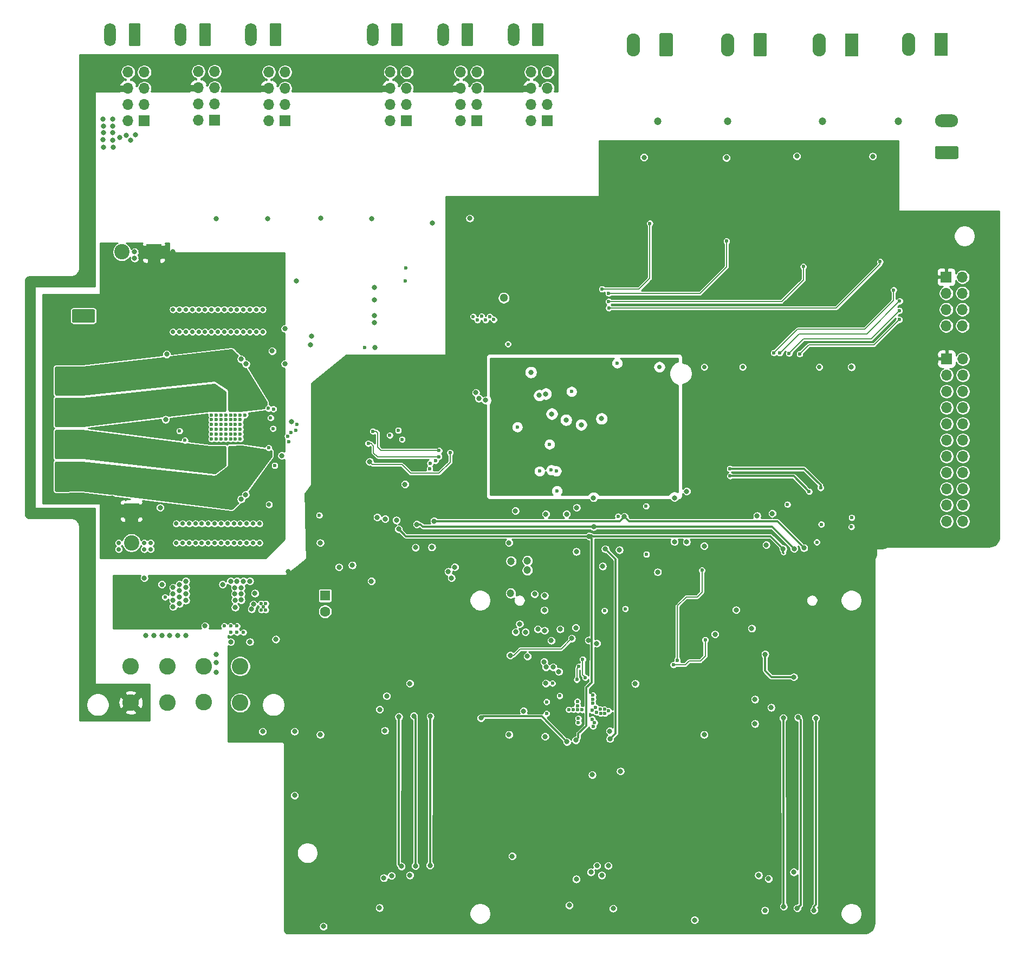
<source format=gbr>
G04 #@! TF.GenerationSoftware,KiCad,Pcbnew,5.1.5-52549c5~86~ubuntu16.04.1*
G04 #@! TF.CreationDate,2020-07-05T11:22:45-05:00*
G04 #@! TF.ProjectId,keep_breathing_ctrl,6b656570-5f62-4726-9561-7468696e675f,rev?*
G04 #@! TF.SameCoordinates,Original*
G04 #@! TF.FileFunction,Copper,L3,Inr*
G04 #@! TF.FilePolarity,Positive*
%FSLAX46Y46*%
G04 Gerber Fmt 4.6, Leading zero omitted, Abs format (unit mm)*
G04 Created by KiCad (PCBNEW 5.1.5-52549c5~86~ubuntu16.04.1) date 2020-07-05 11:22:45*
%MOMM*%
%LPD*%
G04 APERTURE LIST*
%ADD10R,1.700000X1.700000*%
%ADD11O,1.700000X1.700000*%
%ADD12C,2.600000*%
%ADD13O,3.600000X2.000000*%
%ADD14C,0.100000*%
%ADD15O,2.080000X3.600000*%
%ADD16O,1.800000X3.600000*%
%ADD17O,3.600000X2.080000*%
%ADD18C,1.600000*%
%ADD19R,1.600000X1.600000*%
%ADD20C,2.400000*%
%ADD21R,2.400000X2.400000*%
%ADD22R,2.080000X3.600000*%
%ADD23C,0.600000*%
%ADD24C,0.800000*%
%ADD25C,0.700000*%
%ADD26C,1.200000*%
%ADD27C,1.300000*%
%ADD28C,0.900000*%
%ADD29C,0.200000*%
%ADD30C,0.300000*%
%ADD31C,0.250000*%
%ADD32C,0.254000*%
G04 APERTURE END LIST*
D10*
X184320000Y-66420000D03*
D11*
X186860000Y-66420000D03*
X184320000Y-68960000D03*
X186860000Y-68960000D03*
X184320000Y-71500000D03*
X186860000Y-71500000D03*
X184320000Y-74040000D03*
X186860000Y-74040000D03*
D12*
X56900000Y-127300000D03*
X56900000Y-133000000D03*
X62600000Y-127300000D03*
X62600000Y-133000000D03*
X68300000Y-127300000D03*
X68300000Y-132950000D03*
X74000000Y-127300000D03*
X74000000Y-133000000D03*
D11*
X56460000Y-34380000D03*
X59000000Y-34380000D03*
X56460000Y-36920000D03*
X59000000Y-36920000D03*
X56460000Y-39460000D03*
X59000000Y-39460000D03*
X56460000Y-42000000D03*
D10*
X59000000Y-42000000D03*
D11*
X67460000Y-34290000D03*
X70000000Y-34290000D03*
X67460000Y-36830000D03*
X70000000Y-36830000D03*
X67460000Y-39370000D03*
X70000000Y-39370000D03*
X67460000Y-41910000D03*
D10*
X70000000Y-41910000D03*
D11*
X78460000Y-34380000D03*
X81000000Y-34380000D03*
X78460000Y-36920000D03*
X81000000Y-36920000D03*
X78460000Y-39460000D03*
X81000000Y-39460000D03*
X78460000Y-42000000D03*
D10*
X81000000Y-42000000D03*
D11*
X97460000Y-34380000D03*
X100000000Y-34380000D03*
X97460000Y-36920000D03*
X100000000Y-36920000D03*
X97460000Y-39460000D03*
X100000000Y-39460000D03*
X97460000Y-42000000D03*
D10*
X100000000Y-42000000D03*
D11*
X108460000Y-34380000D03*
X111000000Y-34380000D03*
X108460000Y-36920000D03*
X111000000Y-36920000D03*
X108460000Y-39460000D03*
X111000000Y-39460000D03*
X108460000Y-42000000D03*
D10*
X111000000Y-42000000D03*
D11*
X119460000Y-34380000D03*
X122000000Y-34380000D03*
X119460000Y-36920000D03*
X122000000Y-36920000D03*
X119460000Y-39460000D03*
X122000000Y-39460000D03*
X119460000Y-42000000D03*
D10*
X122000000Y-42000000D03*
D13*
X184410000Y-41950000D03*
G04 #@! TA.AperFunction,ViaPad*
D14*
G36*
X185984504Y-45951204D02*
G01*
X186008773Y-45954804D01*
X186032571Y-45960765D01*
X186055671Y-45969030D01*
X186077849Y-45979520D01*
X186098893Y-45992133D01*
X186118598Y-46006747D01*
X186136777Y-46023223D01*
X186153253Y-46041402D01*
X186167867Y-46061107D01*
X186180480Y-46082151D01*
X186190970Y-46104329D01*
X186199235Y-46127429D01*
X186205196Y-46151227D01*
X186208796Y-46175496D01*
X186210000Y-46200000D01*
X186210000Y-47700000D01*
X186208796Y-47724504D01*
X186205196Y-47748773D01*
X186199235Y-47772571D01*
X186190970Y-47795671D01*
X186180480Y-47817849D01*
X186167867Y-47838893D01*
X186153253Y-47858598D01*
X186136777Y-47876777D01*
X186118598Y-47893253D01*
X186098893Y-47907867D01*
X186077849Y-47920480D01*
X186055671Y-47930970D01*
X186032571Y-47939235D01*
X186008773Y-47945196D01*
X185984504Y-47948796D01*
X185960000Y-47950000D01*
X182860000Y-47950000D01*
X182835496Y-47948796D01*
X182811227Y-47945196D01*
X182787429Y-47939235D01*
X182764329Y-47930970D01*
X182742151Y-47920480D01*
X182721107Y-47907867D01*
X182701402Y-47893253D01*
X182683223Y-47876777D01*
X182666747Y-47858598D01*
X182652133Y-47838893D01*
X182639520Y-47817849D01*
X182629030Y-47795671D01*
X182620765Y-47772571D01*
X182614804Y-47748773D01*
X182611204Y-47724504D01*
X182610000Y-47700000D01*
X182610000Y-46200000D01*
X182611204Y-46175496D01*
X182614804Y-46151227D01*
X182620765Y-46127429D01*
X182629030Y-46104329D01*
X182639520Y-46082151D01*
X182652133Y-46061107D01*
X182666747Y-46041402D01*
X182683223Y-46023223D01*
X182701402Y-46006747D01*
X182721107Y-45992133D01*
X182742151Y-45979520D01*
X182764329Y-45969030D01*
X182787429Y-45960765D01*
X182811227Y-45954804D01*
X182835496Y-45951204D01*
X182860000Y-45950000D01*
X185960000Y-45950000D01*
X185984504Y-45951204D01*
G37*
G04 #@! TD.AperFunction*
D15*
X135460000Y-30100000D03*
G04 #@! TA.AperFunction,ViaPad*
D14*
G36*
X141354505Y-28301204D02*
G01*
X141378773Y-28304804D01*
X141402572Y-28310765D01*
X141425671Y-28319030D01*
X141447850Y-28329520D01*
X141468893Y-28342132D01*
X141488599Y-28356747D01*
X141506777Y-28373223D01*
X141523253Y-28391401D01*
X141537868Y-28411107D01*
X141550480Y-28432150D01*
X141560970Y-28454329D01*
X141569235Y-28477428D01*
X141575196Y-28501227D01*
X141578796Y-28525495D01*
X141580000Y-28549999D01*
X141580000Y-31650001D01*
X141578796Y-31674505D01*
X141575196Y-31698773D01*
X141569235Y-31722572D01*
X141560970Y-31745671D01*
X141550480Y-31767850D01*
X141537868Y-31788893D01*
X141523253Y-31808599D01*
X141506777Y-31826777D01*
X141488599Y-31843253D01*
X141468893Y-31857868D01*
X141447850Y-31870480D01*
X141425671Y-31880970D01*
X141402572Y-31889235D01*
X141378773Y-31895196D01*
X141354505Y-31898796D01*
X141330001Y-31900000D01*
X139749999Y-31900000D01*
X139725495Y-31898796D01*
X139701227Y-31895196D01*
X139677428Y-31889235D01*
X139654329Y-31880970D01*
X139632150Y-31870480D01*
X139611107Y-31857868D01*
X139591401Y-31843253D01*
X139573223Y-31826777D01*
X139556747Y-31808599D01*
X139542132Y-31788893D01*
X139529520Y-31767850D01*
X139519030Y-31745671D01*
X139510765Y-31722572D01*
X139504804Y-31698773D01*
X139501204Y-31674505D01*
X139500000Y-31650001D01*
X139500000Y-28549999D01*
X139501204Y-28525495D01*
X139504804Y-28501227D01*
X139510765Y-28477428D01*
X139519030Y-28454329D01*
X139529520Y-28432150D01*
X139542132Y-28411107D01*
X139556747Y-28391401D01*
X139573223Y-28373223D01*
X139591401Y-28356747D01*
X139611107Y-28342132D01*
X139632150Y-28329520D01*
X139654329Y-28319030D01*
X139677428Y-28310765D01*
X139701227Y-28304804D01*
X139725495Y-28301204D01*
X139749999Y-28300000D01*
X141330001Y-28300000D01*
X141354505Y-28301204D01*
G37*
G04 #@! TD.AperFunction*
D15*
X150180000Y-30100000D03*
G04 #@! TA.AperFunction,ViaPad*
D14*
G36*
X156074505Y-28301204D02*
G01*
X156098773Y-28304804D01*
X156122572Y-28310765D01*
X156145671Y-28319030D01*
X156167850Y-28329520D01*
X156188893Y-28342132D01*
X156208599Y-28356747D01*
X156226777Y-28373223D01*
X156243253Y-28391401D01*
X156257868Y-28411107D01*
X156270480Y-28432150D01*
X156280970Y-28454329D01*
X156289235Y-28477428D01*
X156295196Y-28501227D01*
X156298796Y-28525495D01*
X156300000Y-28549999D01*
X156300000Y-31650001D01*
X156298796Y-31674505D01*
X156295196Y-31698773D01*
X156289235Y-31722572D01*
X156280970Y-31745671D01*
X156270480Y-31767850D01*
X156257868Y-31788893D01*
X156243253Y-31808599D01*
X156226777Y-31826777D01*
X156208599Y-31843253D01*
X156188893Y-31857868D01*
X156167850Y-31870480D01*
X156145671Y-31880970D01*
X156122572Y-31889235D01*
X156098773Y-31895196D01*
X156074505Y-31898796D01*
X156050001Y-31900000D01*
X154469999Y-31900000D01*
X154445495Y-31898796D01*
X154421227Y-31895196D01*
X154397428Y-31889235D01*
X154374329Y-31880970D01*
X154352150Y-31870480D01*
X154331107Y-31857868D01*
X154311401Y-31843253D01*
X154293223Y-31826777D01*
X154276747Y-31808599D01*
X154262132Y-31788893D01*
X154249520Y-31767850D01*
X154239030Y-31745671D01*
X154230765Y-31722572D01*
X154224804Y-31698773D01*
X154221204Y-31674505D01*
X154220000Y-31650001D01*
X154220000Y-28549999D01*
X154221204Y-28525495D01*
X154224804Y-28501227D01*
X154230765Y-28477428D01*
X154239030Y-28454329D01*
X154249520Y-28432150D01*
X154262132Y-28411107D01*
X154276747Y-28391401D01*
X154293223Y-28373223D01*
X154311401Y-28356747D01*
X154331107Y-28342132D01*
X154352150Y-28329520D01*
X154374329Y-28319030D01*
X154397428Y-28310765D01*
X154421227Y-28304804D01*
X154445495Y-28301204D01*
X154469999Y-28300000D01*
X156050001Y-28300000D01*
X156074505Y-28301204D01*
G37*
G04 #@! TD.AperFunction*
D16*
X53690000Y-28500000D03*
G04 #@! TA.AperFunction,ViaPad*
D14*
G36*
X58174504Y-26701204D02*
G01*
X58198773Y-26704804D01*
X58222571Y-26710765D01*
X58245671Y-26719030D01*
X58267849Y-26729520D01*
X58288893Y-26742133D01*
X58308598Y-26756747D01*
X58326777Y-26773223D01*
X58343253Y-26791402D01*
X58357867Y-26811107D01*
X58370480Y-26832151D01*
X58380970Y-26854329D01*
X58389235Y-26877429D01*
X58395196Y-26901227D01*
X58398796Y-26925496D01*
X58400000Y-26950000D01*
X58400000Y-30050000D01*
X58398796Y-30074504D01*
X58395196Y-30098773D01*
X58389235Y-30122571D01*
X58380970Y-30145671D01*
X58370480Y-30167849D01*
X58357867Y-30188893D01*
X58343253Y-30208598D01*
X58326777Y-30226777D01*
X58308598Y-30243253D01*
X58288893Y-30257867D01*
X58267849Y-30270480D01*
X58245671Y-30280970D01*
X58222571Y-30289235D01*
X58198773Y-30295196D01*
X58174504Y-30298796D01*
X58150000Y-30300000D01*
X56850000Y-30300000D01*
X56825496Y-30298796D01*
X56801227Y-30295196D01*
X56777429Y-30289235D01*
X56754329Y-30280970D01*
X56732151Y-30270480D01*
X56711107Y-30257867D01*
X56691402Y-30243253D01*
X56673223Y-30226777D01*
X56656747Y-30208598D01*
X56642133Y-30188893D01*
X56629520Y-30167849D01*
X56619030Y-30145671D01*
X56610765Y-30122571D01*
X56604804Y-30098773D01*
X56601204Y-30074504D01*
X56600000Y-30050000D01*
X56600000Y-26950000D01*
X56601204Y-26925496D01*
X56604804Y-26901227D01*
X56610765Y-26877429D01*
X56619030Y-26854329D01*
X56629520Y-26832151D01*
X56642133Y-26811107D01*
X56656747Y-26791402D01*
X56673223Y-26773223D01*
X56691402Y-26756747D01*
X56711107Y-26742133D01*
X56732151Y-26729520D01*
X56754329Y-26719030D01*
X56777429Y-26710765D01*
X56801227Y-26704804D01*
X56825496Y-26701204D01*
X56850000Y-26700000D01*
X58150000Y-26700000D01*
X58174504Y-26701204D01*
G37*
G04 #@! TD.AperFunction*
D16*
X64690000Y-28500000D03*
G04 #@! TA.AperFunction,ViaPad*
D14*
G36*
X69174504Y-26701204D02*
G01*
X69198773Y-26704804D01*
X69222571Y-26710765D01*
X69245671Y-26719030D01*
X69267849Y-26729520D01*
X69288893Y-26742133D01*
X69308598Y-26756747D01*
X69326777Y-26773223D01*
X69343253Y-26791402D01*
X69357867Y-26811107D01*
X69370480Y-26832151D01*
X69380970Y-26854329D01*
X69389235Y-26877429D01*
X69395196Y-26901227D01*
X69398796Y-26925496D01*
X69400000Y-26950000D01*
X69400000Y-30050000D01*
X69398796Y-30074504D01*
X69395196Y-30098773D01*
X69389235Y-30122571D01*
X69380970Y-30145671D01*
X69370480Y-30167849D01*
X69357867Y-30188893D01*
X69343253Y-30208598D01*
X69326777Y-30226777D01*
X69308598Y-30243253D01*
X69288893Y-30257867D01*
X69267849Y-30270480D01*
X69245671Y-30280970D01*
X69222571Y-30289235D01*
X69198773Y-30295196D01*
X69174504Y-30298796D01*
X69150000Y-30300000D01*
X67850000Y-30300000D01*
X67825496Y-30298796D01*
X67801227Y-30295196D01*
X67777429Y-30289235D01*
X67754329Y-30280970D01*
X67732151Y-30270480D01*
X67711107Y-30257867D01*
X67691402Y-30243253D01*
X67673223Y-30226777D01*
X67656747Y-30208598D01*
X67642133Y-30188893D01*
X67629520Y-30167849D01*
X67619030Y-30145671D01*
X67610765Y-30122571D01*
X67604804Y-30098773D01*
X67601204Y-30074504D01*
X67600000Y-30050000D01*
X67600000Y-26950000D01*
X67601204Y-26925496D01*
X67604804Y-26901227D01*
X67610765Y-26877429D01*
X67619030Y-26854329D01*
X67629520Y-26832151D01*
X67642133Y-26811107D01*
X67656747Y-26791402D01*
X67673223Y-26773223D01*
X67691402Y-26756747D01*
X67711107Y-26742133D01*
X67732151Y-26729520D01*
X67754329Y-26719030D01*
X67777429Y-26710765D01*
X67801227Y-26704804D01*
X67825496Y-26701204D01*
X67850000Y-26700000D01*
X69150000Y-26700000D01*
X69174504Y-26701204D01*
G37*
G04 #@! TD.AperFunction*
D16*
X75690000Y-28500000D03*
G04 #@! TA.AperFunction,ViaPad*
D14*
G36*
X80174504Y-26701204D02*
G01*
X80198773Y-26704804D01*
X80222571Y-26710765D01*
X80245671Y-26719030D01*
X80267849Y-26729520D01*
X80288893Y-26742133D01*
X80308598Y-26756747D01*
X80326777Y-26773223D01*
X80343253Y-26791402D01*
X80357867Y-26811107D01*
X80370480Y-26832151D01*
X80380970Y-26854329D01*
X80389235Y-26877429D01*
X80395196Y-26901227D01*
X80398796Y-26925496D01*
X80400000Y-26950000D01*
X80400000Y-30050000D01*
X80398796Y-30074504D01*
X80395196Y-30098773D01*
X80389235Y-30122571D01*
X80380970Y-30145671D01*
X80370480Y-30167849D01*
X80357867Y-30188893D01*
X80343253Y-30208598D01*
X80326777Y-30226777D01*
X80308598Y-30243253D01*
X80288893Y-30257867D01*
X80267849Y-30270480D01*
X80245671Y-30280970D01*
X80222571Y-30289235D01*
X80198773Y-30295196D01*
X80174504Y-30298796D01*
X80150000Y-30300000D01*
X78850000Y-30300000D01*
X78825496Y-30298796D01*
X78801227Y-30295196D01*
X78777429Y-30289235D01*
X78754329Y-30280970D01*
X78732151Y-30270480D01*
X78711107Y-30257867D01*
X78691402Y-30243253D01*
X78673223Y-30226777D01*
X78656747Y-30208598D01*
X78642133Y-30188893D01*
X78629520Y-30167849D01*
X78619030Y-30145671D01*
X78610765Y-30122571D01*
X78604804Y-30098773D01*
X78601204Y-30074504D01*
X78600000Y-30050000D01*
X78600000Y-26950000D01*
X78601204Y-26925496D01*
X78604804Y-26901227D01*
X78610765Y-26877429D01*
X78619030Y-26854329D01*
X78629520Y-26832151D01*
X78642133Y-26811107D01*
X78656747Y-26791402D01*
X78673223Y-26773223D01*
X78691402Y-26756747D01*
X78711107Y-26742133D01*
X78732151Y-26729520D01*
X78754329Y-26719030D01*
X78777429Y-26710765D01*
X78801227Y-26704804D01*
X78825496Y-26701204D01*
X78850000Y-26700000D01*
X80150000Y-26700000D01*
X80174504Y-26701204D01*
G37*
G04 #@! TD.AperFunction*
D16*
X94690000Y-28500000D03*
G04 #@! TA.AperFunction,ViaPad*
D14*
G36*
X99174504Y-26701204D02*
G01*
X99198773Y-26704804D01*
X99222571Y-26710765D01*
X99245671Y-26719030D01*
X99267849Y-26729520D01*
X99288893Y-26742133D01*
X99308598Y-26756747D01*
X99326777Y-26773223D01*
X99343253Y-26791402D01*
X99357867Y-26811107D01*
X99370480Y-26832151D01*
X99380970Y-26854329D01*
X99389235Y-26877429D01*
X99395196Y-26901227D01*
X99398796Y-26925496D01*
X99400000Y-26950000D01*
X99400000Y-30050000D01*
X99398796Y-30074504D01*
X99395196Y-30098773D01*
X99389235Y-30122571D01*
X99380970Y-30145671D01*
X99370480Y-30167849D01*
X99357867Y-30188893D01*
X99343253Y-30208598D01*
X99326777Y-30226777D01*
X99308598Y-30243253D01*
X99288893Y-30257867D01*
X99267849Y-30270480D01*
X99245671Y-30280970D01*
X99222571Y-30289235D01*
X99198773Y-30295196D01*
X99174504Y-30298796D01*
X99150000Y-30300000D01*
X97850000Y-30300000D01*
X97825496Y-30298796D01*
X97801227Y-30295196D01*
X97777429Y-30289235D01*
X97754329Y-30280970D01*
X97732151Y-30270480D01*
X97711107Y-30257867D01*
X97691402Y-30243253D01*
X97673223Y-30226777D01*
X97656747Y-30208598D01*
X97642133Y-30188893D01*
X97629520Y-30167849D01*
X97619030Y-30145671D01*
X97610765Y-30122571D01*
X97604804Y-30098773D01*
X97601204Y-30074504D01*
X97600000Y-30050000D01*
X97600000Y-26950000D01*
X97601204Y-26925496D01*
X97604804Y-26901227D01*
X97610765Y-26877429D01*
X97619030Y-26854329D01*
X97629520Y-26832151D01*
X97642133Y-26811107D01*
X97656747Y-26791402D01*
X97673223Y-26773223D01*
X97691402Y-26756747D01*
X97711107Y-26742133D01*
X97732151Y-26729520D01*
X97754329Y-26719030D01*
X97777429Y-26710765D01*
X97801227Y-26704804D01*
X97825496Y-26701204D01*
X97850000Y-26700000D01*
X99150000Y-26700000D01*
X99174504Y-26701204D01*
G37*
G04 #@! TD.AperFunction*
D16*
X105690000Y-28500000D03*
G04 #@! TA.AperFunction,ViaPad*
D14*
G36*
X110174504Y-26701204D02*
G01*
X110198773Y-26704804D01*
X110222571Y-26710765D01*
X110245671Y-26719030D01*
X110267849Y-26729520D01*
X110288893Y-26742133D01*
X110308598Y-26756747D01*
X110326777Y-26773223D01*
X110343253Y-26791402D01*
X110357867Y-26811107D01*
X110370480Y-26832151D01*
X110380970Y-26854329D01*
X110389235Y-26877429D01*
X110395196Y-26901227D01*
X110398796Y-26925496D01*
X110400000Y-26950000D01*
X110400000Y-30050000D01*
X110398796Y-30074504D01*
X110395196Y-30098773D01*
X110389235Y-30122571D01*
X110380970Y-30145671D01*
X110370480Y-30167849D01*
X110357867Y-30188893D01*
X110343253Y-30208598D01*
X110326777Y-30226777D01*
X110308598Y-30243253D01*
X110288893Y-30257867D01*
X110267849Y-30270480D01*
X110245671Y-30280970D01*
X110222571Y-30289235D01*
X110198773Y-30295196D01*
X110174504Y-30298796D01*
X110150000Y-30300000D01*
X108850000Y-30300000D01*
X108825496Y-30298796D01*
X108801227Y-30295196D01*
X108777429Y-30289235D01*
X108754329Y-30280970D01*
X108732151Y-30270480D01*
X108711107Y-30257867D01*
X108691402Y-30243253D01*
X108673223Y-30226777D01*
X108656747Y-30208598D01*
X108642133Y-30188893D01*
X108629520Y-30167849D01*
X108619030Y-30145671D01*
X108610765Y-30122571D01*
X108604804Y-30098773D01*
X108601204Y-30074504D01*
X108600000Y-30050000D01*
X108600000Y-26950000D01*
X108601204Y-26925496D01*
X108604804Y-26901227D01*
X108610765Y-26877429D01*
X108619030Y-26854329D01*
X108629520Y-26832151D01*
X108642133Y-26811107D01*
X108656747Y-26791402D01*
X108673223Y-26773223D01*
X108691402Y-26756747D01*
X108711107Y-26742133D01*
X108732151Y-26729520D01*
X108754329Y-26719030D01*
X108777429Y-26710765D01*
X108801227Y-26704804D01*
X108825496Y-26701204D01*
X108850000Y-26700000D01*
X110150000Y-26700000D01*
X110174504Y-26701204D01*
G37*
G04 #@! TD.AperFunction*
D16*
X116690000Y-28500000D03*
G04 #@! TA.AperFunction,ViaPad*
D14*
G36*
X121174504Y-26701204D02*
G01*
X121198773Y-26704804D01*
X121222571Y-26710765D01*
X121245671Y-26719030D01*
X121267849Y-26729520D01*
X121288893Y-26742133D01*
X121308598Y-26756747D01*
X121326777Y-26773223D01*
X121343253Y-26791402D01*
X121357867Y-26811107D01*
X121370480Y-26832151D01*
X121380970Y-26854329D01*
X121389235Y-26877429D01*
X121395196Y-26901227D01*
X121398796Y-26925496D01*
X121400000Y-26950000D01*
X121400000Y-30050000D01*
X121398796Y-30074504D01*
X121395196Y-30098773D01*
X121389235Y-30122571D01*
X121380970Y-30145671D01*
X121370480Y-30167849D01*
X121357867Y-30188893D01*
X121343253Y-30208598D01*
X121326777Y-30226777D01*
X121308598Y-30243253D01*
X121288893Y-30257867D01*
X121267849Y-30270480D01*
X121245671Y-30280970D01*
X121222571Y-30289235D01*
X121198773Y-30295196D01*
X121174504Y-30298796D01*
X121150000Y-30300000D01*
X119850000Y-30300000D01*
X119825496Y-30298796D01*
X119801227Y-30295196D01*
X119777429Y-30289235D01*
X119754329Y-30280970D01*
X119732151Y-30270480D01*
X119711107Y-30257867D01*
X119691402Y-30243253D01*
X119673223Y-30226777D01*
X119656747Y-30208598D01*
X119642133Y-30188893D01*
X119629520Y-30167849D01*
X119619030Y-30145671D01*
X119610765Y-30122571D01*
X119604804Y-30098773D01*
X119601204Y-30074504D01*
X119600000Y-30050000D01*
X119600000Y-26950000D01*
X119601204Y-26925496D01*
X119604804Y-26901227D01*
X119610765Y-26877429D01*
X119619030Y-26854329D01*
X119629520Y-26832151D01*
X119642133Y-26811107D01*
X119656747Y-26791402D01*
X119673223Y-26773223D01*
X119691402Y-26756747D01*
X119711107Y-26742133D01*
X119732151Y-26729520D01*
X119754329Y-26719030D01*
X119777429Y-26710765D01*
X119801227Y-26704804D01*
X119825496Y-26701204D01*
X119850000Y-26700000D01*
X121150000Y-26700000D01*
X121174504Y-26701204D01*
G37*
G04 #@! TD.AperFunction*
D17*
X49500000Y-97900000D03*
X49500000Y-92820000D03*
X49500000Y-87740000D03*
X49500000Y-82660000D03*
X49500000Y-77580000D03*
G04 #@! TA.AperFunction,ViaPad*
D14*
G36*
X51074505Y-71461204D02*
G01*
X51098773Y-71464804D01*
X51122572Y-71470765D01*
X51145671Y-71479030D01*
X51167850Y-71489520D01*
X51188893Y-71502132D01*
X51208599Y-71516747D01*
X51226777Y-71533223D01*
X51243253Y-71551401D01*
X51257868Y-71571107D01*
X51270480Y-71592150D01*
X51280970Y-71614329D01*
X51289235Y-71637428D01*
X51295196Y-71661227D01*
X51298796Y-71685495D01*
X51300000Y-71709999D01*
X51300000Y-73290001D01*
X51298796Y-73314505D01*
X51295196Y-73338773D01*
X51289235Y-73362572D01*
X51280970Y-73385671D01*
X51270480Y-73407850D01*
X51257868Y-73428893D01*
X51243253Y-73448599D01*
X51226777Y-73466777D01*
X51208599Y-73483253D01*
X51188893Y-73497868D01*
X51167850Y-73510480D01*
X51145671Y-73520970D01*
X51122572Y-73529235D01*
X51098773Y-73535196D01*
X51074505Y-73538796D01*
X51050001Y-73540000D01*
X47949999Y-73540000D01*
X47925495Y-73538796D01*
X47901227Y-73535196D01*
X47877428Y-73529235D01*
X47854329Y-73520970D01*
X47832150Y-73510480D01*
X47811107Y-73497868D01*
X47791401Y-73483253D01*
X47773223Y-73466777D01*
X47756747Y-73448599D01*
X47742132Y-73428893D01*
X47729520Y-73407850D01*
X47719030Y-73385671D01*
X47710765Y-73362572D01*
X47704804Y-73338773D01*
X47701204Y-73314505D01*
X47700000Y-73290001D01*
X47700000Y-71709999D01*
X47701204Y-71685495D01*
X47704804Y-71661227D01*
X47710765Y-71637428D01*
X47719030Y-71614329D01*
X47729520Y-71592150D01*
X47742132Y-71571107D01*
X47756747Y-71551401D01*
X47773223Y-71533223D01*
X47791401Y-71516747D01*
X47811107Y-71502132D01*
X47832150Y-71489520D01*
X47854329Y-71479030D01*
X47877428Y-71470765D01*
X47901227Y-71464804D01*
X47925495Y-71461204D01*
X47949999Y-71460000D01*
X51050001Y-71460000D01*
X51074505Y-71461204D01*
G37*
G04 #@! TD.AperFunction*
D18*
X87250000Y-118750000D03*
D19*
X87250000Y-116250000D03*
D20*
X55500000Y-62500000D03*
D21*
X60500000Y-62500000D03*
X57000000Y-103000000D03*
D20*
X57000000Y-108000000D03*
D22*
X169530000Y-30100000D03*
D15*
X164450000Y-30100000D03*
X178440000Y-30010000D03*
D22*
X183520000Y-30010000D03*
D10*
X184380000Y-79230000D03*
D11*
X186920000Y-79230000D03*
X184380000Y-81770000D03*
X186920000Y-81770000D03*
X184380000Y-84310000D03*
X186920000Y-84310000D03*
X184380000Y-86850000D03*
X186920000Y-86850000D03*
X184380000Y-89390000D03*
X186920000Y-89390000D03*
X184380000Y-91930000D03*
X186920000Y-91930000D03*
X184380000Y-94470000D03*
X186920000Y-94470000D03*
X184380000Y-97010000D03*
X186920000Y-97010000D03*
X184380000Y-99550000D03*
X186920000Y-99550000D03*
X184380000Y-102090000D03*
X186920000Y-102090000D03*
X184380000Y-104630000D03*
X186920000Y-104630000D03*
D23*
X129530000Y-133730000D03*
X129140000Y-136710000D03*
X126830000Y-135460000D03*
X126830000Y-136120000D03*
X126680000Y-132810000D03*
X126690000Y-133470000D03*
X127430000Y-134110000D03*
X128980000Y-134220000D03*
X125340000Y-134090000D03*
X126050000Y-134090000D03*
X126760000Y-134110000D03*
X130320000Y-134690000D03*
X130980000Y-134690000D03*
D24*
X74150000Y-116000000D03*
X73150000Y-116000000D03*
D23*
X77620000Y-118000000D03*
X77280000Y-118500000D03*
X77280000Y-117500000D03*
X77970000Y-117500000D03*
D24*
X94500000Y-114000000D03*
X117000000Y-103000000D03*
X129010000Y-144290000D03*
X139240000Y-112580000D03*
D23*
X86340000Y-103690000D03*
D24*
X122600000Y-123280000D03*
X89432344Y-111815010D03*
X71250000Y-114500000D03*
X72500000Y-123500000D03*
X75500000Y-123500000D03*
X59000000Y-113500000D03*
X74140000Y-115020000D03*
X73200000Y-116960000D03*
X74160000Y-116950000D03*
X133409990Y-143730000D03*
X135720010Y-130030000D03*
X95000000Y-68030000D03*
X95000000Y-70000000D03*
X95000000Y-72500000D03*
X95018002Y-77481998D03*
X72500000Y-114000000D03*
X77500000Y-137500000D03*
X82500000Y-137500000D03*
X82500000Y-147500000D03*
D23*
X169553554Y-104053554D03*
D24*
X126428652Y-121283508D03*
X118869990Y-125747500D03*
D23*
X120779990Y-96799657D03*
X133040000Y-103840000D03*
D24*
X169500000Y-80500000D03*
D25*
X164500000Y-80500000D03*
X152500000Y-80500000D03*
X146500000Y-80500000D03*
X139500000Y-80500000D03*
D24*
X121740000Y-129970000D03*
X123780000Y-128160000D03*
X121560000Y-116260000D03*
X121750000Y-103500000D03*
X117660000Y-120700000D03*
X120500000Y-121500000D03*
X68500000Y-121000000D03*
D23*
X77970000Y-118500000D03*
D24*
X73140000Y-115020000D03*
X73500000Y-114000000D03*
X74500000Y-114000000D03*
X75500000Y-114000000D03*
X73210000Y-118100000D03*
X75760000Y-118360000D03*
X76060000Y-117610000D03*
X119420000Y-81330000D03*
D23*
X131580000Y-134300000D03*
X130910000Y-134050000D03*
X130260000Y-134030000D03*
D24*
X148200000Y-122310000D03*
D23*
X129010000Y-135580000D03*
X129370000Y-136110000D03*
X129700000Y-134510000D03*
X129110000Y-131840000D03*
X129120000Y-132460000D03*
X129090000Y-133120000D03*
X132900000Y-79900000D03*
X69790000Y-85465000D03*
X69790000Y-86290500D03*
X70615500Y-86290500D03*
X70615500Y-85465000D03*
X70615500Y-84703000D03*
X69790000Y-84703000D03*
X71441000Y-84703000D03*
X71441000Y-85465000D03*
X71441000Y-86290500D03*
X71441000Y-87052500D03*
X70615500Y-87052500D03*
X69790000Y-87052500D03*
D25*
X65500000Y-86500000D03*
D23*
X73282500Y-85465000D03*
X74044500Y-85465000D03*
X74044500Y-84703000D03*
X73282500Y-84703000D03*
X72520500Y-84703000D03*
X72520500Y-85465000D03*
X73282500Y-86290500D03*
X72520500Y-86290500D03*
X74044500Y-86290500D03*
X74044500Y-87052500D03*
X73282500Y-87052500D03*
X72520500Y-87052500D03*
D25*
X77656847Y-86465691D03*
D23*
X71314000Y-93974000D03*
X71314000Y-93212000D03*
X70552000Y-93212000D03*
X69790000Y-93212000D03*
X70552000Y-93974000D03*
X69790000Y-93974000D03*
X71314000Y-94736000D03*
X70552000Y-94736000D03*
X69790000Y-94736000D03*
X71314000Y-95498000D03*
X70552000Y-95498000D03*
X69790000Y-95498000D03*
D25*
X65220000Y-93430000D03*
D23*
X74108000Y-93212000D03*
X74108000Y-93974000D03*
X73346000Y-93974000D03*
X73346000Y-93212000D03*
X72584000Y-93212000D03*
X72584000Y-93974000D03*
X74108000Y-94736000D03*
X73346000Y-94736000D03*
X72584000Y-94736000D03*
X74108000Y-95498000D03*
X73346000Y-95498000D03*
X72584000Y-95498000D03*
D25*
X78390000Y-94070000D03*
X55000000Y-103000000D03*
D24*
X62500000Y-62500000D03*
X62500000Y-63500000D03*
X63500000Y-63500000D03*
D25*
X59000000Y-103000000D03*
X60000000Y-103000000D03*
X60000000Y-104000000D03*
X59000000Y-104000000D03*
X55000000Y-104000000D03*
D24*
X58500000Y-62500000D03*
X58500000Y-63500000D03*
X63500000Y-62500000D03*
X61000000Y-77000000D03*
X61000000Y-76000000D03*
X61000000Y-75000000D03*
X61000000Y-74000000D03*
X61000000Y-73000000D03*
X59000000Y-102000000D03*
X60000000Y-102000000D03*
X54000000Y-102000000D03*
X54000000Y-101000000D03*
X55000000Y-102000000D03*
X60000000Y-77000000D03*
X60000000Y-76000000D03*
X60000000Y-75000000D03*
X60000000Y-74000000D03*
X60000000Y-73000000D03*
X80500000Y-107000000D03*
X80500000Y-106000000D03*
X80500000Y-105000000D03*
X80500000Y-104000000D03*
X80500000Y-103000000D03*
X79000000Y-82000000D03*
X80000000Y-82000000D03*
X80000000Y-83000000D03*
X79000000Y-83000000D03*
X107532729Y-111799990D03*
X120000000Y-116000000D03*
X106500000Y-112500000D03*
X121530338Y-118530338D03*
X118570000Y-121950000D03*
X146500000Y-108500000D03*
X146500000Y-138000000D03*
X145000000Y-167000000D03*
X116500000Y-157000000D03*
X116000000Y-138000000D03*
X116000000Y-108000000D03*
X86500000Y-108000000D03*
X86500000Y-138000000D03*
X87000000Y-168000000D03*
D23*
X71500000Y-121000000D03*
X72500000Y-121000000D03*
X73500000Y-121000000D03*
X73500000Y-122000000D03*
X74500000Y-122000000D03*
X72500000Y-122000000D03*
D24*
X63500000Y-115000000D03*
X63500000Y-116000000D03*
X63500000Y-117000000D03*
X63500000Y-118000000D03*
X64500000Y-114500000D03*
X64500000Y-115500000D03*
X64500000Y-116500000D03*
X64500000Y-117500000D03*
D23*
X93450000Y-77460000D03*
D24*
X65500000Y-114000000D03*
X65500000Y-115000000D03*
X65500000Y-116000000D03*
X65500000Y-117000000D03*
D26*
X116260000Y-115890000D03*
X116320000Y-110870000D03*
X118879990Y-112293186D03*
X118879990Y-110801018D03*
D24*
X79560000Y-123090000D03*
X117030000Y-121930000D03*
X76290000Y-115900000D03*
X95000000Y-73550000D03*
X91500000Y-111500000D03*
D27*
X115190000Y-69680000D03*
D24*
X121555025Y-121725025D03*
X149970000Y-47760000D03*
X137090000Y-47710000D03*
D23*
X65346600Y-91973400D03*
D24*
X81994556Y-89020348D03*
X81000000Y-74500000D03*
X81000000Y-80000000D03*
D23*
X78750000Y-88450000D03*
X99850000Y-65050000D03*
X79125000Y-90123544D03*
X81928789Y-90714796D03*
X81403132Y-91317875D03*
X81620000Y-92200000D03*
X72500000Y-90250000D03*
X72500000Y-89500000D03*
X72500000Y-88750000D03*
X73250000Y-89500000D03*
X73250000Y-90250000D03*
X73250000Y-91000000D03*
X72500000Y-91000000D03*
X71750000Y-91000000D03*
X71750000Y-90250000D03*
X71750000Y-89500000D03*
X71750000Y-88750000D03*
X71000000Y-88750000D03*
X71000000Y-89500000D03*
X71000000Y-90250000D03*
X71000000Y-91000000D03*
X70250000Y-91000000D03*
X70250000Y-90250000D03*
X70250000Y-89500000D03*
X70250000Y-88750000D03*
X73250000Y-88750000D03*
X74000000Y-88750000D03*
X74000000Y-89500000D03*
X74000000Y-90250000D03*
X74000000Y-91000000D03*
X69500000Y-90250000D03*
X69500000Y-89500000D03*
X69500000Y-88750000D03*
X69500000Y-88000000D03*
X70250000Y-88000000D03*
X71000000Y-88000000D03*
X71750000Y-88000000D03*
X72500000Y-88000000D03*
X73250000Y-88000000D03*
X74000000Y-88000000D03*
X74000000Y-91750000D03*
X73250000Y-91750000D03*
X72500000Y-91750000D03*
X71750000Y-91750000D03*
X71000000Y-91750000D03*
X70250000Y-91750000D03*
X69500000Y-91000000D03*
X69500000Y-91750000D03*
X64500000Y-90500000D03*
X74750000Y-88000000D03*
D24*
X62346086Y-88709990D03*
D25*
X64000000Y-108000000D03*
X65000000Y-108000000D03*
X68000000Y-108000000D03*
X69000000Y-108000000D03*
X72000000Y-108000000D03*
X73000000Y-108000000D03*
X76000000Y-108000000D03*
X77000000Y-108000000D03*
X75000000Y-108000000D03*
X71000000Y-108000000D03*
X66000000Y-108000000D03*
X67000000Y-108000000D03*
X70000000Y-108000000D03*
X74000000Y-108000000D03*
D24*
X62500000Y-78500000D03*
X61500000Y-102500000D03*
D25*
X63500000Y-71500000D03*
X64500000Y-71500000D03*
X65500000Y-71500000D03*
X66500000Y-71500000D03*
X67500000Y-71500000D03*
X68500000Y-71500000D03*
X69500000Y-71500000D03*
X70500000Y-71500000D03*
X71500000Y-71500000D03*
X72500000Y-71500000D03*
X73500000Y-71500000D03*
X74500000Y-71500000D03*
X75500000Y-71500000D03*
X76500000Y-71500000D03*
X77500000Y-71500000D03*
X78500000Y-102000000D03*
X59000000Y-108000000D03*
X55000000Y-108000000D03*
X55000000Y-109000000D03*
X59000000Y-109000000D03*
X60000000Y-109000000D03*
X60000000Y-108000000D03*
D24*
X57500000Y-62500000D03*
X57500000Y-63500000D03*
D23*
X78378420Y-86971707D03*
X78440194Y-93150011D03*
D24*
X80490000Y-94360000D03*
X79000000Y-78000000D03*
X85000000Y-77000000D03*
X85170000Y-75710000D03*
X82799998Y-67020000D03*
D23*
X82730000Y-90410000D03*
D24*
X107000000Y-113500000D03*
X124000000Y-121500000D03*
D23*
X94000000Y-92450000D03*
X105040601Y-94534059D03*
X94720000Y-90550000D03*
X105080000Y-93570000D03*
X97370000Y-91180000D03*
X103610000Y-96450000D03*
X164800000Y-105100000D03*
X164700000Y-99400000D03*
X123380977Y-96771215D03*
X150510000Y-96410000D03*
X164100000Y-107900000D03*
X162900000Y-99979998D03*
X122600010Y-96597694D03*
X150539026Y-97540974D03*
X169500000Y-105500000D03*
D24*
X146500000Y-101500000D03*
X146500000Y-131500000D03*
X145500000Y-162500000D03*
X121000000Y-156500000D03*
X85000000Y-102000000D03*
X86500000Y-130500000D03*
X86500000Y-160500000D03*
X115060000Y-102020000D03*
X108500000Y-109000000D03*
X128010010Y-143564951D03*
D23*
X133880000Y-147020000D03*
D24*
X81500000Y-117500000D03*
X81500000Y-116500000D03*
X81500000Y-115500000D03*
X81500000Y-114500000D03*
X81500000Y-113500000D03*
X81500000Y-112500000D03*
X79530000Y-113500000D03*
X80500000Y-113500000D03*
X80500000Y-114500000D03*
X79550000Y-114480000D03*
X105749990Y-117500000D03*
X111000000Y-98500000D03*
X110000000Y-98500000D03*
X85630000Y-86110000D03*
X80500000Y-115500000D03*
D23*
X168000000Y-101500000D03*
X161700000Y-101500000D03*
D24*
X118869990Y-131440000D03*
D23*
X162235000Y-97765000D03*
D24*
X111620000Y-132560000D03*
X127800000Y-125230000D03*
D23*
X122995041Y-133960744D03*
D24*
X122651993Y-132426440D03*
D23*
X125020010Y-126146933D03*
D24*
X115290000Y-131130000D03*
X80550000Y-116480000D03*
X79570000Y-115510000D03*
X110000000Y-99560000D03*
X111010000Y-99550000D03*
X111040000Y-97520000D03*
X110030000Y-97520000D03*
X143880000Y-122980000D03*
X144360000Y-127650000D03*
X141810000Y-130710000D03*
X113970000Y-134110000D03*
D23*
X137060000Y-126660000D03*
D24*
X140210000Y-139480000D03*
X140610000Y-134660000D03*
X159450000Y-47660000D03*
X147450000Y-47710000D03*
X135430000Y-47740000D03*
X171460000Y-47750000D03*
D23*
X146150000Y-112280000D03*
X142290000Y-126380000D03*
D24*
X163660000Y-165470000D03*
X163950000Y-135430000D03*
X104290000Y-104600000D03*
X162100000Y-108790000D03*
X103940000Y-108690000D03*
X103650000Y-158440000D03*
X103700000Y-135150000D03*
X132270000Y-165190000D03*
X125060000Y-139120002D03*
X134028608Y-103898572D03*
X111620000Y-135400000D03*
X161170000Y-135320000D03*
X161050000Y-165150000D03*
X160560000Y-108920000D03*
X101600000Y-105120000D03*
X101390000Y-108730000D03*
X101370000Y-158540000D03*
X101130000Y-135090000D03*
X131790000Y-138660000D03*
X131507732Y-158501584D03*
X131042500Y-108965636D03*
X129251597Y-105477262D03*
D23*
X121871997Y-132875449D03*
D24*
X98750000Y-105860000D03*
X158820000Y-108940000D03*
X158910000Y-164900000D03*
X158850000Y-135390000D03*
X99190000Y-158590000D03*
X98780000Y-135200000D03*
X126440013Y-138879989D03*
X129749990Y-158498438D03*
X128532327Y-106972292D03*
X128440000Y-123250000D03*
X98399337Y-104460142D03*
X95400000Y-104010000D03*
X157140000Y-103410000D03*
X156200000Y-108320000D03*
X154750000Y-103790000D03*
X96880000Y-131970000D03*
X96585010Y-137390000D03*
X95779987Y-134059977D03*
X156960000Y-133755000D03*
X154420000Y-136295000D03*
X154420000Y-132485000D03*
X97640000Y-160070000D03*
X95750000Y-165090000D03*
X96420010Y-160420000D03*
X128800010Y-159503963D03*
X125420000Y-164700000D03*
X126509990Y-160601141D03*
X156560005Y-160544444D03*
X156000000Y-165500000D03*
X155000000Y-160000000D03*
X99749990Y-98843432D03*
X110820001Y-84499999D03*
X120730000Y-84930000D03*
X129209508Y-100984828D03*
X130460000Y-88570000D03*
D23*
X159500000Y-102000000D03*
D24*
X100500000Y-130000000D03*
X111270000Y-85410000D03*
X121750000Y-84700000D03*
X129710996Y-123739039D03*
X160500000Y-129000000D03*
X127280000Y-89540000D03*
X156020000Y-125430000D03*
X100500000Y-160000000D03*
X112310000Y-85710000D03*
X130500000Y-160000000D03*
X122690000Y-87830000D03*
X160500000Y-159500000D03*
X124920000Y-88780000D03*
X96649977Y-104270013D03*
X126560002Y-102500000D03*
X126539967Y-109379998D03*
X125000000Y-103500000D03*
X115000000Y-98500000D03*
X116000000Y-98500000D03*
X120437697Y-94041636D03*
X134450000Y-81730000D03*
X115980000Y-99480000D03*
D23*
X121980000Y-99910000D03*
D24*
X118400000Y-100020000D03*
X114990000Y-99510000D03*
X115820000Y-97500000D03*
X115490000Y-100240000D03*
X114440000Y-100220000D03*
X116580000Y-92600000D03*
D28*
X114450000Y-82980000D03*
D24*
X137190000Y-98290984D03*
X122810000Y-81020000D03*
X115720000Y-87390000D03*
X131750000Y-137460000D03*
X121480000Y-126610000D03*
X121770000Y-127450000D03*
X122900000Y-127450000D03*
D23*
X146660000Y-123180000D03*
X141690000Y-127080000D03*
D24*
X141864669Y-100955331D03*
X141850000Y-107840000D03*
X143760000Y-99950000D03*
X143750000Y-107870000D03*
D23*
X137410000Y-102260000D03*
X137470000Y-109800000D03*
X122793953Y-129979993D03*
X121872196Y-134718763D03*
X123920003Y-131929207D03*
X127520000Y-126220000D03*
X127910058Y-129080039D03*
X126603052Y-129389919D03*
X126915185Y-127344087D03*
X104510001Y-95170000D03*
X99290000Y-91820000D03*
X62250000Y-116500000D03*
D24*
X61750000Y-114500000D03*
X70250000Y-128250000D03*
X70250000Y-126750000D03*
X70250000Y-125500000D03*
X65500000Y-122500000D03*
X64250000Y-122500000D03*
X63000000Y-122500000D03*
X61750000Y-122500000D03*
X60500000Y-122500000D03*
X59250000Y-122500000D03*
X74897000Y-80022500D03*
X74135000Y-79260500D03*
D25*
X64500000Y-75000000D03*
X65500000Y-75000000D03*
X63500000Y-75000000D03*
X66500000Y-75000000D03*
X67500000Y-75000000D03*
X68500000Y-75000000D03*
X69500000Y-75000000D03*
X70500000Y-75000000D03*
X71500000Y-75000000D03*
X72500000Y-75000000D03*
X73500000Y-75000000D03*
X74500000Y-75000000D03*
X75500000Y-75000000D03*
X76500000Y-75000000D03*
X77500000Y-75000000D03*
D23*
X79200000Y-87070000D03*
D24*
X74833500Y-100469500D03*
X74135000Y-101168000D03*
D23*
X79386500Y-95916500D03*
D25*
X64000000Y-105000000D03*
X65000000Y-105000000D03*
X66000000Y-105000000D03*
X67000000Y-105000000D03*
X68000000Y-105000000D03*
X69000000Y-105000000D03*
X70000000Y-105000000D03*
X71000000Y-105000000D03*
X72000000Y-105000000D03*
X73000000Y-105000000D03*
X74000000Y-105000000D03*
X75000000Y-105000000D03*
X76000000Y-105000000D03*
X77000000Y-105000000D03*
D24*
X130620000Y-111660000D03*
X133240000Y-109120002D03*
D23*
X103670000Y-95550000D03*
X98690002Y-90410000D03*
X130920000Y-118620000D03*
X123500000Y-99880000D03*
X134170000Y-118320000D03*
X125780000Y-84340000D03*
X161430000Y-78450000D03*
X177000000Y-73090000D03*
X159750000Y-78370000D03*
X177000000Y-71690000D03*
X158310000Y-78310000D03*
X177050000Y-70190000D03*
X157380000Y-78290000D03*
X176110000Y-68460000D03*
D24*
X151500000Y-118500000D03*
D23*
X122320000Y-92590000D03*
D24*
X125797385Y-122960776D03*
X116190000Y-125600000D03*
X153930000Y-121390000D03*
X121640000Y-138310000D03*
X118270000Y-134310000D03*
D26*
X176850000Y-42090000D03*
X165000000Y-42090000D03*
X150130000Y-42090000D03*
X139270000Y-42090000D03*
D24*
X54110000Y-42810000D03*
X52610000Y-42810000D03*
X54100000Y-43830000D03*
X52600000Y-43830000D03*
X54060000Y-41760000D03*
X52560000Y-41760000D03*
X55150000Y-44640000D03*
X54110000Y-45010000D03*
X56230000Y-44230000D03*
X57590000Y-44200000D03*
X52600000Y-46140000D03*
X52590000Y-44910000D03*
X56910000Y-45070000D03*
X54120000Y-46160000D03*
D23*
X115840000Y-76920000D03*
X117310000Y-89890000D03*
D24*
X160980000Y-47520000D03*
X172850000Y-47550000D03*
X109870000Y-57240000D03*
D23*
X113630000Y-73090000D03*
D24*
X103990000Y-57989990D03*
D23*
X112980000Y-72610000D03*
D24*
X94520000Y-57280000D03*
D23*
X112340000Y-73150000D03*
D24*
X86620000Y-57230000D03*
D23*
X111730000Y-72580000D03*
D24*
X78320000Y-57310000D03*
D23*
X111060000Y-73150000D03*
D24*
X70240000Y-57310000D03*
D23*
X110400000Y-72610000D03*
X131550000Y-68980000D03*
X150000000Y-60810000D03*
X130540000Y-68310000D03*
X137999996Y-58030000D03*
X131569998Y-70250000D03*
X161999998Y-64790000D03*
X131600000Y-71290000D03*
X173990000Y-64020000D03*
X106790000Y-93890000D03*
D24*
X94210000Y-95320000D03*
D23*
X82890000Y-89490000D03*
X99790000Y-67060000D03*
D29*
X104616337Y-94534059D02*
X105040601Y-94534059D01*
X95434059Y-94534059D02*
X104616337Y-94534059D01*
X94000000Y-92450000D02*
X94450000Y-92450000D01*
X94450000Y-92450000D02*
X94840000Y-92840000D01*
X94840000Y-93940000D02*
X95434059Y-94534059D01*
X94840000Y-92840000D02*
X94840000Y-93940000D01*
X95210000Y-90550000D02*
X94720000Y-90550000D01*
X95470000Y-93070000D02*
X95470000Y-90810000D01*
X95470000Y-90810000D02*
X95210000Y-90550000D01*
X95970000Y-93570000D02*
X95470000Y-93070000D01*
X105080000Y-93570000D02*
X95970000Y-93570000D01*
D30*
X164700000Y-98975736D02*
X164700000Y-99400000D01*
X162134264Y-96410000D02*
X164700000Y-98975736D01*
X150510000Y-96410000D02*
X162134264Y-96410000D01*
X160460976Y-97540974D02*
X162900000Y-99979998D01*
X150539026Y-97540974D02*
X160460976Y-97540974D01*
D29*
X146150000Y-112280000D02*
X146150000Y-115720000D01*
X146150000Y-115720000D02*
X145420000Y-116450000D01*
X145420000Y-116450000D02*
X143710000Y-116450000D01*
X142290000Y-117870000D02*
X142290000Y-126380000D01*
X143710000Y-116450000D02*
X142290000Y-117870000D01*
D30*
X163660000Y-164904315D02*
X163950000Y-164614315D01*
X163660000Y-165470000D02*
X163660000Y-164904315D01*
X163950000Y-164614315D02*
X163950000Y-135430000D01*
X103660000Y-158430000D02*
X103650000Y-158440000D01*
X103700000Y-135150000D02*
X103660000Y-158430000D01*
X134741872Y-104611836D02*
X134428607Y-104298571D01*
X162100000Y-108790000D02*
X157921836Y-104611836D01*
X134428607Y-104298571D02*
X134028608Y-103898572D01*
X133628609Y-104298571D02*
X134028608Y-103898572D01*
X133327180Y-104600000D02*
X133628609Y-104298571D01*
X104290000Y-104600000D02*
X133327180Y-104600000D01*
X157921836Y-104611836D02*
X134741872Y-104611836D01*
X111870000Y-135150000D02*
X111620000Y-135400000D01*
X121089998Y-135150000D02*
X111870000Y-135150000D01*
X125060000Y-139120002D02*
X121089998Y-135150000D01*
X101390000Y-158520000D02*
X101370000Y-158540000D01*
X101390000Y-135350000D02*
X101130000Y-135090000D01*
X101390000Y-136530000D02*
X101390000Y-135350000D01*
X101390000Y-136530000D02*
X101390000Y-158520000D01*
X132659989Y-137790011D02*
X132659989Y-110583125D01*
X131442499Y-109365635D02*
X131042500Y-108965636D01*
X131790000Y-138660000D02*
X132659989Y-137790011D01*
X132659989Y-110583125D02*
X131442499Y-109365635D01*
X102522947Y-105477262D02*
X129251597Y-105477262D01*
X157117262Y-105477262D02*
X129817282Y-105477262D01*
X102165685Y-105120000D02*
X102522947Y-105477262D01*
X101600000Y-105120000D02*
X102165685Y-105120000D01*
X129817282Y-105477262D02*
X129251597Y-105477262D01*
X160560000Y-108920000D02*
X157117262Y-105477262D01*
X161569999Y-164630001D02*
X161050000Y-165150000D01*
X161569999Y-135719999D02*
X161569999Y-164630001D01*
X161170000Y-135320000D02*
X161569999Y-135719999D01*
X158820000Y-109505685D02*
X158910000Y-109595685D01*
X158820000Y-108940000D02*
X158820000Y-109505685D01*
X158850000Y-135390000D02*
X158910000Y-164900000D01*
X99190000Y-158590000D02*
X99070000Y-158590000D01*
X99070000Y-158590000D02*
X98750000Y-158270000D01*
X98750000Y-158270000D02*
X98780000Y-135200000D01*
X128890000Y-106815685D02*
X128688934Y-106815685D01*
X158820000Y-108940000D02*
X156852292Y-106972292D01*
X156852292Y-106972292D02*
X129098012Y-106972292D01*
X127966642Y-106972292D02*
X128532327Y-106972292D01*
X128688934Y-106815685D02*
X128532327Y-106972292D01*
X99862292Y-106972292D02*
X127966642Y-106972292D01*
X128932326Y-107372291D02*
X128532327Y-106972292D01*
X129098012Y-106972292D02*
X128532327Y-106972292D01*
X98750000Y-105860000D02*
X99862292Y-106972292D01*
D29*
X128932326Y-123267674D02*
X128457674Y-123267674D01*
X128457674Y-123267674D02*
X128440000Y-123250000D01*
D30*
X128932326Y-123267674D02*
X128932326Y-107372291D01*
X126840012Y-138479990D02*
X126840012Y-137859988D01*
X126440013Y-138879989D02*
X126840012Y-138479990D01*
X126840012Y-137859988D02*
X128100000Y-136600000D01*
X128100000Y-130660000D02*
X128930000Y-129830000D01*
X128100000Y-136600000D02*
X128100000Y-130660000D01*
X128930000Y-129830000D02*
X128932326Y-123267674D01*
X156020000Y-125430000D02*
X156020000Y-128020000D01*
X157000000Y-129000000D02*
X160500000Y-129000000D01*
X156020000Y-128020000D02*
X157000000Y-129000000D01*
D29*
X146660000Y-125730000D02*
X145910000Y-126480000D01*
X146660000Y-123180000D02*
X146660000Y-125730000D01*
X145910000Y-126480000D02*
X144130000Y-126480000D01*
X143530000Y-127080000D02*
X141690000Y-127080000D01*
X144130000Y-126480000D02*
X143530000Y-127080000D01*
X127610059Y-128780040D02*
X127910058Y-129080039D01*
X127520000Y-126220000D02*
X127520000Y-128689981D01*
X127520000Y-128689981D02*
X127610059Y-128780040D01*
X126615186Y-127644086D02*
X126915185Y-127344087D01*
X126603052Y-129389919D02*
X126603052Y-127656220D01*
X126603052Y-127656220D02*
X126615186Y-127644086D01*
X161430000Y-78450000D02*
X162840000Y-77040000D01*
X173050000Y-77040000D02*
X177000000Y-73090000D01*
X162840000Y-77040000D02*
X173050000Y-77040000D01*
X162000000Y-76100000D02*
X172590000Y-76100000D01*
X159750000Y-78350000D02*
X162000000Y-76100000D01*
X172590000Y-76100000D02*
X177000000Y-71690000D01*
X159750000Y-78370000D02*
X159750000Y-78350000D01*
X171910000Y-75330000D02*
X177050000Y-70190000D01*
X161330000Y-75330000D02*
X171910000Y-75330000D01*
X158350000Y-78310000D02*
X161330000Y-75330000D01*
X158310000Y-78310000D02*
X158350000Y-78310000D01*
X176110000Y-70100000D02*
X176110000Y-68460000D01*
X171610000Y-74600000D02*
X176110000Y-70100000D01*
X161070000Y-74600000D02*
X171610000Y-74600000D01*
X157380000Y-78290000D02*
X161070000Y-74600000D01*
X116755685Y-125600000D02*
X117735685Y-124620000D01*
X116190000Y-125600000D02*
X116755685Y-125600000D01*
X124138161Y-124620000D02*
X125797385Y-122960776D01*
X117735685Y-124620000D02*
X124138161Y-124620000D01*
X149990000Y-64850000D02*
X149990000Y-60820000D01*
X149990000Y-60820000D02*
X150000000Y-60810000D01*
X145860000Y-68980000D02*
X149990000Y-64850000D01*
X131550000Y-68980000D02*
X145860000Y-68980000D01*
X137980000Y-66650000D02*
X137980000Y-58049996D01*
X137980000Y-58049996D02*
X137999996Y-58030000D01*
X136320000Y-68310000D02*
X137980000Y-66650000D01*
X130540000Y-68310000D02*
X136320000Y-68310000D01*
X161990000Y-64799998D02*
X161999998Y-64790000D01*
X158600000Y-70250000D02*
X161990000Y-66860000D01*
X161990000Y-66860000D02*
X161990000Y-64799998D01*
X131569998Y-70250000D02*
X158600000Y-70250000D01*
X173990000Y-64400000D02*
X173990000Y-64020000D01*
X167100000Y-71290000D02*
X173990000Y-64400000D01*
X131600000Y-71290000D02*
X167100000Y-71290000D01*
X106790000Y-93890000D02*
X106790000Y-95400000D01*
X106790000Y-95400000D02*
X105070000Y-97120000D01*
X105070000Y-97120000D02*
X100600000Y-97120000D01*
X100600000Y-97120000D02*
X99250000Y-95770000D01*
X94660000Y-95770000D02*
X94210000Y-95320000D01*
X99250000Y-95770000D02*
X94660000Y-95770000D01*
D31*
G36*
X70016187Y-83228336D02*
G01*
X71666208Y-84366281D01*
X71724000Y-84476342D01*
X71724000Y-87227135D01*
X71694750Y-87297750D01*
X71624135Y-87327000D01*
X69321096Y-87327000D01*
X69313549Y-87327228D01*
X69289445Y-87328686D01*
X69281927Y-87329369D01*
X62768308Y-88120160D01*
X62689502Y-88067503D01*
X62557561Y-88012851D01*
X62417492Y-87984990D01*
X62274680Y-87984990D01*
X62134611Y-88012851D01*
X62002670Y-88067503D01*
X61883925Y-88146846D01*
X61792093Y-88238678D01*
X49434190Y-89738998D01*
X49417626Y-89740000D01*
X45224865Y-89740000D01*
X45154250Y-89710750D01*
X45125000Y-89640135D01*
X45125000Y-85517865D01*
X45154250Y-85447250D01*
X45224865Y-85418000D01*
X49422729Y-85418000D01*
X49429452Y-85417819D01*
X49450932Y-85416662D01*
X49457634Y-85416120D01*
X69924723Y-83205169D01*
X70016187Y-83228336D01*
G37*
X70016187Y-83228336D02*
X71666208Y-84366281D01*
X71724000Y-84476342D01*
X71724000Y-87227135D01*
X71694750Y-87297750D01*
X71624135Y-87327000D01*
X69321096Y-87327000D01*
X69313549Y-87327228D01*
X69289445Y-87328686D01*
X69281927Y-87329369D01*
X62768308Y-88120160D01*
X62689502Y-88067503D01*
X62557561Y-88012851D01*
X62417492Y-87984990D01*
X62274680Y-87984990D01*
X62134611Y-88012851D01*
X62002670Y-88067503D01*
X61883925Y-88146846D01*
X61792093Y-88238678D01*
X49434190Y-89738998D01*
X49417626Y-89740000D01*
X45224865Y-89740000D01*
X45154250Y-89710750D01*
X45125000Y-89640135D01*
X45125000Y-85517865D01*
X45154250Y-85447250D01*
X45224865Y-85418000D01*
X49422729Y-85418000D01*
X49429452Y-85417819D01*
X49450932Y-85416662D01*
X49457634Y-85416120D01*
X69924723Y-83205169D01*
X70016187Y-83228336D01*
G36*
X49370713Y-90435601D02*
G01*
X64903634Y-92414317D01*
X64948186Y-92458869D01*
X65050552Y-92527268D01*
X65164294Y-92574381D01*
X65285043Y-92598400D01*
X65408157Y-92598400D01*
X65528906Y-92574381D01*
X65642648Y-92527268D01*
X65666290Y-92511471D01*
X69280618Y-92971895D01*
X69288502Y-92972646D01*
X69313776Y-92974249D01*
X69321688Y-92974500D01*
X71624135Y-92974500D01*
X71694750Y-93003750D01*
X71724000Y-93074365D01*
X71724000Y-95767992D01*
X71670394Y-95875205D01*
X70078726Y-97068956D01*
X69982350Y-97095136D01*
X49395338Y-94758573D01*
X49388302Y-94757976D01*
X49365748Y-94756700D01*
X49358687Y-94756500D01*
X45224865Y-94756500D01*
X45154250Y-94727250D01*
X45125000Y-94656635D01*
X45125000Y-90534365D01*
X45154250Y-90463750D01*
X45224865Y-90434500D01*
X49353357Y-90434500D01*
X49370713Y-90435601D01*
G37*
X49370713Y-90435601D02*
X64903634Y-92414317D01*
X64948186Y-92458869D01*
X65050552Y-92527268D01*
X65164294Y-92574381D01*
X65285043Y-92598400D01*
X65408157Y-92598400D01*
X65528906Y-92574381D01*
X65642648Y-92527268D01*
X65666290Y-92511471D01*
X69280618Y-92971895D01*
X69288502Y-92972646D01*
X69313776Y-92974249D01*
X69321688Y-92974500D01*
X71624135Y-92974500D01*
X71694750Y-93003750D01*
X71724000Y-93074365D01*
X71724000Y-95767992D01*
X71670394Y-95875205D01*
X70078726Y-97068956D01*
X69982350Y-97095136D01*
X49395338Y-94758573D01*
X49388302Y-94757976D01*
X49365748Y-94756700D01*
X49358687Y-94756500D01*
X45224865Y-94756500D01*
X45154250Y-94727250D01*
X45125000Y-94656635D01*
X45125000Y-90534365D01*
X45154250Y-90463750D01*
X45224865Y-90434500D01*
X49353357Y-90434500D01*
X49370713Y-90435601D01*
G36*
X74253039Y-92877028D02*
G01*
X77889796Y-93451253D01*
X77954725Y-93548425D01*
X78041780Y-93635480D01*
X78144146Y-93703879D01*
X78257888Y-93750992D01*
X78378637Y-93775011D01*
X78501751Y-93775011D01*
X78622500Y-93750992D01*
X78736242Y-93703879D01*
X78838608Y-93635480D01*
X78848063Y-93626025D01*
X78850753Y-93627530D01*
X78875000Y-93693230D01*
X78875000Y-94414664D01*
X78848732Y-94494979D01*
X74990979Y-99761621D01*
X74904906Y-99744500D01*
X74762094Y-99744500D01*
X74622025Y-99772361D01*
X74490084Y-99827013D01*
X74371339Y-99906356D01*
X74270356Y-100007339D01*
X74191013Y-100126084D01*
X74136361Y-100258025D01*
X74108500Y-100398094D01*
X74108500Y-100443000D01*
X74063594Y-100443000D01*
X73923525Y-100470861D01*
X73791584Y-100525513D01*
X73672839Y-100604856D01*
X73571856Y-100705839D01*
X73492513Y-100824584D01*
X73437861Y-100956525D01*
X73410000Y-101096594D01*
X73410000Y-101239406D01*
X73437861Y-101379475D01*
X73492513Y-101511416D01*
X73571856Y-101630161D01*
X73672839Y-101731144D01*
X73674917Y-101732532D01*
X72743947Y-102642344D01*
X72633557Y-102679552D01*
X54431914Y-100416646D01*
X54343416Y-100357513D01*
X54211475Y-100302861D01*
X54071406Y-100275000D01*
X53928594Y-100275000D01*
X53788525Y-100302861D01*
X53725771Y-100328855D01*
X49277132Y-99775781D01*
X49267940Y-99774981D01*
X49238463Y-99773510D01*
X49229232Y-99773391D01*
X45227049Y-99869511D01*
X45155040Y-99841192D01*
X45125000Y-99769884D01*
X45125000Y-95487365D01*
X45154250Y-95416750D01*
X45224865Y-95387500D01*
X49359981Y-95387500D01*
X49374640Y-95388285D01*
X69983354Y-97600877D01*
X70007858Y-97601092D01*
X70029832Y-97597120D01*
X70171182Y-97558262D01*
X70194059Y-97549482D01*
X70213048Y-97537733D01*
X72102026Y-96121000D01*
X72120094Y-96104447D01*
X72138829Y-96076902D01*
X72218829Y-95916902D01*
X72227587Y-95894016D01*
X72232026Y-95861000D01*
X72232026Y-93007260D01*
X72260727Y-92937140D01*
X72330354Y-92907266D01*
X74229291Y-92875365D01*
X74253039Y-92877028D01*
G37*
X74253039Y-92877028D02*
X77889796Y-93451253D01*
X77954725Y-93548425D01*
X78041780Y-93635480D01*
X78144146Y-93703879D01*
X78257888Y-93750992D01*
X78378637Y-93775011D01*
X78501751Y-93775011D01*
X78622500Y-93750992D01*
X78736242Y-93703879D01*
X78838608Y-93635480D01*
X78848063Y-93626025D01*
X78850753Y-93627530D01*
X78875000Y-93693230D01*
X78875000Y-94414664D01*
X78848732Y-94494979D01*
X74990979Y-99761621D01*
X74904906Y-99744500D01*
X74762094Y-99744500D01*
X74622025Y-99772361D01*
X74490084Y-99827013D01*
X74371339Y-99906356D01*
X74270356Y-100007339D01*
X74191013Y-100126084D01*
X74136361Y-100258025D01*
X74108500Y-100398094D01*
X74108500Y-100443000D01*
X74063594Y-100443000D01*
X73923525Y-100470861D01*
X73791584Y-100525513D01*
X73672839Y-100604856D01*
X73571856Y-100705839D01*
X73492513Y-100824584D01*
X73437861Y-100956525D01*
X73410000Y-101096594D01*
X73410000Y-101239406D01*
X73437861Y-101379475D01*
X73492513Y-101511416D01*
X73571856Y-101630161D01*
X73672839Y-101731144D01*
X73674917Y-101732532D01*
X72743947Y-102642344D01*
X72633557Y-102679552D01*
X54431914Y-100416646D01*
X54343416Y-100357513D01*
X54211475Y-100302861D01*
X54071406Y-100275000D01*
X53928594Y-100275000D01*
X53788525Y-100302861D01*
X53725771Y-100328855D01*
X49277132Y-99775781D01*
X49267940Y-99774981D01*
X49238463Y-99773510D01*
X49229232Y-99773391D01*
X45227049Y-99869511D01*
X45155040Y-99841192D01*
X45125000Y-99769884D01*
X45125000Y-95487365D01*
X45154250Y-95416750D01*
X45224865Y-95387500D01*
X49359981Y-95387500D01*
X49374640Y-95388285D01*
X69983354Y-97600877D01*
X70007858Y-97601092D01*
X70029832Y-97597120D01*
X70171182Y-97558262D01*
X70194059Y-97549482D01*
X70213048Y-97537733D01*
X72102026Y-96121000D01*
X72120094Y-96104447D01*
X72138829Y-96076902D01*
X72218829Y-95916902D01*
X72227587Y-95894016D01*
X72232026Y-95861000D01*
X72232026Y-93007260D01*
X72260727Y-92937140D01*
X72330354Y-92907266D01*
X74229291Y-92875365D01*
X74253039Y-92877028D01*
G36*
X72740586Y-77846267D02*
G01*
X73663728Y-78706467D01*
X73571856Y-78798339D01*
X73492513Y-78917084D01*
X73437861Y-79049025D01*
X73410000Y-79189094D01*
X73410000Y-79331906D01*
X73437861Y-79471975D01*
X73492513Y-79603916D01*
X73571856Y-79722661D01*
X73672839Y-79823644D01*
X73791584Y-79902987D01*
X73923525Y-79957639D01*
X74063594Y-79985500D01*
X74172000Y-79985500D01*
X74172000Y-80093906D01*
X74199861Y-80233975D01*
X74254513Y-80365916D01*
X74333856Y-80484661D01*
X74434839Y-80585644D01*
X74553584Y-80664987D01*
X74685525Y-80719639D01*
X74825594Y-80747500D01*
X74881105Y-80747500D01*
X78104879Y-86002487D01*
X78125000Y-86073765D01*
X78125000Y-86400182D01*
X78082372Y-86417839D01*
X77980006Y-86486238D01*
X77892951Y-86573293D01*
X77824552Y-86675659D01*
X77777439Y-86789401D01*
X77753420Y-86910150D01*
X77753420Y-86932559D01*
X74003977Y-87373670D01*
X73984455Y-87374566D01*
X72325550Y-87332592D01*
X72256423Y-87302409D01*
X72228000Y-87232544D01*
X72228000Y-84255206D01*
X72225598Y-84230820D01*
X72213628Y-84197012D01*
X72126934Y-84032204D01*
X72113455Y-84011740D01*
X72087122Y-83987393D01*
X70202556Y-82691754D01*
X70181100Y-82679917D01*
X70162567Y-82673620D01*
X70028515Y-82639507D01*
X70004290Y-82635820D01*
X69984722Y-82636320D01*
X49370598Y-84786259D01*
X49356356Y-84787000D01*
X45224865Y-84787000D01*
X45154250Y-84757750D01*
X45125000Y-84687135D01*
X45125000Y-80628365D01*
X45154250Y-80557750D01*
X45224865Y-80528500D01*
X49358355Y-80528500D01*
X49365624Y-80528288D01*
X49388835Y-80526936D01*
X49396073Y-80526303D01*
X62025301Y-79050606D01*
X62037839Y-79063144D01*
X62156584Y-79142487D01*
X62288525Y-79197139D01*
X62428594Y-79225000D01*
X62571406Y-79225000D01*
X62711475Y-79197139D01*
X62843416Y-79142487D01*
X62962161Y-79063144D01*
X63063144Y-78962161D01*
X63086934Y-78926556D01*
X72633304Y-77811084D01*
X72740586Y-77846267D01*
G37*
X72740586Y-77846267D02*
X73663728Y-78706467D01*
X73571856Y-78798339D01*
X73492513Y-78917084D01*
X73437861Y-79049025D01*
X73410000Y-79189094D01*
X73410000Y-79331906D01*
X73437861Y-79471975D01*
X73492513Y-79603916D01*
X73571856Y-79722661D01*
X73672839Y-79823644D01*
X73791584Y-79902987D01*
X73923525Y-79957639D01*
X74063594Y-79985500D01*
X74172000Y-79985500D01*
X74172000Y-80093906D01*
X74199861Y-80233975D01*
X74254513Y-80365916D01*
X74333856Y-80484661D01*
X74434839Y-80585644D01*
X74553584Y-80664987D01*
X74685525Y-80719639D01*
X74825594Y-80747500D01*
X74881105Y-80747500D01*
X78104879Y-86002487D01*
X78125000Y-86073765D01*
X78125000Y-86400182D01*
X78082372Y-86417839D01*
X77980006Y-86486238D01*
X77892951Y-86573293D01*
X77824552Y-86675659D01*
X77777439Y-86789401D01*
X77753420Y-86910150D01*
X77753420Y-86932559D01*
X74003977Y-87373670D01*
X73984455Y-87374566D01*
X72325550Y-87332592D01*
X72256423Y-87302409D01*
X72228000Y-87232544D01*
X72228000Y-84255206D01*
X72225598Y-84230820D01*
X72213628Y-84197012D01*
X72126934Y-84032204D01*
X72113455Y-84011740D01*
X72087122Y-83987393D01*
X70202556Y-82691754D01*
X70181100Y-82679917D01*
X70162567Y-82673620D01*
X70028515Y-82639507D01*
X70004290Y-82635820D01*
X69984722Y-82636320D01*
X49370598Y-84786259D01*
X49356356Y-84787000D01*
X45224865Y-84787000D01*
X45154250Y-84757750D01*
X45125000Y-84687135D01*
X45125000Y-80628365D01*
X45154250Y-80557750D01*
X45224865Y-80528500D01*
X49358355Y-80528500D01*
X49365624Y-80528288D01*
X49388835Y-80526936D01*
X49396073Y-80526303D01*
X62025301Y-79050606D01*
X62037839Y-79063144D01*
X62156584Y-79142487D01*
X62288525Y-79197139D01*
X62428594Y-79225000D01*
X62571406Y-79225000D01*
X62711475Y-79197139D01*
X62843416Y-79142487D01*
X62962161Y-79063144D01*
X63063144Y-78962161D01*
X63086934Y-78926556D01*
X72633304Y-77811084D01*
X72740586Y-77846267D01*
D32*
G36*
X176873000Y-56000000D02*
G01*
X176875440Y-56024776D01*
X176882667Y-56048601D01*
X176894403Y-56070557D01*
X176910197Y-56089803D01*
X176929443Y-56105597D01*
X176951399Y-56117333D01*
X176975224Y-56124560D01*
X177000000Y-56127000D01*
X192598000Y-56127000D01*
X192598001Y-106980332D01*
X192565676Y-107310009D01*
X192475641Y-107608217D01*
X192329402Y-107883252D01*
X192132524Y-108124648D01*
X191892513Y-108323203D01*
X191618502Y-108471360D01*
X191320935Y-108563472D01*
X190992426Y-108598000D01*
X175480253Y-108598000D01*
X175462076Y-108599790D01*
X175449602Y-108599703D01*
X175444016Y-108600251D01*
X175055823Y-108641052D01*
X175020093Y-108648386D01*
X174984343Y-108655206D01*
X174978969Y-108656828D01*
X174606094Y-108772252D01*
X174572472Y-108786385D01*
X174538725Y-108800020D01*
X174533768Y-108802655D01*
X174403667Y-108873000D01*
X173500000Y-108873000D01*
X173475224Y-108875440D01*
X173451399Y-108882667D01*
X173429443Y-108894403D01*
X173410197Y-108910197D01*
X173394403Y-108929443D01*
X173382667Y-108951399D01*
X173375440Y-108975224D01*
X173373000Y-109000000D01*
X173373000Y-109904246D01*
X173295963Y-110049131D01*
X173282067Y-110082845D01*
X173267725Y-110116307D01*
X173266065Y-110121669D01*
X173153247Y-110495340D01*
X173146168Y-110531092D01*
X173138595Y-110566720D01*
X173138009Y-110572302D01*
X173099925Y-110960709D01*
X173098000Y-110980254D01*
X173098001Y-167480332D01*
X173065676Y-167810009D01*
X172975641Y-168108217D01*
X172829402Y-168383252D01*
X172632524Y-168624648D01*
X172392513Y-168823203D01*
X172118502Y-168971360D01*
X171820935Y-169063472D01*
X171492426Y-169098000D01*
X81519657Y-169098000D01*
X81384224Y-169084720D01*
X81272854Y-169051095D01*
X81170140Y-168996482D01*
X81079986Y-168922954D01*
X81005832Y-168833318D01*
X80950503Y-168730989D01*
X80916103Y-168619859D01*
X80902000Y-168485681D01*
X80902000Y-167928397D01*
X86273000Y-167928397D01*
X86273000Y-168071603D01*
X86300938Y-168212058D01*
X86355741Y-168344364D01*
X86435302Y-168463436D01*
X86536564Y-168564698D01*
X86655636Y-168644259D01*
X86787942Y-168699062D01*
X86928397Y-168727000D01*
X87071603Y-168727000D01*
X87212058Y-168699062D01*
X87344364Y-168644259D01*
X87463436Y-168564698D01*
X87564698Y-168463436D01*
X87644259Y-168344364D01*
X87699062Y-168212058D01*
X87727000Y-168071603D01*
X87727000Y-167928397D01*
X87699062Y-167787942D01*
X87644259Y-167655636D01*
X87564698Y-167536564D01*
X87463436Y-167435302D01*
X87344364Y-167355741D01*
X87212058Y-167300938D01*
X87071603Y-167273000D01*
X86928397Y-167273000D01*
X86787942Y-167300938D01*
X86655636Y-167355741D01*
X86536564Y-167435302D01*
X86435302Y-167536564D01*
X86355741Y-167655636D01*
X86300938Y-167787942D01*
X86273000Y-167928397D01*
X80902000Y-167928397D01*
X80902000Y-165834830D01*
X109823000Y-165834830D01*
X109823000Y-166165170D01*
X109887446Y-166489163D01*
X110013862Y-166794357D01*
X110197389Y-167069025D01*
X110430975Y-167302611D01*
X110705643Y-167486138D01*
X111010837Y-167612554D01*
X111334830Y-167677000D01*
X111665170Y-167677000D01*
X111989163Y-167612554D01*
X112294357Y-167486138D01*
X112569025Y-167302611D01*
X112802611Y-167069025D01*
X112896575Y-166928397D01*
X144273000Y-166928397D01*
X144273000Y-167071603D01*
X144300938Y-167212058D01*
X144355741Y-167344364D01*
X144435302Y-167463436D01*
X144536564Y-167564698D01*
X144655636Y-167644259D01*
X144787942Y-167699062D01*
X144928397Y-167727000D01*
X145071603Y-167727000D01*
X145212058Y-167699062D01*
X145344364Y-167644259D01*
X145463436Y-167564698D01*
X145564698Y-167463436D01*
X145644259Y-167344364D01*
X145699062Y-167212058D01*
X145727000Y-167071603D01*
X145727000Y-166928397D01*
X145699062Y-166787942D01*
X145644259Y-166655636D01*
X145564698Y-166536564D01*
X145463436Y-166435302D01*
X145344364Y-166355741D01*
X145212058Y-166300938D01*
X145071603Y-166273000D01*
X144928397Y-166273000D01*
X144787942Y-166300938D01*
X144655636Y-166355741D01*
X144536564Y-166435302D01*
X144435302Y-166536564D01*
X144355741Y-166655636D01*
X144300938Y-166787942D01*
X144273000Y-166928397D01*
X112896575Y-166928397D01*
X112986138Y-166794357D01*
X113112554Y-166489163D01*
X113177000Y-166165170D01*
X113177000Y-165834830D01*
X113112554Y-165510837D01*
X112986138Y-165205643D01*
X112802611Y-164930975D01*
X112569025Y-164697389D01*
X112465772Y-164628397D01*
X124693000Y-164628397D01*
X124693000Y-164771603D01*
X124720938Y-164912058D01*
X124775741Y-165044364D01*
X124855302Y-165163436D01*
X124956564Y-165264698D01*
X125075636Y-165344259D01*
X125207942Y-165399062D01*
X125348397Y-165427000D01*
X125491603Y-165427000D01*
X125632058Y-165399062D01*
X125764364Y-165344259D01*
X125883436Y-165264698D01*
X125984698Y-165163436D01*
X126014791Y-165118397D01*
X131543000Y-165118397D01*
X131543000Y-165261603D01*
X131570938Y-165402058D01*
X131625741Y-165534364D01*
X131705302Y-165653436D01*
X131806564Y-165754698D01*
X131925636Y-165834259D01*
X132057942Y-165889062D01*
X132198397Y-165917000D01*
X132341603Y-165917000D01*
X132482058Y-165889062D01*
X132614364Y-165834259D01*
X132733436Y-165754698D01*
X132834698Y-165653436D01*
X132914259Y-165534364D01*
X132958152Y-165428397D01*
X155273000Y-165428397D01*
X155273000Y-165571603D01*
X155300938Y-165712058D01*
X155355741Y-165844364D01*
X155435302Y-165963436D01*
X155536564Y-166064698D01*
X155655636Y-166144259D01*
X155787942Y-166199062D01*
X155928397Y-166227000D01*
X156071603Y-166227000D01*
X156212058Y-166199062D01*
X156344364Y-166144259D01*
X156463436Y-166064698D01*
X156564698Y-165963436D01*
X156644259Y-165844364D01*
X156699062Y-165712058D01*
X156727000Y-165571603D01*
X156727000Y-165428397D01*
X156699062Y-165287942D01*
X156644259Y-165155636D01*
X156564698Y-165036564D01*
X156463436Y-164935302D01*
X156344364Y-164855741D01*
X156212058Y-164800938D01*
X156071603Y-164773000D01*
X155928397Y-164773000D01*
X155787942Y-164800938D01*
X155655636Y-164855741D01*
X155536564Y-164935302D01*
X155435302Y-165036564D01*
X155355741Y-165155636D01*
X155300938Y-165287942D01*
X155273000Y-165428397D01*
X132958152Y-165428397D01*
X132969062Y-165402058D01*
X132997000Y-165261603D01*
X132997000Y-165118397D01*
X132969062Y-164977942D01*
X132914259Y-164845636D01*
X132834698Y-164726564D01*
X132733436Y-164625302D01*
X132614364Y-164545741D01*
X132482058Y-164490938D01*
X132341603Y-164463000D01*
X132198397Y-164463000D01*
X132057942Y-164490938D01*
X131925636Y-164545741D01*
X131806564Y-164625302D01*
X131705302Y-164726564D01*
X131625741Y-164845636D01*
X131570938Y-164977942D01*
X131543000Y-165118397D01*
X126014791Y-165118397D01*
X126064259Y-165044364D01*
X126119062Y-164912058D01*
X126147000Y-164771603D01*
X126147000Y-164628397D01*
X126119062Y-164487942D01*
X126064259Y-164355636D01*
X125984698Y-164236564D01*
X125883436Y-164135302D01*
X125764364Y-164055741D01*
X125632058Y-164000938D01*
X125491603Y-163973000D01*
X125348397Y-163973000D01*
X125207942Y-164000938D01*
X125075636Y-164055741D01*
X124956564Y-164135302D01*
X124855302Y-164236564D01*
X124775741Y-164355636D01*
X124720938Y-164487942D01*
X124693000Y-164628397D01*
X112465772Y-164628397D01*
X112294357Y-164513862D01*
X111989163Y-164387446D01*
X111665170Y-164323000D01*
X111334830Y-164323000D01*
X111010837Y-164387446D01*
X110705643Y-164513862D01*
X110430975Y-164697389D01*
X110197389Y-164930975D01*
X110013862Y-165205643D01*
X109887446Y-165510837D01*
X109823000Y-165834830D01*
X80902000Y-165834830D01*
X80902000Y-165018397D01*
X95023000Y-165018397D01*
X95023000Y-165161603D01*
X95050938Y-165302058D01*
X95105741Y-165434364D01*
X95185302Y-165553436D01*
X95286564Y-165654698D01*
X95405636Y-165734259D01*
X95537942Y-165789062D01*
X95678397Y-165817000D01*
X95821603Y-165817000D01*
X95962058Y-165789062D01*
X96094364Y-165734259D01*
X96213436Y-165654698D01*
X96314698Y-165553436D01*
X96394259Y-165434364D01*
X96449062Y-165302058D01*
X96477000Y-165161603D01*
X96477000Y-165018397D01*
X96449062Y-164877942D01*
X96394259Y-164745636D01*
X96314698Y-164626564D01*
X96213436Y-164525302D01*
X96094364Y-164445741D01*
X95962058Y-164390938D01*
X95821603Y-164363000D01*
X95678397Y-164363000D01*
X95537942Y-164390938D01*
X95405636Y-164445741D01*
X95286564Y-164525302D01*
X95185302Y-164626564D01*
X95105741Y-164745636D01*
X95050938Y-164877942D01*
X95023000Y-165018397D01*
X80902000Y-165018397D01*
X80902000Y-160348397D01*
X95693010Y-160348397D01*
X95693010Y-160491603D01*
X95720948Y-160632058D01*
X95775751Y-160764364D01*
X95855312Y-160883436D01*
X95956574Y-160984698D01*
X96075646Y-161064259D01*
X96207952Y-161119062D01*
X96348407Y-161147000D01*
X96491613Y-161147000D01*
X96632068Y-161119062D01*
X96764374Y-161064259D01*
X96883446Y-160984698D01*
X96984708Y-160883436D01*
X97064269Y-160764364D01*
X97119072Y-160632058D01*
X97128172Y-160586306D01*
X97176564Y-160634698D01*
X97295636Y-160714259D01*
X97427942Y-160769062D01*
X97568397Y-160797000D01*
X97711603Y-160797000D01*
X97852058Y-160769062D01*
X97984364Y-160714259D01*
X98103436Y-160634698D01*
X98204698Y-160533436D01*
X98284259Y-160414364D01*
X98339062Y-160282058D01*
X98367000Y-160141603D01*
X98367000Y-159998397D01*
X98353077Y-159928397D01*
X99773000Y-159928397D01*
X99773000Y-160071603D01*
X99800938Y-160212058D01*
X99855741Y-160344364D01*
X99935302Y-160463436D01*
X100036564Y-160564698D01*
X100155636Y-160644259D01*
X100287942Y-160699062D01*
X100428397Y-160727000D01*
X100571603Y-160727000D01*
X100712058Y-160699062D01*
X100844364Y-160644259D01*
X100963436Y-160564698D01*
X100998596Y-160529538D01*
X125782990Y-160529538D01*
X125782990Y-160672744D01*
X125810928Y-160813199D01*
X125865731Y-160945505D01*
X125945292Y-161064577D01*
X126046554Y-161165839D01*
X126165626Y-161245400D01*
X126297932Y-161300203D01*
X126438387Y-161328141D01*
X126581593Y-161328141D01*
X126722048Y-161300203D01*
X126854354Y-161245400D01*
X126973426Y-161165839D01*
X127074688Y-161064577D01*
X127154249Y-160945505D01*
X127209052Y-160813199D01*
X127236990Y-160672744D01*
X127236990Y-160529538D01*
X127209052Y-160389083D01*
X127154249Y-160256777D01*
X127074688Y-160137705D01*
X126973426Y-160036443D01*
X126854354Y-159956882D01*
X126722048Y-159902079D01*
X126581593Y-159874141D01*
X126438387Y-159874141D01*
X126297932Y-159902079D01*
X126165626Y-159956882D01*
X126046554Y-160036443D01*
X125945292Y-160137705D01*
X125865731Y-160256777D01*
X125810928Y-160389083D01*
X125782990Y-160529538D01*
X100998596Y-160529538D01*
X101064698Y-160463436D01*
X101144259Y-160344364D01*
X101199062Y-160212058D01*
X101227000Y-160071603D01*
X101227000Y-159928397D01*
X101199062Y-159787942D01*
X101144259Y-159655636D01*
X101064698Y-159536564D01*
X100963436Y-159435302D01*
X100959033Y-159432360D01*
X128073010Y-159432360D01*
X128073010Y-159575566D01*
X128100948Y-159716021D01*
X128155751Y-159848327D01*
X128235312Y-159967399D01*
X128336574Y-160068661D01*
X128455646Y-160148222D01*
X128587952Y-160203025D01*
X128728407Y-160230963D01*
X128871613Y-160230963D01*
X129012068Y-160203025D01*
X129144374Y-160148222D01*
X129263446Y-160068661D01*
X129364708Y-159967399D01*
X129390768Y-159928397D01*
X129773000Y-159928397D01*
X129773000Y-160071603D01*
X129800938Y-160212058D01*
X129855741Y-160344364D01*
X129935302Y-160463436D01*
X130036564Y-160564698D01*
X130155636Y-160644259D01*
X130287942Y-160699062D01*
X130428397Y-160727000D01*
X130571603Y-160727000D01*
X130712058Y-160699062D01*
X130844364Y-160644259D01*
X130963436Y-160564698D01*
X131064698Y-160463436D01*
X131144259Y-160344364D01*
X131199062Y-160212058D01*
X131227000Y-160071603D01*
X131227000Y-159928397D01*
X154273000Y-159928397D01*
X154273000Y-160071603D01*
X154300938Y-160212058D01*
X154355741Y-160344364D01*
X154435302Y-160463436D01*
X154536564Y-160564698D01*
X154655636Y-160644259D01*
X154787942Y-160699062D01*
X154928397Y-160727000D01*
X155071603Y-160727000D01*
X155212058Y-160699062D01*
X155344364Y-160644259D01*
X155463436Y-160564698D01*
X155555293Y-160472841D01*
X155833005Y-160472841D01*
X155833005Y-160616047D01*
X155860943Y-160756502D01*
X155915746Y-160888808D01*
X155995307Y-161007880D01*
X156096569Y-161109142D01*
X156215641Y-161188703D01*
X156347947Y-161243506D01*
X156488402Y-161271444D01*
X156631608Y-161271444D01*
X156772063Y-161243506D01*
X156904369Y-161188703D01*
X157023441Y-161109142D01*
X157124703Y-161007880D01*
X157204264Y-160888808D01*
X157259067Y-160756502D01*
X157287005Y-160616047D01*
X157287005Y-160472841D01*
X157259067Y-160332386D01*
X157204264Y-160200080D01*
X157124703Y-160081008D01*
X157023441Y-159979746D01*
X156904369Y-159900185D01*
X156772063Y-159845382D01*
X156631608Y-159817444D01*
X156488402Y-159817444D01*
X156347947Y-159845382D01*
X156215641Y-159900185D01*
X156096569Y-159979746D01*
X155995307Y-160081008D01*
X155915746Y-160200080D01*
X155860943Y-160332386D01*
X155833005Y-160472841D01*
X155555293Y-160472841D01*
X155564698Y-160463436D01*
X155644259Y-160344364D01*
X155699062Y-160212058D01*
X155727000Y-160071603D01*
X155727000Y-159928397D01*
X155699062Y-159787942D01*
X155644259Y-159655636D01*
X155564698Y-159536564D01*
X155463436Y-159435302D01*
X155344364Y-159355741D01*
X155212058Y-159300938D01*
X155071603Y-159273000D01*
X154928397Y-159273000D01*
X154787942Y-159300938D01*
X154655636Y-159355741D01*
X154536564Y-159435302D01*
X154435302Y-159536564D01*
X154355741Y-159655636D01*
X154300938Y-159787942D01*
X154273000Y-159928397D01*
X131227000Y-159928397D01*
X131199062Y-159787942D01*
X131144259Y-159655636D01*
X131064698Y-159536564D01*
X130963436Y-159435302D01*
X130844364Y-159355741D01*
X130712058Y-159300938D01*
X130571603Y-159273000D01*
X130428397Y-159273000D01*
X130287942Y-159300938D01*
X130155636Y-159355741D01*
X130036564Y-159435302D01*
X129935302Y-159536564D01*
X129855741Y-159655636D01*
X129800938Y-159787942D01*
X129773000Y-159928397D01*
X129390768Y-159928397D01*
X129444269Y-159848327D01*
X129499072Y-159716021D01*
X129527010Y-159575566D01*
X129527010Y-159432360D01*
X129499072Y-159291905D01*
X129444269Y-159159599D01*
X129443442Y-159158361D01*
X129537932Y-159197500D01*
X129678387Y-159225438D01*
X129821593Y-159225438D01*
X129962048Y-159197500D01*
X130094354Y-159142697D01*
X130213426Y-159063136D01*
X130314688Y-158961874D01*
X130394249Y-158842802D01*
X130449052Y-158710496D01*
X130476990Y-158570041D01*
X130476990Y-158429981D01*
X130780732Y-158429981D01*
X130780732Y-158573187D01*
X130808670Y-158713642D01*
X130863473Y-158845948D01*
X130943034Y-158965020D01*
X131044296Y-159066282D01*
X131163368Y-159145843D01*
X131295674Y-159200646D01*
X131436129Y-159228584D01*
X131579335Y-159228584D01*
X131719790Y-159200646D01*
X131852096Y-159145843D01*
X131971168Y-159066282D01*
X132072430Y-158965020D01*
X132151991Y-158845948D01*
X132206794Y-158713642D01*
X132234732Y-158573187D01*
X132234732Y-158429981D01*
X132206794Y-158289526D01*
X132151991Y-158157220D01*
X132072430Y-158038148D01*
X131971168Y-157936886D01*
X131852096Y-157857325D01*
X131719790Y-157802522D01*
X131579335Y-157774584D01*
X131436129Y-157774584D01*
X131295674Y-157802522D01*
X131163368Y-157857325D01*
X131044296Y-157936886D01*
X130943034Y-158038148D01*
X130863473Y-158157220D01*
X130808670Y-158289526D01*
X130780732Y-158429981D01*
X130476990Y-158429981D01*
X130476990Y-158426835D01*
X130449052Y-158286380D01*
X130394249Y-158154074D01*
X130314688Y-158035002D01*
X130213426Y-157933740D01*
X130094354Y-157854179D01*
X129962048Y-157799376D01*
X129821593Y-157771438D01*
X129678387Y-157771438D01*
X129537932Y-157799376D01*
X129405626Y-157854179D01*
X129286554Y-157933740D01*
X129185292Y-158035002D01*
X129105731Y-158154074D01*
X129050928Y-158286380D01*
X129022990Y-158426835D01*
X129022990Y-158570041D01*
X129050928Y-158710496D01*
X129105731Y-158842802D01*
X129106558Y-158844040D01*
X129012068Y-158804901D01*
X128871613Y-158776963D01*
X128728407Y-158776963D01*
X128587952Y-158804901D01*
X128455646Y-158859704D01*
X128336574Y-158939265D01*
X128235312Y-159040527D01*
X128155751Y-159159599D01*
X128100948Y-159291905D01*
X128073010Y-159432360D01*
X100959033Y-159432360D01*
X100844364Y-159355741D01*
X100712058Y-159300938D01*
X100571603Y-159273000D01*
X100428397Y-159273000D01*
X100287942Y-159300938D01*
X100155636Y-159355741D01*
X100036564Y-159435302D01*
X99935302Y-159536564D01*
X99855741Y-159655636D01*
X99800938Y-159787942D01*
X99773000Y-159928397D01*
X98353077Y-159928397D01*
X98339062Y-159857942D01*
X98284259Y-159725636D01*
X98204698Y-159606564D01*
X98103436Y-159505302D01*
X97984364Y-159425741D01*
X97852058Y-159370938D01*
X97711603Y-159343000D01*
X97568397Y-159343000D01*
X97427942Y-159370938D01*
X97295636Y-159425741D01*
X97176564Y-159505302D01*
X97075302Y-159606564D01*
X96995741Y-159725636D01*
X96940938Y-159857942D01*
X96931838Y-159903694D01*
X96883446Y-159855302D01*
X96764374Y-159775741D01*
X96632068Y-159720938D01*
X96491613Y-159693000D01*
X96348407Y-159693000D01*
X96207952Y-159720938D01*
X96075646Y-159775741D01*
X95956574Y-159855302D01*
X95855312Y-159956564D01*
X95775751Y-160075636D01*
X95720948Y-160207942D01*
X95693010Y-160348397D01*
X80902000Y-160348397D01*
X80902000Y-156334830D01*
X82823000Y-156334830D01*
X82823000Y-156665170D01*
X82887446Y-156989163D01*
X83013862Y-157294357D01*
X83197389Y-157569025D01*
X83430975Y-157802611D01*
X83705643Y-157986138D01*
X84010837Y-158112554D01*
X84334830Y-158177000D01*
X84665170Y-158177000D01*
X84989163Y-158112554D01*
X85294357Y-157986138D01*
X85569025Y-157802611D01*
X85802611Y-157569025D01*
X85986138Y-157294357D01*
X86112554Y-156989163D01*
X86177000Y-156665170D01*
X86177000Y-156334830D01*
X86112554Y-156010837D01*
X85986138Y-155705643D01*
X85802611Y-155430975D01*
X85569025Y-155197389D01*
X85294357Y-155013862D01*
X84989163Y-154887446D01*
X84665170Y-154823000D01*
X84334830Y-154823000D01*
X84010837Y-154887446D01*
X83705643Y-155013862D01*
X83430975Y-155197389D01*
X83197389Y-155430975D01*
X83013862Y-155705643D01*
X82887446Y-156010837D01*
X82823000Y-156334830D01*
X80902000Y-156334830D01*
X80902000Y-147428397D01*
X81773000Y-147428397D01*
X81773000Y-147571603D01*
X81800938Y-147712058D01*
X81855741Y-147844364D01*
X81935302Y-147963436D01*
X82036564Y-148064698D01*
X82155636Y-148144259D01*
X82287942Y-148199062D01*
X82428397Y-148227000D01*
X82571603Y-148227000D01*
X82712058Y-148199062D01*
X82844364Y-148144259D01*
X82963436Y-148064698D01*
X83064698Y-147963436D01*
X83144259Y-147844364D01*
X83199062Y-147712058D01*
X83227000Y-147571603D01*
X83227000Y-147428397D01*
X83199062Y-147287942D01*
X83144259Y-147155636D01*
X83064698Y-147036564D01*
X82963436Y-146935302D01*
X82844364Y-146855741D01*
X82712058Y-146800938D01*
X82571603Y-146773000D01*
X82428397Y-146773000D01*
X82287942Y-146800938D01*
X82155636Y-146855741D01*
X82036564Y-146935302D01*
X81935302Y-147036564D01*
X81855741Y-147155636D01*
X81800938Y-147287942D01*
X81773000Y-147428397D01*
X80902000Y-147428397D01*
X80902000Y-139519747D01*
X80903945Y-139500000D01*
X80896183Y-139421194D01*
X80873197Y-139345417D01*
X80835868Y-139275580D01*
X80785632Y-139214368D01*
X80724420Y-139164132D01*
X80654583Y-139126803D01*
X80578806Y-139103817D01*
X80519747Y-139098000D01*
X80500000Y-139096055D01*
X80480253Y-139098000D01*
X72127000Y-139098000D01*
X72127000Y-137428397D01*
X76773000Y-137428397D01*
X76773000Y-137571603D01*
X76800938Y-137712058D01*
X76855741Y-137844364D01*
X76935302Y-137963436D01*
X77036564Y-138064698D01*
X77155636Y-138144259D01*
X77287942Y-138199062D01*
X77428397Y-138227000D01*
X77571603Y-138227000D01*
X77712058Y-138199062D01*
X77844364Y-138144259D01*
X77963436Y-138064698D01*
X78064698Y-137963436D01*
X78144259Y-137844364D01*
X78199062Y-137712058D01*
X78227000Y-137571603D01*
X78227000Y-137428397D01*
X81773000Y-137428397D01*
X81773000Y-137571603D01*
X81800938Y-137712058D01*
X81855741Y-137844364D01*
X81935302Y-137963436D01*
X82036564Y-138064698D01*
X82155636Y-138144259D01*
X82287942Y-138199062D01*
X82428397Y-138227000D01*
X82571603Y-138227000D01*
X82712058Y-138199062D01*
X82844364Y-138144259D01*
X82963436Y-138064698D01*
X83064698Y-137963436D01*
X83088110Y-137928397D01*
X85773000Y-137928397D01*
X85773000Y-138071603D01*
X85800938Y-138212058D01*
X85855741Y-138344364D01*
X85935302Y-138463436D01*
X86036564Y-138564698D01*
X86155636Y-138644259D01*
X86287942Y-138699062D01*
X86428397Y-138727000D01*
X86571603Y-138727000D01*
X86712058Y-138699062D01*
X86844364Y-138644259D01*
X86963436Y-138564698D01*
X87064698Y-138463436D01*
X87144259Y-138344364D01*
X87199062Y-138212058D01*
X87227000Y-138071603D01*
X87227000Y-137928397D01*
X87199062Y-137787942D01*
X87144259Y-137655636D01*
X87064698Y-137536564D01*
X86963436Y-137435302D01*
X86844364Y-137355741D01*
X86754208Y-137318397D01*
X95858010Y-137318397D01*
X95858010Y-137461603D01*
X95885948Y-137602058D01*
X95940751Y-137734364D01*
X96020312Y-137853436D01*
X96121574Y-137954698D01*
X96240646Y-138034259D01*
X96372952Y-138089062D01*
X96513407Y-138117000D01*
X96656613Y-138117000D01*
X96797068Y-138089062D01*
X96929374Y-138034259D01*
X97048446Y-137954698D01*
X97149708Y-137853436D01*
X97229269Y-137734364D01*
X97284072Y-137602058D01*
X97312010Y-137461603D01*
X97312010Y-137318397D01*
X97284072Y-137177942D01*
X97229269Y-137045636D01*
X97149708Y-136926564D01*
X97048446Y-136825302D01*
X96929374Y-136745741D01*
X96797068Y-136690938D01*
X96656613Y-136663000D01*
X96513407Y-136663000D01*
X96372952Y-136690938D01*
X96240646Y-136745741D01*
X96121574Y-136825302D01*
X96020312Y-136926564D01*
X95940751Y-137045636D01*
X95885948Y-137177942D01*
X95858010Y-137318397D01*
X86754208Y-137318397D01*
X86712058Y-137300938D01*
X86571603Y-137273000D01*
X86428397Y-137273000D01*
X86287942Y-137300938D01*
X86155636Y-137355741D01*
X86036564Y-137435302D01*
X85935302Y-137536564D01*
X85855741Y-137655636D01*
X85800938Y-137787942D01*
X85773000Y-137928397D01*
X83088110Y-137928397D01*
X83144259Y-137844364D01*
X83199062Y-137712058D01*
X83227000Y-137571603D01*
X83227000Y-137428397D01*
X83199062Y-137287942D01*
X83144259Y-137155636D01*
X83064698Y-137036564D01*
X82963436Y-136935302D01*
X82844364Y-136855741D01*
X82712058Y-136800938D01*
X82571603Y-136773000D01*
X82428397Y-136773000D01*
X82287942Y-136800938D01*
X82155636Y-136855741D01*
X82036564Y-136935302D01*
X81935302Y-137036564D01*
X81855741Y-137155636D01*
X81800938Y-137287942D01*
X81773000Y-137428397D01*
X78227000Y-137428397D01*
X78199062Y-137287942D01*
X78144259Y-137155636D01*
X78064698Y-137036564D01*
X77963436Y-136935302D01*
X77844364Y-136855741D01*
X77712058Y-136800938D01*
X77571603Y-136773000D01*
X77428397Y-136773000D01*
X77287942Y-136800938D01*
X77155636Y-136855741D01*
X77036564Y-136935302D01*
X76935302Y-137036564D01*
X76855741Y-137155636D01*
X76800938Y-137287942D01*
X76773000Y-137428397D01*
X72127000Y-137428397D01*
X72127000Y-132839755D01*
X72373000Y-132839755D01*
X72373000Y-133160245D01*
X72435525Y-133474578D01*
X72558172Y-133770673D01*
X72736227Y-134037152D01*
X72962848Y-134263773D01*
X73229327Y-134441828D01*
X73525422Y-134564475D01*
X73839755Y-134627000D01*
X74160245Y-134627000D01*
X74474578Y-134564475D01*
X74770673Y-134441828D01*
X75037152Y-134263773D01*
X75263773Y-134037152D01*
X75441828Y-133770673D01*
X75564475Y-133474578D01*
X75627000Y-133160245D01*
X75627000Y-133145056D01*
X77343000Y-133145056D01*
X77343000Y-133504944D01*
X77413211Y-133857916D01*
X77550934Y-134190409D01*
X77750876Y-134489645D01*
X78005355Y-134744124D01*
X78304591Y-134944066D01*
X78637084Y-135081789D01*
X78990056Y-135152000D01*
X79349944Y-135152000D01*
X79468603Y-135128397D01*
X98053000Y-135128397D01*
X98053000Y-135271603D01*
X98080938Y-135412058D01*
X98135741Y-135544364D01*
X98215302Y-135663436D01*
X98302284Y-135750418D01*
X98273031Y-158246275D01*
X98270694Y-158270000D01*
X98275238Y-158316136D01*
X98279782Y-158362896D01*
X98279872Y-158363195D01*
X98279903Y-158363507D01*
X98293442Y-158408140D01*
X98306940Y-158452847D01*
X98307088Y-158453124D01*
X98307178Y-158453422D01*
X98329071Y-158494379D01*
X98351126Y-158535770D01*
X98351325Y-158536013D01*
X98351472Y-158536288D01*
X98381209Y-158572523D01*
X98410639Y-158608479D01*
X98429050Y-158623629D01*
X98463000Y-158657579D01*
X98463000Y-158661603D01*
X98490938Y-158802058D01*
X98545741Y-158934364D01*
X98625302Y-159053436D01*
X98726564Y-159154698D01*
X98845636Y-159234259D01*
X98977942Y-159289062D01*
X99118397Y-159317000D01*
X99261603Y-159317000D01*
X99402058Y-159289062D01*
X99534364Y-159234259D01*
X99653436Y-159154698D01*
X99754698Y-159053436D01*
X99834259Y-158934364D01*
X99889062Y-158802058D01*
X99917000Y-158661603D01*
X99917000Y-158518397D01*
X99889062Y-158377942D01*
X99834259Y-158245636D01*
X99754698Y-158126564D01*
X99653436Y-158025302D01*
X99534364Y-157945741D01*
X99402058Y-157890938D01*
X99261603Y-157863000D01*
X99227530Y-157863000D01*
X99256283Y-135751851D01*
X99344698Y-135663436D01*
X99424259Y-135544364D01*
X99479062Y-135412058D01*
X99507000Y-135271603D01*
X99507000Y-135128397D01*
X99485120Y-135018397D01*
X100403000Y-135018397D01*
X100403000Y-135161603D01*
X100430938Y-135302058D01*
X100485741Y-135434364D01*
X100565302Y-135553436D01*
X100666564Y-135654698D01*
X100785636Y-135734259D01*
X100913001Y-135787015D01*
X100913000Y-136506577D01*
X100913000Y-136506578D01*
X100913001Y-157971001D01*
X100906564Y-157975302D01*
X100805302Y-158076564D01*
X100725741Y-158195636D01*
X100670938Y-158327942D01*
X100643000Y-158468397D01*
X100643000Y-158611603D01*
X100670938Y-158752058D01*
X100725741Y-158884364D01*
X100805302Y-159003436D01*
X100906564Y-159104698D01*
X101025636Y-159184259D01*
X101157942Y-159239062D01*
X101298397Y-159267000D01*
X101441603Y-159267000D01*
X101582058Y-159239062D01*
X101714364Y-159184259D01*
X101833436Y-159104698D01*
X101934698Y-159003436D01*
X102014259Y-158884364D01*
X102069062Y-158752058D01*
X102097000Y-158611603D01*
X102097000Y-158468397D01*
X102077109Y-158368397D01*
X102923000Y-158368397D01*
X102923000Y-158511603D01*
X102950938Y-158652058D01*
X103005741Y-158784364D01*
X103085302Y-158903436D01*
X103186564Y-159004698D01*
X103305636Y-159084259D01*
X103437942Y-159139062D01*
X103578397Y-159167000D01*
X103721603Y-159167000D01*
X103862058Y-159139062D01*
X103994364Y-159084259D01*
X104113436Y-159004698D01*
X104214698Y-158903436D01*
X104294259Y-158784364D01*
X104349062Y-158652058D01*
X104377000Y-158511603D01*
X104377000Y-158368397D01*
X104349062Y-158227942D01*
X104294259Y-158095636D01*
X104214698Y-157976564D01*
X104137912Y-157899778D01*
X104139580Y-156928397D01*
X115773000Y-156928397D01*
X115773000Y-157071603D01*
X115800938Y-157212058D01*
X115855741Y-157344364D01*
X115935302Y-157463436D01*
X116036564Y-157564698D01*
X116155636Y-157644259D01*
X116287942Y-157699062D01*
X116428397Y-157727000D01*
X116571603Y-157727000D01*
X116712058Y-157699062D01*
X116844364Y-157644259D01*
X116963436Y-157564698D01*
X117064698Y-157463436D01*
X117144259Y-157344364D01*
X117199062Y-157212058D01*
X117227000Y-157071603D01*
X117227000Y-156928397D01*
X117199062Y-156787942D01*
X117144259Y-156655636D01*
X117064698Y-156536564D01*
X116963436Y-156435302D01*
X116844364Y-156355741D01*
X116712058Y-156300938D01*
X116571603Y-156273000D01*
X116428397Y-156273000D01*
X116287942Y-156300938D01*
X116155636Y-156355741D01*
X116036564Y-156435302D01*
X115935302Y-156536564D01*
X115855741Y-156655636D01*
X115800938Y-156787942D01*
X115773000Y-156928397D01*
X104139580Y-156928397D01*
X104161418Y-144218397D01*
X128283000Y-144218397D01*
X128283000Y-144361603D01*
X128310938Y-144502058D01*
X128365741Y-144634364D01*
X128445302Y-144753436D01*
X128546564Y-144854698D01*
X128665636Y-144934259D01*
X128797942Y-144989062D01*
X128938397Y-145017000D01*
X129081603Y-145017000D01*
X129222058Y-144989062D01*
X129354364Y-144934259D01*
X129473436Y-144854698D01*
X129574698Y-144753436D01*
X129654259Y-144634364D01*
X129709062Y-144502058D01*
X129737000Y-144361603D01*
X129737000Y-144218397D01*
X129709062Y-144077942D01*
X129654259Y-143945636D01*
X129574698Y-143826564D01*
X129473436Y-143725302D01*
X129373306Y-143658397D01*
X132682990Y-143658397D01*
X132682990Y-143801603D01*
X132710928Y-143942058D01*
X132765731Y-144074364D01*
X132845292Y-144193436D01*
X132946554Y-144294698D01*
X133065626Y-144374259D01*
X133197932Y-144429062D01*
X133338387Y-144457000D01*
X133481593Y-144457000D01*
X133622048Y-144429062D01*
X133754354Y-144374259D01*
X133873426Y-144294698D01*
X133974688Y-144193436D01*
X134054249Y-144074364D01*
X134109052Y-143942058D01*
X134136990Y-143801603D01*
X134136990Y-143658397D01*
X134109052Y-143517942D01*
X134054249Y-143385636D01*
X133974688Y-143266564D01*
X133873426Y-143165302D01*
X133754354Y-143085741D01*
X133622048Y-143030938D01*
X133481593Y-143003000D01*
X133338387Y-143003000D01*
X133197932Y-143030938D01*
X133065626Y-143085741D01*
X132946554Y-143165302D01*
X132845292Y-143266564D01*
X132765731Y-143385636D01*
X132710928Y-143517942D01*
X132682990Y-143658397D01*
X129373306Y-143658397D01*
X129354364Y-143645741D01*
X129222058Y-143590938D01*
X129081603Y-143563000D01*
X128938397Y-143563000D01*
X128797942Y-143590938D01*
X128665636Y-143645741D01*
X128546564Y-143725302D01*
X128445302Y-143826564D01*
X128365741Y-143945636D01*
X128310938Y-144077942D01*
X128283000Y-144218397D01*
X104161418Y-144218397D01*
X104172226Y-137928397D01*
X115273000Y-137928397D01*
X115273000Y-138071603D01*
X115300938Y-138212058D01*
X115355741Y-138344364D01*
X115435302Y-138463436D01*
X115536564Y-138564698D01*
X115655636Y-138644259D01*
X115787942Y-138699062D01*
X115928397Y-138727000D01*
X116071603Y-138727000D01*
X116212058Y-138699062D01*
X116344364Y-138644259D01*
X116463436Y-138564698D01*
X116564698Y-138463436D01*
X116644259Y-138344364D01*
X116688152Y-138238397D01*
X120913000Y-138238397D01*
X120913000Y-138381603D01*
X120940938Y-138522058D01*
X120995741Y-138654364D01*
X121075302Y-138773436D01*
X121176564Y-138874698D01*
X121295636Y-138954259D01*
X121427942Y-139009062D01*
X121568397Y-139037000D01*
X121711603Y-139037000D01*
X121852058Y-139009062D01*
X121984364Y-138954259D01*
X122103436Y-138874698D01*
X122204698Y-138773436D01*
X122284259Y-138654364D01*
X122339062Y-138522058D01*
X122367000Y-138381603D01*
X122367000Y-138238397D01*
X122339062Y-138097942D01*
X122284259Y-137965636D01*
X122204698Y-137846564D01*
X122103436Y-137745302D01*
X121984364Y-137665741D01*
X121852058Y-137610938D01*
X121711603Y-137583000D01*
X121568397Y-137583000D01*
X121427942Y-137610938D01*
X121295636Y-137665741D01*
X121176564Y-137745302D01*
X121075302Y-137846564D01*
X120995741Y-137965636D01*
X120940938Y-138097942D01*
X120913000Y-138238397D01*
X116688152Y-138238397D01*
X116699062Y-138212058D01*
X116727000Y-138071603D01*
X116727000Y-137928397D01*
X116699062Y-137787942D01*
X116644259Y-137655636D01*
X116564698Y-137536564D01*
X116463436Y-137435302D01*
X116344364Y-137355741D01*
X116212058Y-137300938D01*
X116071603Y-137273000D01*
X115928397Y-137273000D01*
X115787942Y-137300938D01*
X115655636Y-137355741D01*
X115536564Y-137435302D01*
X115435302Y-137536564D01*
X115355741Y-137655636D01*
X115300938Y-137787942D01*
X115273000Y-137928397D01*
X104172226Y-137928397D01*
X104176052Y-135702082D01*
X104264698Y-135613436D01*
X104344259Y-135494364D01*
X104399062Y-135362058D01*
X104427000Y-135221603D01*
X104427000Y-135078397D01*
X104399062Y-134937942D01*
X104344259Y-134805636D01*
X104264698Y-134686564D01*
X104163436Y-134585302D01*
X104044364Y-134505741D01*
X103912058Y-134450938D01*
X103771603Y-134423000D01*
X103628397Y-134423000D01*
X103487942Y-134450938D01*
X103355636Y-134505741D01*
X103236564Y-134585302D01*
X103135302Y-134686564D01*
X103055741Y-134805636D01*
X103000938Y-134937942D01*
X102973000Y-135078397D01*
X102973000Y-135221603D01*
X103000938Y-135362058D01*
X103055741Y-135494364D01*
X103135302Y-135613436D01*
X103222054Y-135700188D01*
X103183948Y-157877918D01*
X103085302Y-157976564D01*
X103005741Y-158095636D01*
X102950938Y-158227942D01*
X102923000Y-158368397D01*
X102077109Y-158368397D01*
X102069062Y-158327942D01*
X102014259Y-158195636D01*
X101934698Y-158076564D01*
X101867000Y-158008866D01*
X101867000Y-135373423D01*
X101869307Y-135350000D01*
X101860097Y-135256492D01*
X101846827Y-135212746D01*
X101857000Y-135161603D01*
X101857000Y-135018397D01*
X101829062Y-134877942D01*
X101774259Y-134745636D01*
X101694698Y-134626564D01*
X101593436Y-134525302D01*
X101474364Y-134445741D01*
X101342058Y-134390938D01*
X101201603Y-134363000D01*
X101058397Y-134363000D01*
X100917942Y-134390938D01*
X100785636Y-134445741D01*
X100666564Y-134525302D01*
X100565302Y-134626564D01*
X100485741Y-134745636D01*
X100430938Y-134877942D01*
X100403000Y-135018397D01*
X99485120Y-135018397D01*
X99479062Y-134987942D01*
X99424259Y-134855636D01*
X99344698Y-134736564D01*
X99243436Y-134635302D01*
X99124364Y-134555741D01*
X98992058Y-134500938D01*
X98851603Y-134473000D01*
X98708397Y-134473000D01*
X98567942Y-134500938D01*
X98435636Y-134555741D01*
X98316564Y-134635302D01*
X98215302Y-134736564D01*
X98135741Y-134855636D01*
X98080938Y-134987942D01*
X98053000Y-135128397D01*
X79468603Y-135128397D01*
X79702916Y-135081789D01*
X80035409Y-134944066D01*
X80334645Y-134744124D01*
X80589124Y-134489645D01*
X80789066Y-134190409D01*
X80872751Y-133988374D01*
X95052987Y-133988374D01*
X95052987Y-134131580D01*
X95080925Y-134272035D01*
X95135728Y-134404341D01*
X95215289Y-134523413D01*
X95316551Y-134624675D01*
X95435623Y-134704236D01*
X95567929Y-134759039D01*
X95708384Y-134786977D01*
X95851590Y-134786977D01*
X95992045Y-134759039D01*
X96124351Y-134704236D01*
X96243423Y-134624675D01*
X96344685Y-134523413D01*
X96424246Y-134404341D01*
X96479049Y-134272035D01*
X96506987Y-134131580D01*
X96506987Y-133988374D01*
X96479049Y-133847919D01*
X96424246Y-133715613D01*
X96344685Y-133596541D01*
X96243423Y-133495279D01*
X96124351Y-133415718D01*
X95992045Y-133360915D01*
X95851590Y-133332977D01*
X95708384Y-133332977D01*
X95567929Y-133360915D01*
X95435623Y-133415718D01*
X95316551Y-133495279D01*
X95215289Y-133596541D01*
X95135728Y-133715613D01*
X95080925Y-133847919D01*
X95052987Y-133988374D01*
X80872751Y-133988374D01*
X80926789Y-133857916D01*
X80997000Y-133504944D01*
X80997000Y-133145056D01*
X80931088Y-132813695D01*
X121244997Y-132813695D01*
X121244997Y-132937203D01*
X121269092Y-133058338D01*
X121316357Y-133172445D01*
X121384974Y-133275138D01*
X121472308Y-133362472D01*
X121575001Y-133431089D01*
X121689108Y-133478354D01*
X121810243Y-133502449D01*
X121933751Y-133502449D01*
X122054886Y-133478354D01*
X122168993Y-133431089D01*
X122271686Y-133362472D01*
X122359020Y-133275138D01*
X122427637Y-133172445D01*
X122474902Y-133058338D01*
X122498997Y-132937203D01*
X122498997Y-132813695D01*
X122474902Y-132692560D01*
X122427637Y-132578453D01*
X122359020Y-132475760D01*
X122271686Y-132388426D01*
X122168993Y-132319809D01*
X122054886Y-132272544D01*
X121933751Y-132248449D01*
X121810243Y-132248449D01*
X121689108Y-132272544D01*
X121575001Y-132319809D01*
X121472308Y-132388426D01*
X121384974Y-132475760D01*
X121316357Y-132578453D01*
X121269092Y-132692560D01*
X121244997Y-132813695D01*
X80931088Y-132813695D01*
X80926789Y-132792084D01*
X80789066Y-132459591D01*
X80589124Y-132160355D01*
X80334645Y-131905876D01*
X80323452Y-131898397D01*
X96153000Y-131898397D01*
X96153000Y-132041603D01*
X96180938Y-132182058D01*
X96235741Y-132314364D01*
X96315302Y-132433436D01*
X96416564Y-132534698D01*
X96535636Y-132614259D01*
X96667942Y-132669062D01*
X96808397Y-132697000D01*
X96951603Y-132697000D01*
X97092058Y-132669062D01*
X97224364Y-132614259D01*
X97343436Y-132534698D01*
X97444698Y-132433436D01*
X97524259Y-132314364D01*
X97579062Y-132182058D01*
X97607000Y-132041603D01*
X97607000Y-131898397D01*
X97600845Y-131867453D01*
X123293003Y-131867453D01*
X123293003Y-131990961D01*
X123317098Y-132112096D01*
X123364363Y-132226203D01*
X123432980Y-132328896D01*
X123520314Y-132416230D01*
X123623007Y-132484847D01*
X123737114Y-132532112D01*
X123858249Y-132556207D01*
X123981757Y-132556207D01*
X124102892Y-132532112D01*
X124216999Y-132484847D01*
X124319692Y-132416230D01*
X124407026Y-132328896D01*
X124475643Y-132226203D01*
X124522908Y-132112096D01*
X124547003Y-131990961D01*
X124547003Y-131867453D01*
X124522908Y-131746318D01*
X124475643Y-131632211D01*
X124407026Y-131529518D01*
X124319692Y-131442184D01*
X124216999Y-131373567D01*
X124102892Y-131326302D01*
X123981757Y-131302207D01*
X123858249Y-131302207D01*
X123737114Y-131326302D01*
X123623007Y-131373567D01*
X123520314Y-131442184D01*
X123432980Y-131529518D01*
X123364363Y-131632211D01*
X123317098Y-131746318D01*
X123293003Y-131867453D01*
X97600845Y-131867453D01*
X97579062Y-131757942D01*
X97524259Y-131625636D01*
X97444698Y-131506564D01*
X97343436Y-131405302D01*
X97224364Y-131325741D01*
X97092058Y-131270938D01*
X96951603Y-131243000D01*
X96808397Y-131243000D01*
X96667942Y-131270938D01*
X96535636Y-131325741D01*
X96416564Y-131405302D01*
X96315302Y-131506564D01*
X96235741Y-131625636D01*
X96180938Y-131757942D01*
X96153000Y-131898397D01*
X80323452Y-131898397D01*
X80035409Y-131705934D01*
X79702916Y-131568211D01*
X79349944Y-131498000D01*
X78990056Y-131498000D01*
X78637084Y-131568211D01*
X78304591Y-131705934D01*
X78005355Y-131905876D01*
X77750876Y-132160355D01*
X77550934Y-132459591D01*
X77413211Y-132792084D01*
X77343000Y-133145056D01*
X75627000Y-133145056D01*
X75627000Y-132839755D01*
X75564475Y-132525422D01*
X75441828Y-132229327D01*
X75263773Y-131962848D01*
X75037152Y-131736227D01*
X74770673Y-131558172D01*
X74474578Y-131435525D01*
X74160245Y-131373000D01*
X73839755Y-131373000D01*
X73525422Y-131435525D01*
X73229327Y-131558172D01*
X72962848Y-131736227D01*
X72736227Y-131962848D01*
X72558172Y-132229327D01*
X72435525Y-132525422D01*
X72373000Y-132839755D01*
X72127000Y-132839755D01*
X72127000Y-129928397D01*
X99773000Y-129928397D01*
X99773000Y-130071603D01*
X99800938Y-130212058D01*
X99855741Y-130344364D01*
X99935302Y-130463436D01*
X100036564Y-130564698D01*
X100155636Y-130644259D01*
X100287942Y-130699062D01*
X100428397Y-130727000D01*
X100571603Y-130727000D01*
X100712058Y-130699062D01*
X100844364Y-130644259D01*
X100963436Y-130564698D01*
X101064698Y-130463436D01*
X101144259Y-130344364D01*
X101199062Y-130212058D01*
X101227000Y-130071603D01*
X101227000Y-129928397D01*
X101221033Y-129898397D01*
X121013000Y-129898397D01*
X121013000Y-130041603D01*
X121040938Y-130182058D01*
X121095741Y-130314364D01*
X121175302Y-130433436D01*
X121276564Y-130534698D01*
X121395636Y-130614259D01*
X121527942Y-130669062D01*
X121668397Y-130697000D01*
X121811603Y-130697000D01*
X121952058Y-130669062D01*
X122084364Y-130614259D01*
X122203436Y-130534698D01*
X122304698Y-130433436D01*
X122327123Y-130399875D01*
X122394264Y-130467016D01*
X122496957Y-130535633D01*
X122611064Y-130582898D01*
X122732199Y-130606993D01*
X122855707Y-130606993D01*
X122976842Y-130582898D01*
X123090949Y-130535633D01*
X123193642Y-130467016D01*
X123280976Y-130379682D01*
X123349593Y-130276989D01*
X123396858Y-130162882D01*
X123420953Y-130041747D01*
X123420953Y-129918239D01*
X123396858Y-129797104D01*
X123349593Y-129682997D01*
X123280976Y-129580304D01*
X123193642Y-129492970D01*
X123090949Y-129424353D01*
X122976842Y-129377088D01*
X122855707Y-129352993D01*
X122732199Y-129352993D01*
X122611064Y-129377088D01*
X122496957Y-129424353D01*
X122394264Y-129492970D01*
X122335128Y-129552106D01*
X122304698Y-129506564D01*
X122203436Y-129405302D01*
X122084364Y-129325741D01*
X121952058Y-129270938D01*
X121811603Y-129243000D01*
X121668397Y-129243000D01*
X121527942Y-129270938D01*
X121395636Y-129325741D01*
X121276564Y-129405302D01*
X121175302Y-129506564D01*
X121095741Y-129625636D01*
X121040938Y-129757942D01*
X121013000Y-129898397D01*
X101221033Y-129898397D01*
X101199062Y-129787942D01*
X101144259Y-129655636D01*
X101064698Y-129536564D01*
X100963436Y-129435302D01*
X100844364Y-129355741D01*
X100712058Y-129300938D01*
X100571603Y-129273000D01*
X100428397Y-129273000D01*
X100287942Y-129300938D01*
X100155636Y-129355741D01*
X100036564Y-129435302D01*
X99935302Y-129536564D01*
X99855741Y-129655636D01*
X99800938Y-129787942D01*
X99773000Y-129928397D01*
X72127000Y-129928397D01*
X72127000Y-127139755D01*
X72373000Y-127139755D01*
X72373000Y-127460245D01*
X72435525Y-127774578D01*
X72558172Y-128070673D01*
X72736227Y-128337152D01*
X72962848Y-128563773D01*
X73229327Y-128741828D01*
X73525422Y-128864475D01*
X73839755Y-128927000D01*
X74160245Y-128927000D01*
X74474578Y-128864475D01*
X74770673Y-128741828D01*
X75037152Y-128563773D01*
X75263773Y-128337152D01*
X75441828Y-128070673D01*
X75564475Y-127774578D01*
X75627000Y-127460245D01*
X75627000Y-127139755D01*
X75564475Y-126825422D01*
X75445585Y-126538397D01*
X120753000Y-126538397D01*
X120753000Y-126681603D01*
X120780938Y-126822058D01*
X120835741Y-126954364D01*
X120915302Y-127073436D01*
X121016564Y-127174698D01*
X121079669Y-127216863D01*
X121070938Y-127237942D01*
X121043000Y-127378397D01*
X121043000Y-127521603D01*
X121070938Y-127662058D01*
X121125741Y-127794364D01*
X121205302Y-127913436D01*
X121306564Y-128014698D01*
X121425636Y-128094259D01*
X121557942Y-128149062D01*
X121698397Y-128177000D01*
X121841603Y-128177000D01*
X121982058Y-128149062D01*
X122114364Y-128094259D01*
X122233436Y-128014698D01*
X122334698Y-127913436D01*
X122335000Y-127912984D01*
X122335302Y-127913436D01*
X122436564Y-128014698D01*
X122555636Y-128094259D01*
X122687942Y-128149062D01*
X122828397Y-128177000D01*
X122971603Y-128177000D01*
X123053000Y-128160809D01*
X123053000Y-128231603D01*
X123080938Y-128372058D01*
X123135741Y-128504364D01*
X123215302Y-128623436D01*
X123316564Y-128724698D01*
X123435636Y-128804259D01*
X123567942Y-128859062D01*
X123708397Y-128887000D01*
X123851603Y-128887000D01*
X123992058Y-128859062D01*
X124124364Y-128804259D01*
X124243436Y-128724698D01*
X124344698Y-128623436D01*
X124424259Y-128504364D01*
X124479062Y-128372058D01*
X124507000Y-128231603D01*
X124507000Y-128088397D01*
X124479062Y-127947942D01*
X124424259Y-127815636D01*
X124344698Y-127696564D01*
X124243436Y-127595302D01*
X124124364Y-127515741D01*
X123992058Y-127460938D01*
X123851603Y-127433000D01*
X123708397Y-127433000D01*
X123627000Y-127449191D01*
X123627000Y-127378397D01*
X123599062Y-127237942D01*
X123544259Y-127105636D01*
X123464698Y-126986564D01*
X123363436Y-126885302D01*
X123244364Y-126805741D01*
X123112058Y-126750938D01*
X122971603Y-126723000D01*
X122828397Y-126723000D01*
X122687942Y-126750938D01*
X122555636Y-126805741D01*
X122436564Y-126885302D01*
X122335302Y-126986564D01*
X122335000Y-126987016D01*
X122334698Y-126986564D01*
X122233436Y-126885302D01*
X122170331Y-126843137D01*
X122179062Y-126822058D01*
X122207000Y-126681603D01*
X122207000Y-126538397D01*
X122179062Y-126397942D01*
X122124259Y-126265636D01*
X122044698Y-126146564D01*
X121943436Y-126045302D01*
X121824364Y-125965741D01*
X121692058Y-125910938D01*
X121551603Y-125883000D01*
X121408397Y-125883000D01*
X121267942Y-125910938D01*
X121135636Y-125965741D01*
X121016564Y-126045302D01*
X120915302Y-126146564D01*
X120835741Y-126265636D01*
X120780938Y-126397942D01*
X120753000Y-126538397D01*
X75445585Y-126538397D01*
X75441828Y-126529327D01*
X75263773Y-126262848D01*
X75037152Y-126036227D01*
X74770673Y-125858172D01*
X74474578Y-125735525D01*
X74160245Y-125673000D01*
X73839755Y-125673000D01*
X73525422Y-125735525D01*
X73229327Y-125858172D01*
X72962848Y-126036227D01*
X72736227Y-126262848D01*
X72558172Y-126529327D01*
X72435525Y-126825422D01*
X72373000Y-127139755D01*
X72127000Y-127139755D01*
X72127000Y-125528397D01*
X115463000Y-125528397D01*
X115463000Y-125671603D01*
X115490938Y-125812058D01*
X115545741Y-125944364D01*
X115625302Y-126063436D01*
X115726564Y-126164698D01*
X115845636Y-126244259D01*
X115977942Y-126299062D01*
X116118397Y-126327000D01*
X116261603Y-126327000D01*
X116402058Y-126299062D01*
X116534364Y-126244259D01*
X116653436Y-126164698D01*
X116754698Y-126063436D01*
X116779211Y-126026749D01*
X116839392Y-126020822D01*
X116919881Y-125996405D01*
X116994061Y-125956755D01*
X117059080Y-125903395D01*
X117072453Y-125887100D01*
X117912555Y-125047000D01*
X118665161Y-125047000D01*
X118657932Y-125048438D01*
X118525626Y-125103241D01*
X118406554Y-125182802D01*
X118305292Y-125284064D01*
X118225731Y-125403136D01*
X118170928Y-125535442D01*
X118142990Y-125675897D01*
X118142990Y-125819103D01*
X118170928Y-125959558D01*
X118225731Y-126091864D01*
X118305292Y-126210936D01*
X118406554Y-126312198D01*
X118525626Y-126391759D01*
X118657932Y-126446562D01*
X118798387Y-126474500D01*
X118941593Y-126474500D01*
X119082048Y-126446562D01*
X119214354Y-126391759D01*
X119333426Y-126312198D01*
X119434688Y-126210936D01*
X119514249Y-126091864D01*
X119569052Y-125959558D01*
X119596990Y-125819103D01*
X119596990Y-125675897D01*
X119569052Y-125535442D01*
X119514249Y-125403136D01*
X119434688Y-125284064D01*
X119333426Y-125182802D01*
X119214354Y-125103241D01*
X119082048Y-125048438D01*
X119074819Y-125047000D01*
X124117194Y-125047000D01*
X124138161Y-125049065D01*
X124159128Y-125047000D01*
X124159139Y-125047000D01*
X124221868Y-125040822D01*
X124302357Y-125016405D01*
X124376537Y-124976755D01*
X124441556Y-124923395D01*
X124454929Y-124907100D01*
X125682803Y-123679227D01*
X125725782Y-123687776D01*
X125868988Y-123687776D01*
X126009443Y-123659838D01*
X126141749Y-123605035D01*
X126260821Y-123525474D01*
X126362083Y-123424212D01*
X126441644Y-123305140D01*
X126496447Y-123172834D01*
X126524385Y-123032379D01*
X126524385Y-122889173D01*
X126496447Y-122748718D01*
X126441644Y-122616412D01*
X126362083Y-122497340D01*
X126260821Y-122396078D01*
X126141749Y-122316517D01*
X126009443Y-122261714D01*
X125868988Y-122233776D01*
X125725782Y-122233776D01*
X125585327Y-122261714D01*
X125453021Y-122316517D01*
X125333949Y-122396078D01*
X125232687Y-122497340D01*
X125153126Y-122616412D01*
X125098323Y-122748718D01*
X125070385Y-122889173D01*
X125070385Y-123032379D01*
X125078934Y-123075358D01*
X123961293Y-124193000D01*
X117756649Y-124193000D01*
X117735684Y-124190935D01*
X117714719Y-124193000D01*
X117714707Y-124193000D01*
X117651978Y-124199178D01*
X117571489Y-124223595D01*
X117565119Y-124227000D01*
X117497308Y-124263245D01*
X117448583Y-124303232D01*
X117448574Y-124303241D01*
X117432290Y-124316605D01*
X117418926Y-124332889D01*
X116684975Y-125066841D01*
X116653436Y-125035302D01*
X116534364Y-124955741D01*
X116402058Y-124900938D01*
X116261603Y-124873000D01*
X116118397Y-124873000D01*
X115977942Y-124900938D01*
X115845636Y-124955741D01*
X115726564Y-125035302D01*
X115625302Y-125136564D01*
X115545741Y-125255636D01*
X115490938Y-125387942D01*
X115463000Y-125528397D01*
X72127000Y-125528397D01*
X72127000Y-124125125D01*
X72155636Y-124144259D01*
X72287942Y-124199062D01*
X72428397Y-124227000D01*
X72571603Y-124227000D01*
X72712058Y-124199062D01*
X72844364Y-124144259D01*
X72963436Y-124064698D01*
X73064698Y-123963436D01*
X73144259Y-123844364D01*
X73199062Y-123712058D01*
X73227000Y-123571603D01*
X73227000Y-123428397D01*
X74773000Y-123428397D01*
X74773000Y-123571603D01*
X74800938Y-123712058D01*
X74855741Y-123844364D01*
X74935302Y-123963436D01*
X75036564Y-124064698D01*
X75155636Y-124144259D01*
X75287942Y-124199062D01*
X75428397Y-124227000D01*
X75571603Y-124227000D01*
X75712058Y-124199062D01*
X75844364Y-124144259D01*
X75963436Y-124064698D01*
X76064698Y-123963436D01*
X76144259Y-123844364D01*
X76199062Y-123712058D01*
X76227000Y-123571603D01*
X76227000Y-123428397D01*
X76199062Y-123287942D01*
X76144259Y-123155636D01*
X76064698Y-123036564D01*
X76046531Y-123018397D01*
X78833000Y-123018397D01*
X78833000Y-123161603D01*
X78860938Y-123302058D01*
X78915741Y-123434364D01*
X78995302Y-123553436D01*
X79096564Y-123654698D01*
X79215636Y-123734259D01*
X79347942Y-123789062D01*
X79488397Y-123817000D01*
X79631603Y-123817000D01*
X79772058Y-123789062D01*
X79904364Y-123734259D01*
X80023436Y-123654698D01*
X80124698Y-123553436D01*
X80204259Y-123434364D01*
X80259062Y-123302058D01*
X80277692Y-123208397D01*
X121873000Y-123208397D01*
X121873000Y-123351603D01*
X121900938Y-123492058D01*
X121955741Y-123624364D01*
X122035302Y-123743436D01*
X122136564Y-123844698D01*
X122255636Y-123924259D01*
X122387942Y-123979062D01*
X122528397Y-124007000D01*
X122671603Y-124007000D01*
X122812058Y-123979062D01*
X122944364Y-123924259D01*
X123063436Y-123844698D01*
X123164698Y-123743436D01*
X123244259Y-123624364D01*
X123299062Y-123492058D01*
X123327000Y-123351603D01*
X123327000Y-123208397D01*
X123299062Y-123067942D01*
X123244259Y-122935636D01*
X123164698Y-122816564D01*
X123063436Y-122715302D01*
X122944364Y-122635741D01*
X122812058Y-122580938D01*
X122671603Y-122553000D01*
X122528397Y-122553000D01*
X122387942Y-122580938D01*
X122255636Y-122635741D01*
X122136564Y-122715302D01*
X122035302Y-122816564D01*
X121955741Y-122935636D01*
X121900938Y-123067942D01*
X121873000Y-123208397D01*
X80277692Y-123208397D01*
X80287000Y-123161603D01*
X80287000Y-123018397D01*
X80259062Y-122877942D01*
X80204259Y-122745636D01*
X80124698Y-122626564D01*
X80023436Y-122525302D01*
X79904364Y-122445741D01*
X79772058Y-122390938D01*
X79631603Y-122363000D01*
X79488397Y-122363000D01*
X79347942Y-122390938D01*
X79215636Y-122445741D01*
X79096564Y-122525302D01*
X78995302Y-122626564D01*
X78915741Y-122745636D01*
X78860938Y-122877942D01*
X78833000Y-123018397D01*
X76046531Y-123018397D01*
X75963436Y-122935302D01*
X75844364Y-122855741D01*
X75712058Y-122800938D01*
X75571603Y-122773000D01*
X75428397Y-122773000D01*
X75287942Y-122800938D01*
X75155636Y-122855741D01*
X75036564Y-122935302D01*
X74935302Y-123036564D01*
X74855741Y-123155636D01*
X74800938Y-123287942D01*
X74773000Y-123428397D01*
X73227000Y-123428397D01*
X73199062Y-123287942D01*
X73144259Y-123155636D01*
X73064698Y-123036564D01*
X72963436Y-122935302D01*
X72844364Y-122855741D01*
X72712058Y-122800938D01*
X72571603Y-122773000D01*
X72428397Y-122773000D01*
X72287942Y-122800938D01*
X72155636Y-122855741D01*
X72127000Y-122874875D01*
X72127000Y-122504856D01*
X72203004Y-122555640D01*
X72317111Y-122602905D01*
X72438246Y-122627000D01*
X72561754Y-122627000D01*
X72682889Y-122602905D01*
X72796996Y-122555640D01*
X72899689Y-122487023D01*
X72987023Y-122399689D01*
X73000000Y-122380267D01*
X73012977Y-122399689D01*
X73100311Y-122487023D01*
X73203004Y-122555640D01*
X73317111Y-122602905D01*
X73438246Y-122627000D01*
X73561754Y-122627000D01*
X73682889Y-122602905D01*
X73796996Y-122555640D01*
X73899689Y-122487023D01*
X73987023Y-122399689D01*
X74000000Y-122380267D01*
X74012977Y-122399689D01*
X74100311Y-122487023D01*
X74203004Y-122555640D01*
X74317111Y-122602905D01*
X74438246Y-122627000D01*
X74561754Y-122627000D01*
X74682889Y-122602905D01*
X74796996Y-122555640D01*
X74899689Y-122487023D01*
X74987023Y-122399689D01*
X75055640Y-122296996D01*
X75102905Y-122182889D01*
X75127000Y-122061754D01*
X75127000Y-121938246D01*
X75111118Y-121858397D01*
X116303000Y-121858397D01*
X116303000Y-122001603D01*
X116330938Y-122142058D01*
X116385741Y-122274364D01*
X116465302Y-122393436D01*
X116566564Y-122494698D01*
X116685636Y-122574259D01*
X116817942Y-122629062D01*
X116958397Y-122657000D01*
X117101603Y-122657000D01*
X117242058Y-122629062D01*
X117374364Y-122574259D01*
X117493436Y-122494698D01*
X117594698Y-122393436D01*
X117674259Y-122274364D01*
X117729062Y-122142058D01*
X117757000Y-122001603D01*
X117757000Y-121878397D01*
X117843000Y-121878397D01*
X117843000Y-122021603D01*
X117870938Y-122162058D01*
X117925741Y-122294364D01*
X118005302Y-122413436D01*
X118106564Y-122514698D01*
X118225636Y-122594259D01*
X118357942Y-122649062D01*
X118498397Y-122677000D01*
X118641603Y-122677000D01*
X118782058Y-122649062D01*
X118914364Y-122594259D01*
X119033436Y-122514698D01*
X119134698Y-122413436D01*
X119214259Y-122294364D01*
X119269062Y-122162058D01*
X119297000Y-122021603D01*
X119297000Y-121878397D01*
X119269062Y-121737942D01*
X119214259Y-121605636D01*
X119134698Y-121486564D01*
X119076531Y-121428397D01*
X119773000Y-121428397D01*
X119773000Y-121571603D01*
X119800938Y-121712058D01*
X119855741Y-121844364D01*
X119935302Y-121963436D01*
X120036564Y-122064698D01*
X120155636Y-122144259D01*
X120287942Y-122199062D01*
X120428397Y-122227000D01*
X120571603Y-122227000D01*
X120712058Y-122199062D01*
X120844364Y-122144259D01*
X120924856Y-122090476D01*
X120990327Y-122188461D01*
X121091589Y-122289723D01*
X121210661Y-122369284D01*
X121342967Y-122424087D01*
X121483422Y-122452025D01*
X121626628Y-122452025D01*
X121767083Y-122424087D01*
X121899389Y-122369284D01*
X122018461Y-122289723D01*
X122119723Y-122188461D01*
X122199284Y-122069389D01*
X122254087Y-121937083D01*
X122282025Y-121796628D01*
X122282025Y-121653422D01*
X122254087Y-121512967D01*
X122219057Y-121428397D01*
X123273000Y-121428397D01*
X123273000Y-121571603D01*
X123300938Y-121712058D01*
X123355741Y-121844364D01*
X123435302Y-121963436D01*
X123536564Y-122064698D01*
X123655636Y-122144259D01*
X123787942Y-122199062D01*
X123928397Y-122227000D01*
X124071603Y-122227000D01*
X124212058Y-122199062D01*
X124344364Y-122144259D01*
X124463436Y-122064698D01*
X124564698Y-121963436D01*
X124644259Y-121844364D01*
X124699062Y-121712058D01*
X124727000Y-121571603D01*
X124727000Y-121428397D01*
X124699062Y-121287942D01*
X124667567Y-121211905D01*
X125701652Y-121211905D01*
X125701652Y-121355111D01*
X125729590Y-121495566D01*
X125784393Y-121627872D01*
X125863954Y-121746944D01*
X125965216Y-121848206D01*
X126084288Y-121927767D01*
X126216594Y-121982570D01*
X126357049Y-122010508D01*
X126500255Y-122010508D01*
X126640710Y-121982570D01*
X126773016Y-121927767D01*
X126892088Y-121848206D01*
X126993350Y-121746944D01*
X127072911Y-121627872D01*
X127127714Y-121495566D01*
X127155652Y-121355111D01*
X127155652Y-121211905D01*
X127127714Y-121071450D01*
X127072911Y-120939144D01*
X126993350Y-120820072D01*
X126892088Y-120718810D01*
X126773016Y-120639249D01*
X126640710Y-120584446D01*
X126500255Y-120556508D01*
X126357049Y-120556508D01*
X126216594Y-120584446D01*
X126084288Y-120639249D01*
X125965216Y-120718810D01*
X125863954Y-120820072D01*
X125784393Y-120939144D01*
X125729590Y-121071450D01*
X125701652Y-121211905D01*
X124667567Y-121211905D01*
X124644259Y-121155636D01*
X124564698Y-121036564D01*
X124463436Y-120935302D01*
X124344364Y-120855741D01*
X124212058Y-120800938D01*
X124071603Y-120773000D01*
X123928397Y-120773000D01*
X123787942Y-120800938D01*
X123655636Y-120855741D01*
X123536564Y-120935302D01*
X123435302Y-121036564D01*
X123355741Y-121155636D01*
X123300938Y-121287942D01*
X123273000Y-121428397D01*
X122219057Y-121428397D01*
X122199284Y-121380661D01*
X122119723Y-121261589D01*
X122018461Y-121160327D01*
X121899389Y-121080766D01*
X121767083Y-121025963D01*
X121626628Y-120998025D01*
X121483422Y-120998025D01*
X121342967Y-121025963D01*
X121210661Y-121080766D01*
X121130169Y-121134549D01*
X121064698Y-121036564D01*
X120963436Y-120935302D01*
X120844364Y-120855741D01*
X120712058Y-120800938D01*
X120571603Y-120773000D01*
X120428397Y-120773000D01*
X120287942Y-120800938D01*
X120155636Y-120855741D01*
X120036564Y-120935302D01*
X119935302Y-121036564D01*
X119855741Y-121155636D01*
X119800938Y-121287942D01*
X119773000Y-121428397D01*
X119076531Y-121428397D01*
X119033436Y-121385302D01*
X118914364Y-121305741D01*
X118782058Y-121250938D01*
X118641603Y-121223000D01*
X118498397Y-121223000D01*
X118357942Y-121250938D01*
X118225636Y-121305741D01*
X118106564Y-121385302D01*
X118005302Y-121486564D01*
X117925741Y-121605636D01*
X117870938Y-121737942D01*
X117843000Y-121878397D01*
X117757000Y-121878397D01*
X117757000Y-121858397D01*
X117729062Y-121717942D01*
X117674259Y-121585636D01*
X117594698Y-121466564D01*
X117546875Y-121418741D01*
X117588397Y-121427000D01*
X117731603Y-121427000D01*
X117872058Y-121399062D01*
X118004364Y-121344259D01*
X118123436Y-121264698D01*
X118224698Y-121163436D01*
X118304259Y-121044364D01*
X118359062Y-120912058D01*
X118387000Y-120771603D01*
X118387000Y-120628397D01*
X118359062Y-120487942D01*
X118304259Y-120355636D01*
X118224698Y-120236564D01*
X118123436Y-120135302D01*
X118004364Y-120055741D01*
X117872058Y-120000938D01*
X117731603Y-119973000D01*
X117588397Y-119973000D01*
X117447942Y-120000938D01*
X117315636Y-120055741D01*
X117196564Y-120135302D01*
X117095302Y-120236564D01*
X117015741Y-120355636D01*
X116960938Y-120487942D01*
X116933000Y-120628397D01*
X116933000Y-120771603D01*
X116960938Y-120912058D01*
X117015741Y-121044364D01*
X117095302Y-121163436D01*
X117143125Y-121211259D01*
X117101603Y-121203000D01*
X116958397Y-121203000D01*
X116817942Y-121230938D01*
X116685636Y-121285741D01*
X116566564Y-121365302D01*
X116465302Y-121466564D01*
X116385741Y-121585636D01*
X116330938Y-121717942D01*
X116303000Y-121858397D01*
X75111118Y-121858397D01*
X75102905Y-121817111D01*
X75055640Y-121703004D01*
X74987023Y-121600311D01*
X74899689Y-121512977D01*
X74796996Y-121444360D01*
X74682889Y-121397095D01*
X74561754Y-121373000D01*
X74438246Y-121373000D01*
X74317111Y-121397095D01*
X74203004Y-121444360D01*
X74100311Y-121512977D01*
X74012977Y-121600311D01*
X74000000Y-121619733D01*
X73987023Y-121600311D01*
X73899689Y-121512977D01*
X73880267Y-121500000D01*
X73899689Y-121487023D01*
X73987023Y-121399689D01*
X74055640Y-121296996D01*
X74102905Y-121182889D01*
X74127000Y-121061754D01*
X74127000Y-120938246D01*
X74102905Y-120817111D01*
X74055640Y-120703004D01*
X73987023Y-120600311D01*
X73899689Y-120512977D01*
X73796996Y-120444360D01*
X73682889Y-120397095D01*
X73561754Y-120373000D01*
X73438246Y-120373000D01*
X73317111Y-120397095D01*
X73203004Y-120444360D01*
X73100311Y-120512977D01*
X73012977Y-120600311D01*
X73000000Y-120619733D01*
X72987023Y-120600311D01*
X72899689Y-120512977D01*
X72796996Y-120444360D01*
X72682889Y-120397095D01*
X72561754Y-120373000D01*
X72438246Y-120373000D01*
X72317111Y-120397095D01*
X72203004Y-120444360D01*
X72100311Y-120512977D01*
X72012977Y-120600311D01*
X72000000Y-120619733D01*
X71987023Y-120600311D01*
X71899689Y-120512977D01*
X71796996Y-120444360D01*
X71682889Y-120397095D01*
X71561754Y-120373000D01*
X71438246Y-120373000D01*
X71317111Y-120397095D01*
X71203004Y-120444360D01*
X71100311Y-120512977D01*
X71012977Y-120600311D01*
X70944360Y-120703004D01*
X70897095Y-120817111D01*
X70873000Y-120938246D01*
X70873000Y-121061754D01*
X70897095Y-121182889D01*
X70944360Y-121296996D01*
X70995144Y-121373000D01*
X69125125Y-121373000D01*
X69144259Y-121344364D01*
X69199062Y-121212058D01*
X69227000Y-121071603D01*
X69227000Y-120928397D01*
X69199062Y-120787942D01*
X69144259Y-120655636D01*
X69064698Y-120536564D01*
X68963436Y-120435302D01*
X68844364Y-120355741D01*
X68712058Y-120300938D01*
X68571603Y-120273000D01*
X68428397Y-120273000D01*
X68287942Y-120300938D01*
X68155636Y-120355741D01*
X68036564Y-120435302D01*
X67935302Y-120536564D01*
X67855741Y-120655636D01*
X67800938Y-120787942D01*
X67773000Y-120928397D01*
X67773000Y-121071603D01*
X67800938Y-121212058D01*
X67855741Y-121344364D01*
X67874875Y-121373000D01*
X54127000Y-121373000D01*
X54127000Y-116438246D01*
X61623000Y-116438246D01*
X61623000Y-116561754D01*
X61647095Y-116682889D01*
X61694360Y-116796996D01*
X61762977Y-116899689D01*
X61850311Y-116987023D01*
X61953004Y-117055640D01*
X62067111Y-117102905D01*
X62188246Y-117127000D01*
X62311754Y-117127000D01*
X62432889Y-117102905D01*
X62546996Y-117055640D01*
X62649689Y-116987023D01*
X62737023Y-116899689D01*
X62796381Y-116810854D01*
X62773000Y-116928397D01*
X62773000Y-117071603D01*
X62800938Y-117212058D01*
X62855741Y-117344364D01*
X62935302Y-117463436D01*
X62971866Y-117500000D01*
X62935302Y-117536564D01*
X62855741Y-117655636D01*
X62800938Y-117787942D01*
X62773000Y-117928397D01*
X62773000Y-118071603D01*
X62800938Y-118212058D01*
X62855741Y-118344364D01*
X62935302Y-118463436D01*
X63036564Y-118564698D01*
X63155636Y-118644259D01*
X63287942Y-118699062D01*
X63428397Y-118727000D01*
X63571603Y-118727000D01*
X63712058Y-118699062D01*
X63844364Y-118644259D01*
X63963436Y-118564698D01*
X64064698Y-118463436D01*
X64144259Y-118344364D01*
X64199062Y-118212058D01*
X64208216Y-118166038D01*
X64287942Y-118199062D01*
X64428397Y-118227000D01*
X64571603Y-118227000D01*
X64712058Y-118199062D01*
X64844364Y-118144259D01*
X64963436Y-118064698D01*
X65064698Y-117963436D01*
X65144259Y-117844364D01*
X65199062Y-117712058D01*
X65208216Y-117666038D01*
X65287942Y-117699062D01*
X65428397Y-117727000D01*
X65571603Y-117727000D01*
X65712058Y-117699062D01*
X65844364Y-117644259D01*
X65963436Y-117564698D01*
X66064698Y-117463436D01*
X66144259Y-117344364D01*
X66199062Y-117212058D01*
X66227000Y-117071603D01*
X66227000Y-116928397D01*
X66199062Y-116787942D01*
X66144259Y-116655636D01*
X66064698Y-116536564D01*
X66028134Y-116500000D01*
X66064698Y-116463436D01*
X66144259Y-116344364D01*
X66199062Y-116212058D01*
X66227000Y-116071603D01*
X66227000Y-115928397D01*
X66199062Y-115787942D01*
X66144259Y-115655636D01*
X66064698Y-115536564D01*
X66028134Y-115500000D01*
X66064698Y-115463436D01*
X66144259Y-115344364D01*
X66199062Y-115212058D01*
X66227000Y-115071603D01*
X66227000Y-114928397D01*
X66199062Y-114787942D01*
X66144259Y-114655636D01*
X66064698Y-114536564D01*
X66028134Y-114500000D01*
X66064698Y-114463436D01*
X66088110Y-114428397D01*
X70523000Y-114428397D01*
X70523000Y-114571603D01*
X70550938Y-114712058D01*
X70605741Y-114844364D01*
X70685302Y-114963436D01*
X70786564Y-115064698D01*
X70905636Y-115144259D01*
X71037942Y-115199062D01*
X71178397Y-115227000D01*
X71321603Y-115227000D01*
X71462058Y-115199062D01*
X71594364Y-115144259D01*
X71713436Y-115064698D01*
X71814698Y-114963436D01*
X71894259Y-114844364D01*
X71949062Y-114712058D01*
X71977000Y-114571603D01*
X71977000Y-114505134D01*
X72036564Y-114564698D01*
X72155636Y-114644259D01*
X72287942Y-114699062D01*
X72428397Y-114727000D01*
X72474465Y-114727000D01*
X72440938Y-114807942D01*
X72413000Y-114948397D01*
X72413000Y-115091603D01*
X72440938Y-115232058D01*
X72495741Y-115364364D01*
X72575302Y-115483436D01*
X72606866Y-115515000D01*
X72585302Y-115536564D01*
X72505741Y-115655636D01*
X72450938Y-115787942D01*
X72423000Y-115928397D01*
X72423000Y-116071603D01*
X72450938Y-116212058D01*
X72505741Y-116344364D01*
X72585302Y-116463436D01*
X72628544Y-116506678D01*
X72555741Y-116615636D01*
X72500938Y-116747942D01*
X72473000Y-116888397D01*
X72473000Y-117031603D01*
X72500938Y-117172058D01*
X72555741Y-117304364D01*
X72635302Y-117423436D01*
X72736564Y-117524698D01*
X72749499Y-117533341D01*
X72746564Y-117535302D01*
X72645302Y-117636564D01*
X72565741Y-117755636D01*
X72510938Y-117887942D01*
X72483000Y-118028397D01*
X72483000Y-118171603D01*
X72510938Y-118312058D01*
X72565741Y-118444364D01*
X72645302Y-118563436D01*
X72746564Y-118664698D01*
X72865636Y-118744259D01*
X72997942Y-118799062D01*
X73138397Y-118827000D01*
X73281603Y-118827000D01*
X73422058Y-118799062D01*
X73554364Y-118744259D01*
X73673436Y-118664698D01*
X73774698Y-118563436D01*
X73854259Y-118444364D01*
X73909062Y-118312058D01*
X73913768Y-118288397D01*
X75033000Y-118288397D01*
X75033000Y-118431603D01*
X75060938Y-118572058D01*
X75115741Y-118704364D01*
X75195302Y-118823436D01*
X75296564Y-118924698D01*
X75415636Y-119004259D01*
X75547942Y-119059062D01*
X75688397Y-119087000D01*
X75831603Y-119087000D01*
X75972058Y-119059062D01*
X76104364Y-119004259D01*
X76223436Y-118924698D01*
X76324698Y-118823436D01*
X76404259Y-118704364D01*
X76459062Y-118572058D01*
X76487000Y-118431603D01*
X76487000Y-118288397D01*
X76471312Y-118209526D01*
X76523436Y-118174698D01*
X76624698Y-118073436D01*
X76704259Y-117954364D01*
X76752190Y-117838647D01*
X76792977Y-117899689D01*
X76880311Y-117987023D01*
X76899733Y-118000000D01*
X76880311Y-118012977D01*
X76792977Y-118100311D01*
X76724360Y-118203004D01*
X76677095Y-118317111D01*
X76653000Y-118438246D01*
X76653000Y-118561754D01*
X76677095Y-118682889D01*
X76724360Y-118796996D01*
X76792977Y-118899689D01*
X76880311Y-118987023D01*
X76983004Y-119055640D01*
X77097111Y-119102905D01*
X77218246Y-119127000D01*
X77341754Y-119127000D01*
X77462889Y-119102905D01*
X77576996Y-119055640D01*
X77625000Y-119023565D01*
X77673004Y-119055640D01*
X77787111Y-119102905D01*
X77908246Y-119127000D01*
X78031754Y-119127000D01*
X78152889Y-119102905D01*
X78266996Y-119055640D01*
X78369689Y-118987023D01*
X78457023Y-118899689D01*
X78525640Y-118796996D01*
X78572905Y-118682889D01*
X78581634Y-118639000D01*
X86123000Y-118639000D01*
X86123000Y-118861000D01*
X86166310Y-119078734D01*
X86251266Y-119283835D01*
X86374602Y-119468421D01*
X86531579Y-119625398D01*
X86716165Y-119748734D01*
X86921266Y-119833690D01*
X87139000Y-119877000D01*
X87361000Y-119877000D01*
X87578734Y-119833690D01*
X87783835Y-119748734D01*
X87968421Y-119625398D01*
X88125398Y-119468421D01*
X88248734Y-119283835D01*
X88333690Y-119078734D01*
X88377000Y-118861000D01*
X88377000Y-118639000D01*
X88333690Y-118421266D01*
X88248734Y-118216165D01*
X88125398Y-118031579D01*
X87968421Y-117874602D01*
X87783835Y-117751266D01*
X87578734Y-117666310D01*
X87361000Y-117623000D01*
X87139000Y-117623000D01*
X86921266Y-117666310D01*
X86716165Y-117751266D01*
X86531579Y-117874602D01*
X86374602Y-118031579D01*
X86251266Y-118216165D01*
X86166310Y-118421266D01*
X86123000Y-118639000D01*
X78581634Y-118639000D01*
X78597000Y-118561754D01*
X78597000Y-118438246D01*
X78572905Y-118317111D01*
X78525640Y-118203004D01*
X78457023Y-118100311D01*
X78369689Y-118012977D01*
X78350267Y-118000000D01*
X78369689Y-117987023D01*
X78457023Y-117899689D01*
X78525640Y-117796996D01*
X78572905Y-117682889D01*
X78597000Y-117561754D01*
X78597000Y-117438246D01*
X78572905Y-117317111D01*
X78525640Y-117203004D01*
X78457023Y-117100311D01*
X78369689Y-117012977D01*
X78266996Y-116944360D01*
X78152889Y-116897095D01*
X78031754Y-116873000D01*
X77908246Y-116873000D01*
X77787111Y-116897095D01*
X77673004Y-116944360D01*
X77625000Y-116976435D01*
X77576996Y-116944360D01*
X77462889Y-116897095D01*
X77341754Y-116873000D01*
X77218246Y-116873000D01*
X77097111Y-116897095D01*
X76983004Y-116944360D01*
X76880311Y-117012977D01*
X76792977Y-117100311D01*
X76724360Y-117203004D01*
X76700653Y-117260239D01*
X76624698Y-117146564D01*
X76523436Y-117045302D01*
X76404364Y-116965741D01*
X76272058Y-116910938D01*
X76131603Y-116883000D01*
X75988397Y-116883000D01*
X75847942Y-116910938D01*
X75715636Y-116965741D01*
X75596564Y-117045302D01*
X75495302Y-117146564D01*
X75415741Y-117265636D01*
X75360938Y-117397942D01*
X75333000Y-117538397D01*
X75333000Y-117681603D01*
X75348688Y-117760474D01*
X75296564Y-117795302D01*
X75195302Y-117896564D01*
X75115741Y-118015636D01*
X75060938Y-118147942D01*
X75033000Y-118288397D01*
X73913768Y-118288397D01*
X73937000Y-118171603D01*
X73937000Y-118028397D01*
X73909062Y-117887942D01*
X73854259Y-117755636D01*
X73774698Y-117636564D01*
X73673436Y-117535302D01*
X73660501Y-117526659D01*
X73663436Y-117524698D01*
X73685000Y-117503134D01*
X73696564Y-117514698D01*
X73815636Y-117594259D01*
X73947942Y-117649062D01*
X74088397Y-117677000D01*
X74231603Y-117677000D01*
X74372058Y-117649062D01*
X74504364Y-117594259D01*
X74623436Y-117514698D01*
X74724698Y-117413436D01*
X74804259Y-117294364D01*
X74859062Y-117162058D01*
X74887000Y-117021603D01*
X74887000Y-116878397D01*
X74859062Y-116737942D01*
X74804259Y-116605636D01*
X74724698Y-116486564D01*
X74708134Y-116470000D01*
X74714698Y-116463436D01*
X74794259Y-116344364D01*
X74849062Y-116212058D01*
X74877000Y-116071603D01*
X74877000Y-115928397D01*
X74857109Y-115828397D01*
X75563000Y-115828397D01*
X75563000Y-115971603D01*
X75590938Y-116112058D01*
X75645741Y-116244364D01*
X75725302Y-116363436D01*
X75826564Y-116464698D01*
X75945636Y-116544259D01*
X76077942Y-116599062D01*
X76218397Y-116627000D01*
X76361603Y-116627000D01*
X76502058Y-116599062D01*
X76634364Y-116544259D01*
X76753436Y-116464698D01*
X76854698Y-116363436D01*
X76934259Y-116244364D01*
X76989062Y-116112058D01*
X77017000Y-115971603D01*
X77017000Y-115828397D01*
X76989062Y-115687942D01*
X76934259Y-115555636D01*
X76863676Y-115450000D01*
X86121418Y-115450000D01*
X86121418Y-117050000D01*
X86127732Y-117114103D01*
X86146430Y-117175743D01*
X86176794Y-117232550D01*
X86217657Y-117282343D01*
X86267450Y-117323206D01*
X86324257Y-117353570D01*
X86385897Y-117372268D01*
X86450000Y-117378582D01*
X88050000Y-117378582D01*
X88114103Y-117372268D01*
X88175743Y-117353570D01*
X88232550Y-117323206D01*
X88282343Y-117282343D01*
X88323206Y-117232550D01*
X88353570Y-117175743D01*
X88372268Y-117114103D01*
X88378582Y-117050000D01*
X88378582Y-116834830D01*
X109823000Y-116834830D01*
X109823000Y-117165170D01*
X109887446Y-117489163D01*
X110013862Y-117794357D01*
X110197389Y-118069025D01*
X110430975Y-118302611D01*
X110705643Y-118486138D01*
X111010837Y-118612554D01*
X111334830Y-118677000D01*
X111665170Y-118677000D01*
X111989163Y-118612554D01*
X112294357Y-118486138D01*
X112335368Y-118458735D01*
X120803338Y-118458735D01*
X120803338Y-118601941D01*
X120831276Y-118742396D01*
X120886079Y-118874702D01*
X120965640Y-118993774D01*
X121066902Y-119095036D01*
X121185974Y-119174597D01*
X121318280Y-119229400D01*
X121458735Y-119257338D01*
X121601941Y-119257338D01*
X121742396Y-119229400D01*
X121874702Y-119174597D01*
X121993774Y-119095036D01*
X122095036Y-118993774D01*
X122174597Y-118874702D01*
X122229400Y-118742396D01*
X122257338Y-118601941D01*
X122257338Y-118458735D01*
X122229400Y-118318280D01*
X122174597Y-118185974D01*
X122095036Y-118066902D01*
X121993774Y-117965640D01*
X121874702Y-117886079D01*
X121742396Y-117831276D01*
X121601941Y-117803338D01*
X121458735Y-117803338D01*
X121318280Y-117831276D01*
X121185974Y-117886079D01*
X121066902Y-117965640D01*
X120965640Y-118066902D01*
X120886079Y-118185974D01*
X120831276Y-118318280D01*
X120803338Y-118458735D01*
X112335368Y-118458735D01*
X112569025Y-118302611D01*
X112802611Y-118069025D01*
X112986138Y-117794357D01*
X113112554Y-117489163D01*
X113177000Y-117165170D01*
X113177000Y-116834830D01*
X113112554Y-116510837D01*
X112986138Y-116205643D01*
X112802611Y-115930975D01*
X112670335Y-115798699D01*
X115333000Y-115798699D01*
X115333000Y-115981301D01*
X115368624Y-116160396D01*
X115438504Y-116329099D01*
X115539952Y-116480928D01*
X115669072Y-116610048D01*
X115820901Y-116711496D01*
X115989604Y-116781376D01*
X116168699Y-116817000D01*
X116351301Y-116817000D01*
X116530396Y-116781376D01*
X116699099Y-116711496D01*
X116777948Y-116658812D01*
X116748624Y-116729604D01*
X116713000Y-116908699D01*
X116713000Y-117091301D01*
X116748624Y-117270396D01*
X116818504Y-117439099D01*
X116919952Y-117590928D01*
X117049072Y-117720048D01*
X117200901Y-117821496D01*
X117369604Y-117891376D01*
X117548699Y-117927000D01*
X117731301Y-117927000D01*
X117910396Y-117891376D01*
X118079099Y-117821496D01*
X118230928Y-117720048D01*
X118360048Y-117590928D01*
X118461496Y-117439099D01*
X118531376Y-117270396D01*
X118567000Y-117091301D01*
X118567000Y-116908699D01*
X118531376Y-116729604D01*
X118461496Y-116560901D01*
X118360048Y-116409072D01*
X118230928Y-116279952D01*
X118079099Y-116178504D01*
X117910396Y-116108624D01*
X117731301Y-116073000D01*
X117548699Y-116073000D01*
X117369604Y-116108624D01*
X117200901Y-116178504D01*
X117122052Y-116231188D01*
X117151376Y-116160396D01*
X117187000Y-115981301D01*
X117187000Y-115928397D01*
X119273000Y-115928397D01*
X119273000Y-116071603D01*
X119300938Y-116212058D01*
X119355741Y-116344364D01*
X119435302Y-116463436D01*
X119536564Y-116564698D01*
X119655636Y-116644259D01*
X119787942Y-116699062D01*
X119928397Y-116727000D01*
X120071603Y-116727000D01*
X120212058Y-116699062D01*
X120344364Y-116644259D01*
X120463436Y-116564698D01*
X120564698Y-116463436D01*
X120644259Y-116344364D01*
X120699062Y-116212058D01*
X120703768Y-116188397D01*
X120833000Y-116188397D01*
X120833000Y-116331603D01*
X120860938Y-116472058D01*
X120915741Y-116604364D01*
X120995302Y-116723436D01*
X121096564Y-116824698D01*
X121215636Y-116904259D01*
X121347942Y-116959062D01*
X121488397Y-116987000D01*
X121631603Y-116987000D01*
X121772058Y-116959062D01*
X121904364Y-116904259D01*
X122023436Y-116824698D01*
X122124698Y-116723436D01*
X122204259Y-116604364D01*
X122259062Y-116472058D01*
X122287000Y-116331603D01*
X122287000Y-116188397D01*
X122259062Y-116047942D01*
X122204259Y-115915636D01*
X122124698Y-115796564D01*
X122023436Y-115695302D01*
X121904364Y-115615741D01*
X121772058Y-115560938D01*
X121631603Y-115533000D01*
X121488397Y-115533000D01*
X121347942Y-115560938D01*
X121215636Y-115615741D01*
X121096564Y-115695302D01*
X120995302Y-115796564D01*
X120915741Y-115915636D01*
X120860938Y-116047942D01*
X120833000Y-116188397D01*
X120703768Y-116188397D01*
X120727000Y-116071603D01*
X120727000Y-115928397D01*
X120699062Y-115787942D01*
X120644259Y-115655636D01*
X120564698Y-115536564D01*
X120463436Y-115435302D01*
X120344364Y-115355741D01*
X120212058Y-115300938D01*
X120071603Y-115273000D01*
X119928397Y-115273000D01*
X119787942Y-115300938D01*
X119655636Y-115355741D01*
X119536564Y-115435302D01*
X119435302Y-115536564D01*
X119355741Y-115655636D01*
X119300938Y-115787942D01*
X119273000Y-115928397D01*
X117187000Y-115928397D01*
X117187000Y-115798699D01*
X117151376Y-115619604D01*
X117081496Y-115450901D01*
X116980048Y-115299072D01*
X116850928Y-115169952D01*
X116699099Y-115068504D01*
X116530396Y-114998624D01*
X116351301Y-114963000D01*
X116168699Y-114963000D01*
X115989604Y-114998624D01*
X115820901Y-115068504D01*
X115669072Y-115169952D01*
X115539952Y-115299072D01*
X115438504Y-115450901D01*
X115368624Y-115619604D01*
X115333000Y-115798699D01*
X112670335Y-115798699D01*
X112569025Y-115697389D01*
X112294357Y-115513862D01*
X111989163Y-115387446D01*
X111665170Y-115323000D01*
X111334830Y-115323000D01*
X111010837Y-115387446D01*
X110705643Y-115513862D01*
X110430975Y-115697389D01*
X110197389Y-115930975D01*
X110013862Y-116205643D01*
X109887446Y-116510837D01*
X109823000Y-116834830D01*
X88378582Y-116834830D01*
X88378582Y-115450000D01*
X88372268Y-115385897D01*
X88353570Y-115324257D01*
X88323206Y-115267450D01*
X88282343Y-115217657D01*
X88232550Y-115176794D01*
X88175743Y-115146430D01*
X88114103Y-115127732D01*
X88050000Y-115121418D01*
X86450000Y-115121418D01*
X86385897Y-115127732D01*
X86324257Y-115146430D01*
X86267450Y-115176794D01*
X86217657Y-115217657D01*
X86176794Y-115267450D01*
X86146430Y-115324257D01*
X86127732Y-115385897D01*
X86121418Y-115450000D01*
X76863676Y-115450000D01*
X76854698Y-115436564D01*
X76753436Y-115335302D01*
X76634364Y-115255741D01*
X76502058Y-115200938D01*
X76361603Y-115173000D01*
X76218397Y-115173000D01*
X76077942Y-115200938D01*
X75945636Y-115255741D01*
X75826564Y-115335302D01*
X75725302Y-115436564D01*
X75645741Y-115555636D01*
X75590938Y-115687942D01*
X75563000Y-115828397D01*
X74857109Y-115828397D01*
X74849062Y-115787942D01*
X74794259Y-115655636D01*
X74714698Y-115536564D01*
X74683134Y-115505000D01*
X74704698Y-115483436D01*
X74784259Y-115364364D01*
X74839062Y-115232058D01*
X74867000Y-115091603D01*
X74867000Y-114948397D01*
X74839062Y-114807942D01*
X74784259Y-114675636D01*
X74780867Y-114670560D01*
X74844364Y-114644259D01*
X74963436Y-114564698D01*
X75000000Y-114528134D01*
X75036564Y-114564698D01*
X75155636Y-114644259D01*
X75287942Y-114699062D01*
X75428397Y-114727000D01*
X75571603Y-114727000D01*
X75712058Y-114699062D01*
X75844364Y-114644259D01*
X75963436Y-114564698D01*
X76064698Y-114463436D01*
X76144259Y-114344364D01*
X76199062Y-114212058D01*
X76227000Y-114071603D01*
X76227000Y-113928397D01*
X93773000Y-113928397D01*
X93773000Y-114071603D01*
X93800938Y-114212058D01*
X93855741Y-114344364D01*
X93935302Y-114463436D01*
X94036564Y-114564698D01*
X94155636Y-114644259D01*
X94287942Y-114699062D01*
X94428397Y-114727000D01*
X94571603Y-114727000D01*
X94712058Y-114699062D01*
X94844364Y-114644259D01*
X94963436Y-114564698D01*
X95064698Y-114463436D01*
X95144259Y-114344364D01*
X95199062Y-114212058D01*
X95227000Y-114071603D01*
X95227000Y-113928397D01*
X95199062Y-113787942D01*
X95144259Y-113655636D01*
X95064698Y-113536564D01*
X94963436Y-113435302D01*
X94844364Y-113355741D01*
X94712058Y-113300938D01*
X94571603Y-113273000D01*
X94428397Y-113273000D01*
X94287942Y-113300938D01*
X94155636Y-113355741D01*
X94036564Y-113435302D01*
X93935302Y-113536564D01*
X93855741Y-113655636D01*
X93800938Y-113787942D01*
X93773000Y-113928397D01*
X76227000Y-113928397D01*
X76199062Y-113787942D01*
X76144259Y-113655636D01*
X76064698Y-113536564D01*
X75963436Y-113435302D01*
X75844364Y-113355741D01*
X75712058Y-113300938D01*
X75571603Y-113273000D01*
X75428397Y-113273000D01*
X75287942Y-113300938D01*
X75155636Y-113355741D01*
X75036564Y-113435302D01*
X75000000Y-113471866D01*
X74963436Y-113435302D01*
X74844364Y-113355741D01*
X74712058Y-113300938D01*
X74571603Y-113273000D01*
X74428397Y-113273000D01*
X74287942Y-113300938D01*
X74155636Y-113355741D01*
X74036564Y-113435302D01*
X74000000Y-113471866D01*
X73963436Y-113435302D01*
X73844364Y-113355741D01*
X73712058Y-113300938D01*
X73571603Y-113273000D01*
X73428397Y-113273000D01*
X73287942Y-113300938D01*
X73155636Y-113355741D01*
X73036564Y-113435302D01*
X73000000Y-113471866D01*
X72963436Y-113435302D01*
X72844364Y-113355741D01*
X72712058Y-113300938D01*
X72571603Y-113273000D01*
X72428397Y-113273000D01*
X72287942Y-113300938D01*
X72155636Y-113355741D01*
X72036564Y-113435302D01*
X71935302Y-113536564D01*
X71855741Y-113655636D01*
X71800938Y-113787942D01*
X71773000Y-113928397D01*
X71773000Y-113994866D01*
X71713436Y-113935302D01*
X71594364Y-113855741D01*
X71462058Y-113800938D01*
X71321603Y-113773000D01*
X71178397Y-113773000D01*
X71037942Y-113800938D01*
X70905636Y-113855741D01*
X70786564Y-113935302D01*
X70685302Y-114036564D01*
X70605741Y-114155636D01*
X70550938Y-114287942D01*
X70523000Y-114428397D01*
X66088110Y-114428397D01*
X66144259Y-114344364D01*
X66199062Y-114212058D01*
X66227000Y-114071603D01*
X66227000Y-113928397D01*
X66199062Y-113787942D01*
X66144259Y-113655636D01*
X66064698Y-113536564D01*
X65963436Y-113435302D01*
X65844364Y-113355741D01*
X65712058Y-113300938D01*
X65571603Y-113273000D01*
X65428397Y-113273000D01*
X65287942Y-113300938D01*
X65155636Y-113355741D01*
X65036564Y-113435302D01*
X64935302Y-113536564D01*
X64855741Y-113655636D01*
X64800938Y-113787942D01*
X64791784Y-113833962D01*
X64712058Y-113800938D01*
X64571603Y-113773000D01*
X64428397Y-113773000D01*
X64287942Y-113800938D01*
X64155636Y-113855741D01*
X64036564Y-113935302D01*
X63935302Y-114036564D01*
X63855741Y-114155636D01*
X63800938Y-114287942D01*
X63791784Y-114333962D01*
X63712058Y-114300938D01*
X63571603Y-114273000D01*
X63428397Y-114273000D01*
X63287942Y-114300938D01*
X63155636Y-114355741D01*
X63036564Y-114435302D01*
X62935302Y-114536564D01*
X62855741Y-114655636D01*
X62800938Y-114787942D01*
X62773000Y-114928397D01*
X62773000Y-115071603D01*
X62800938Y-115212058D01*
X62855741Y-115344364D01*
X62935302Y-115463436D01*
X62971866Y-115500000D01*
X62935302Y-115536564D01*
X62855741Y-115655636D01*
X62800938Y-115787942D01*
X62773000Y-115928397D01*
X62773000Y-116071603D01*
X62796381Y-116189146D01*
X62737023Y-116100311D01*
X62649689Y-116012977D01*
X62546996Y-115944360D01*
X62432889Y-115897095D01*
X62311754Y-115873000D01*
X62188246Y-115873000D01*
X62067111Y-115897095D01*
X61953004Y-115944360D01*
X61850311Y-116012977D01*
X61762977Y-116100311D01*
X61694360Y-116203004D01*
X61647095Y-116317111D01*
X61623000Y-116438246D01*
X54127000Y-116438246D01*
X54127000Y-114428397D01*
X61023000Y-114428397D01*
X61023000Y-114571603D01*
X61050938Y-114712058D01*
X61105741Y-114844364D01*
X61185302Y-114963436D01*
X61286564Y-115064698D01*
X61405636Y-115144259D01*
X61537942Y-115199062D01*
X61678397Y-115227000D01*
X61821603Y-115227000D01*
X61962058Y-115199062D01*
X62094364Y-115144259D01*
X62213436Y-115064698D01*
X62314698Y-114963436D01*
X62394259Y-114844364D01*
X62449062Y-114712058D01*
X62477000Y-114571603D01*
X62477000Y-114428397D01*
X62449062Y-114287942D01*
X62394259Y-114155636D01*
X62314698Y-114036564D01*
X62213436Y-113935302D01*
X62094364Y-113855741D01*
X61962058Y-113800938D01*
X61821603Y-113773000D01*
X61678397Y-113773000D01*
X61537942Y-113800938D01*
X61405636Y-113855741D01*
X61286564Y-113935302D01*
X61185302Y-114036564D01*
X61105741Y-114155636D01*
X61050938Y-114287942D01*
X61023000Y-114428397D01*
X54127000Y-114428397D01*
X54127000Y-113127000D01*
X58374875Y-113127000D01*
X58355741Y-113155636D01*
X58300938Y-113287942D01*
X58273000Y-113428397D01*
X58273000Y-113571603D01*
X58300938Y-113712058D01*
X58355741Y-113844364D01*
X58435302Y-113963436D01*
X58536564Y-114064698D01*
X58655636Y-114144259D01*
X58787942Y-114199062D01*
X58928397Y-114227000D01*
X59071603Y-114227000D01*
X59212058Y-114199062D01*
X59344364Y-114144259D01*
X59463436Y-114064698D01*
X59564698Y-113963436D01*
X59644259Y-113844364D01*
X59699062Y-113712058D01*
X59727000Y-113571603D01*
X59727000Y-113428397D01*
X59699062Y-113287942D01*
X59644259Y-113155636D01*
X59625125Y-113127000D01*
X81000000Y-113127000D01*
X81024776Y-113124560D01*
X81048601Y-113117333D01*
X81077433Y-113100663D01*
X82841865Y-111743407D01*
X88705344Y-111743407D01*
X88705344Y-111886613D01*
X88733282Y-112027068D01*
X88788085Y-112159374D01*
X88867646Y-112278446D01*
X88968908Y-112379708D01*
X89087980Y-112459269D01*
X89220286Y-112514072D01*
X89360741Y-112542010D01*
X89503947Y-112542010D01*
X89644402Y-112514072D01*
X89776708Y-112459269D01*
X89822911Y-112428397D01*
X105773000Y-112428397D01*
X105773000Y-112571603D01*
X105800938Y-112712058D01*
X105855741Y-112844364D01*
X105935302Y-112963436D01*
X106036564Y-113064698D01*
X106155636Y-113144259D01*
X106287942Y-113199062D01*
X106333962Y-113208216D01*
X106300938Y-113287942D01*
X106273000Y-113428397D01*
X106273000Y-113571603D01*
X106300938Y-113712058D01*
X106355741Y-113844364D01*
X106435302Y-113963436D01*
X106536564Y-114064698D01*
X106655636Y-114144259D01*
X106787942Y-114199062D01*
X106928397Y-114227000D01*
X107071603Y-114227000D01*
X107212058Y-114199062D01*
X107344364Y-114144259D01*
X107463436Y-114064698D01*
X107564698Y-113963436D01*
X107644259Y-113844364D01*
X107699062Y-113712058D01*
X107727000Y-113571603D01*
X107727000Y-113428397D01*
X107699062Y-113287942D01*
X107644259Y-113155636D01*
X107564698Y-113036564D01*
X107463436Y-112935302D01*
X107344364Y-112855741D01*
X107212058Y-112800938D01*
X107166038Y-112791784D01*
X107199062Y-112712058D01*
X107227000Y-112571603D01*
X107227000Y-112460252D01*
X107320671Y-112499052D01*
X107461126Y-112526990D01*
X107604332Y-112526990D01*
X107744787Y-112499052D01*
X107877093Y-112444249D01*
X107996165Y-112364688D01*
X108097427Y-112263426D01*
X108176988Y-112144354D01*
X108231791Y-112012048D01*
X108259729Y-111871593D01*
X108259729Y-111728387D01*
X108231791Y-111587932D01*
X108176988Y-111455626D01*
X108097427Y-111336554D01*
X107996165Y-111235292D01*
X107877093Y-111155731D01*
X107744787Y-111100928D01*
X107604332Y-111072990D01*
X107461126Y-111072990D01*
X107320671Y-111100928D01*
X107188365Y-111155731D01*
X107069293Y-111235292D01*
X106968031Y-111336554D01*
X106888470Y-111455626D01*
X106833667Y-111587932D01*
X106805729Y-111728387D01*
X106805729Y-111839738D01*
X106712058Y-111800938D01*
X106571603Y-111773000D01*
X106428397Y-111773000D01*
X106287942Y-111800938D01*
X106155636Y-111855741D01*
X106036564Y-111935302D01*
X105935302Y-112036564D01*
X105855741Y-112155636D01*
X105800938Y-112287942D01*
X105773000Y-112428397D01*
X89822911Y-112428397D01*
X89895780Y-112379708D01*
X89997042Y-112278446D01*
X90076603Y-112159374D01*
X90131406Y-112027068D01*
X90159344Y-111886613D01*
X90159344Y-111743407D01*
X90131406Y-111602952D01*
X90076603Y-111470646D01*
X90048374Y-111428397D01*
X90773000Y-111428397D01*
X90773000Y-111571603D01*
X90800938Y-111712058D01*
X90855741Y-111844364D01*
X90935302Y-111963436D01*
X91036564Y-112064698D01*
X91155636Y-112144259D01*
X91287942Y-112199062D01*
X91428397Y-112227000D01*
X91571603Y-112227000D01*
X91712058Y-112199062D01*
X91844364Y-112144259D01*
X91963436Y-112064698D01*
X92064698Y-111963436D01*
X92144259Y-111844364D01*
X92199062Y-111712058D01*
X92227000Y-111571603D01*
X92227000Y-111428397D01*
X92199062Y-111287942D01*
X92144259Y-111155636D01*
X92064698Y-111036564D01*
X91963436Y-110935302D01*
X91844364Y-110855741D01*
X91712058Y-110800938D01*
X91600255Y-110778699D01*
X115393000Y-110778699D01*
X115393000Y-110961301D01*
X115428624Y-111140396D01*
X115498504Y-111309099D01*
X115599952Y-111460928D01*
X115729072Y-111590048D01*
X115880901Y-111691496D01*
X116049604Y-111761376D01*
X116228699Y-111797000D01*
X116411301Y-111797000D01*
X116590396Y-111761376D01*
X116759099Y-111691496D01*
X116910928Y-111590048D01*
X117040048Y-111460928D01*
X117141496Y-111309099D01*
X117211376Y-111140396D01*
X117247000Y-110961301D01*
X117247000Y-110778699D01*
X117233279Y-110709717D01*
X117952990Y-110709717D01*
X117952990Y-110892319D01*
X117988614Y-111071414D01*
X118058494Y-111240117D01*
X118159942Y-111391946D01*
X118289062Y-111521066D01*
X118328028Y-111547102D01*
X118289062Y-111573138D01*
X118159942Y-111702258D01*
X118058494Y-111854087D01*
X117988614Y-112022790D01*
X117952990Y-112201885D01*
X117952990Y-112384487D01*
X117988614Y-112563582D01*
X118058494Y-112732285D01*
X118159942Y-112884114D01*
X118289062Y-113013234D01*
X118440891Y-113114682D01*
X118609594Y-113184562D01*
X118788689Y-113220186D01*
X118971291Y-113220186D01*
X119150386Y-113184562D01*
X119319089Y-113114682D01*
X119470918Y-113013234D01*
X119600038Y-112884114D01*
X119701486Y-112732285D01*
X119771366Y-112563582D01*
X119806990Y-112384487D01*
X119806990Y-112201885D01*
X119771366Y-112022790D01*
X119701486Y-111854087D01*
X119600038Y-111702258D01*
X119470918Y-111573138D01*
X119431952Y-111547102D01*
X119470918Y-111521066D01*
X119600038Y-111391946D01*
X119701486Y-111240117D01*
X119771366Y-111071414D01*
X119806990Y-110892319D01*
X119806990Y-110709717D01*
X119771366Y-110530622D01*
X119701486Y-110361919D01*
X119600038Y-110210090D01*
X119470918Y-110080970D01*
X119319089Y-109979522D01*
X119150386Y-109909642D01*
X118971291Y-109874018D01*
X118788689Y-109874018D01*
X118609594Y-109909642D01*
X118440891Y-109979522D01*
X118289062Y-110080970D01*
X118159942Y-110210090D01*
X118058494Y-110361919D01*
X117988614Y-110530622D01*
X117952990Y-110709717D01*
X117233279Y-110709717D01*
X117211376Y-110599604D01*
X117141496Y-110430901D01*
X117040048Y-110279072D01*
X116910928Y-110149952D01*
X116759099Y-110048504D01*
X116590396Y-109978624D01*
X116411301Y-109943000D01*
X116228699Y-109943000D01*
X116049604Y-109978624D01*
X115880901Y-110048504D01*
X115729072Y-110149952D01*
X115599952Y-110279072D01*
X115498504Y-110430901D01*
X115428624Y-110599604D01*
X115393000Y-110778699D01*
X91600255Y-110778699D01*
X91571603Y-110773000D01*
X91428397Y-110773000D01*
X91287942Y-110800938D01*
X91155636Y-110855741D01*
X91036564Y-110935302D01*
X90935302Y-111036564D01*
X90855741Y-111155636D01*
X90800938Y-111287942D01*
X90773000Y-111428397D01*
X90048374Y-111428397D01*
X89997042Y-111351574D01*
X89895780Y-111250312D01*
X89776708Y-111170751D01*
X89644402Y-111115948D01*
X89503947Y-111088010D01*
X89360741Y-111088010D01*
X89220286Y-111115948D01*
X89087980Y-111170751D01*
X88968908Y-111250312D01*
X88867646Y-111351574D01*
X88788085Y-111470646D01*
X88733282Y-111602952D01*
X88705344Y-111743407D01*
X82841865Y-111743407D01*
X84327433Y-110600663D01*
X84345584Y-110583623D01*
X84360061Y-110563368D01*
X84370309Y-110540679D01*
X84375933Y-110516426D01*
X84376962Y-110496903D01*
X84314316Y-107928397D01*
X85773000Y-107928397D01*
X85773000Y-108071603D01*
X85800938Y-108212058D01*
X85855741Y-108344364D01*
X85935302Y-108463436D01*
X86036564Y-108564698D01*
X86155636Y-108644259D01*
X86287942Y-108699062D01*
X86428397Y-108727000D01*
X86571603Y-108727000D01*
X86712058Y-108699062D01*
X86810231Y-108658397D01*
X100663000Y-108658397D01*
X100663000Y-108801603D01*
X100690938Y-108942058D01*
X100745741Y-109074364D01*
X100825302Y-109193436D01*
X100926564Y-109294698D01*
X101045636Y-109374259D01*
X101177942Y-109429062D01*
X101318397Y-109457000D01*
X101461603Y-109457000D01*
X101602058Y-109429062D01*
X101734364Y-109374259D01*
X101853436Y-109294698D01*
X101954698Y-109193436D01*
X102034259Y-109074364D01*
X102089062Y-108942058D01*
X102117000Y-108801603D01*
X102117000Y-108658397D01*
X102109044Y-108618397D01*
X103213000Y-108618397D01*
X103213000Y-108761603D01*
X103240938Y-108902058D01*
X103295741Y-109034364D01*
X103375302Y-109153436D01*
X103476564Y-109254698D01*
X103595636Y-109334259D01*
X103727942Y-109389062D01*
X103868397Y-109417000D01*
X104011603Y-109417000D01*
X104152058Y-109389062D01*
X104284364Y-109334259D01*
X104323072Y-109308395D01*
X125812967Y-109308395D01*
X125812967Y-109451601D01*
X125840905Y-109592056D01*
X125895708Y-109724362D01*
X125975269Y-109843434D01*
X126076531Y-109944696D01*
X126195603Y-110024257D01*
X126327909Y-110079060D01*
X126468364Y-110106998D01*
X126611570Y-110106998D01*
X126752025Y-110079060D01*
X126884331Y-110024257D01*
X127003403Y-109944696D01*
X127104665Y-109843434D01*
X127184226Y-109724362D01*
X127239029Y-109592056D01*
X127266967Y-109451601D01*
X127266967Y-109308395D01*
X127239029Y-109167940D01*
X127184226Y-109035634D01*
X127104665Y-108916562D01*
X127003403Y-108815300D01*
X126884331Y-108735739D01*
X126752025Y-108680936D01*
X126611570Y-108652998D01*
X126468364Y-108652998D01*
X126327909Y-108680936D01*
X126195603Y-108735739D01*
X126076531Y-108815300D01*
X125975269Y-108916562D01*
X125895708Y-109035634D01*
X125840905Y-109167940D01*
X125812967Y-109308395D01*
X104323072Y-109308395D01*
X104403436Y-109254698D01*
X104504698Y-109153436D01*
X104584259Y-109034364D01*
X104639062Y-108902058D01*
X104667000Y-108761603D01*
X104667000Y-108618397D01*
X104639062Y-108477942D01*
X104584259Y-108345636D01*
X104504698Y-108226564D01*
X104403436Y-108125302D01*
X104284364Y-108045741D01*
X104152058Y-107990938D01*
X104011603Y-107963000D01*
X103868397Y-107963000D01*
X103727942Y-107990938D01*
X103595636Y-108045741D01*
X103476564Y-108125302D01*
X103375302Y-108226564D01*
X103295741Y-108345636D01*
X103240938Y-108477942D01*
X103213000Y-108618397D01*
X102109044Y-108618397D01*
X102089062Y-108517942D01*
X102034259Y-108385636D01*
X101954698Y-108266564D01*
X101853436Y-108165302D01*
X101734364Y-108085741D01*
X101602058Y-108030938D01*
X101461603Y-108003000D01*
X101318397Y-108003000D01*
X101177942Y-108030938D01*
X101045636Y-108085741D01*
X100926564Y-108165302D01*
X100825302Y-108266564D01*
X100745741Y-108385636D01*
X100690938Y-108517942D01*
X100663000Y-108658397D01*
X86810231Y-108658397D01*
X86844364Y-108644259D01*
X86963436Y-108564698D01*
X87064698Y-108463436D01*
X87144259Y-108344364D01*
X87199062Y-108212058D01*
X87227000Y-108071603D01*
X87227000Y-107928397D01*
X87199062Y-107787942D01*
X87144259Y-107655636D01*
X87064698Y-107536564D01*
X86963436Y-107435302D01*
X86844364Y-107355741D01*
X86712058Y-107300938D01*
X86571603Y-107273000D01*
X86428397Y-107273000D01*
X86287942Y-107300938D01*
X86155636Y-107355741D01*
X86036564Y-107435302D01*
X85935302Y-107536564D01*
X85855741Y-107655636D01*
X85800938Y-107787942D01*
X85773000Y-107928397D01*
X84314316Y-107928397D01*
X84209434Y-103628246D01*
X85713000Y-103628246D01*
X85713000Y-103751754D01*
X85737095Y-103872889D01*
X85784360Y-103986996D01*
X85852977Y-104089689D01*
X85940311Y-104177023D01*
X86043004Y-104245640D01*
X86157111Y-104292905D01*
X86278246Y-104317000D01*
X86401754Y-104317000D01*
X86522889Y-104292905D01*
X86636996Y-104245640D01*
X86739689Y-104177023D01*
X86827023Y-104089689D01*
X86895640Y-103986996D01*
X86915770Y-103938397D01*
X94673000Y-103938397D01*
X94673000Y-104081603D01*
X94700938Y-104222058D01*
X94755741Y-104354364D01*
X94835302Y-104473436D01*
X94936564Y-104574698D01*
X95055636Y-104654259D01*
X95187942Y-104709062D01*
X95328397Y-104737000D01*
X95471603Y-104737000D01*
X95612058Y-104709062D01*
X95744364Y-104654259D01*
X95863436Y-104574698D01*
X95952423Y-104485711D01*
X96005718Y-104614377D01*
X96085279Y-104733449D01*
X96186541Y-104834711D01*
X96305613Y-104914272D01*
X96437919Y-104969075D01*
X96578374Y-104997013D01*
X96721580Y-104997013D01*
X96862035Y-104969075D01*
X96994341Y-104914272D01*
X97113413Y-104834711D01*
X97214675Y-104733449D01*
X97294236Y-104614377D01*
X97349039Y-104482071D01*
X97367643Y-104388539D01*
X97672337Y-104388539D01*
X97672337Y-104531745D01*
X97700275Y-104672200D01*
X97755078Y-104804506D01*
X97834639Y-104923578D01*
X97935901Y-105024840D01*
X98054973Y-105104401D01*
X98187279Y-105159204D01*
X98327734Y-105187142D01*
X98470940Y-105187142D01*
X98478135Y-105185711D01*
X98405636Y-105215741D01*
X98286564Y-105295302D01*
X98185302Y-105396564D01*
X98105741Y-105515636D01*
X98050938Y-105647942D01*
X98023000Y-105788397D01*
X98023000Y-105931603D01*
X98050938Y-106072058D01*
X98105741Y-106204364D01*
X98185302Y-106323436D01*
X98286564Y-106424698D01*
X98405636Y-106504259D01*
X98537942Y-106559062D01*
X98678397Y-106587000D01*
X98802421Y-106587000D01*
X99508439Y-107293019D01*
X99523371Y-107311213D01*
X99596003Y-107370821D01*
X99678869Y-107415114D01*
X99720354Y-107427698D01*
X99768783Y-107442389D01*
X99777630Y-107443260D01*
X99838869Y-107449292D01*
X99838876Y-107449292D01*
X99862291Y-107451598D01*
X99885706Y-107449292D01*
X115522574Y-107449292D01*
X115435302Y-107536564D01*
X115355741Y-107655636D01*
X115300938Y-107787942D01*
X115273000Y-107928397D01*
X115273000Y-108071603D01*
X115300938Y-108212058D01*
X115355741Y-108344364D01*
X115435302Y-108463436D01*
X115536564Y-108564698D01*
X115655636Y-108644259D01*
X115787942Y-108699062D01*
X115928397Y-108727000D01*
X116071603Y-108727000D01*
X116212058Y-108699062D01*
X116344364Y-108644259D01*
X116463436Y-108564698D01*
X116564698Y-108463436D01*
X116644259Y-108344364D01*
X116699062Y-108212058D01*
X116727000Y-108071603D01*
X116727000Y-107928397D01*
X116699062Y-107787942D01*
X116644259Y-107655636D01*
X116564698Y-107536564D01*
X116477426Y-107449292D01*
X127981193Y-107449292D01*
X128068891Y-107536990D01*
X128187963Y-107616551D01*
X128320269Y-107671354D01*
X128455327Y-107698218D01*
X128455326Y-122523000D01*
X128368397Y-122523000D01*
X128227942Y-122550938D01*
X128095636Y-122605741D01*
X127976564Y-122685302D01*
X127875302Y-122786564D01*
X127795741Y-122905636D01*
X127740938Y-123037942D01*
X127713000Y-123178397D01*
X127713000Y-123321603D01*
X127740938Y-123462058D01*
X127795741Y-123594364D01*
X127875302Y-123713436D01*
X127976564Y-123814698D01*
X128095636Y-123894259D01*
X128227942Y-123949062D01*
X128368397Y-123977000D01*
X128455075Y-123977000D01*
X128453378Y-128764605D01*
X128397081Y-128680350D01*
X128309747Y-128593016D01*
X128207054Y-128524399D01*
X128092947Y-128477134D01*
X127971812Y-128453039D01*
X127947000Y-128453039D01*
X127947000Y-126679712D01*
X128007023Y-126619689D01*
X128075640Y-126516996D01*
X128122905Y-126402889D01*
X128147000Y-126281754D01*
X128147000Y-126158246D01*
X128122905Y-126037111D01*
X128075640Y-125923004D01*
X128007023Y-125820311D01*
X127919689Y-125732977D01*
X127816996Y-125664360D01*
X127702889Y-125617095D01*
X127581754Y-125593000D01*
X127458246Y-125593000D01*
X127337111Y-125617095D01*
X127223004Y-125664360D01*
X127120311Y-125732977D01*
X127032977Y-125820311D01*
X126964360Y-125923004D01*
X126917095Y-126037111D01*
X126893000Y-126158246D01*
X126893000Y-126281754D01*
X126917095Y-126402889D01*
X126964360Y-126516996D01*
X127032977Y-126619689D01*
X127093000Y-126679712D01*
X127093000Y-126740173D01*
X126976939Y-126717087D01*
X126853431Y-126717087D01*
X126732296Y-126741182D01*
X126618189Y-126788447D01*
X126515496Y-126857064D01*
X126428162Y-126944398D01*
X126359545Y-127047091D01*
X126312280Y-127161198D01*
X126288185Y-127282333D01*
X126288185Y-127366805D01*
X126286289Y-127369115D01*
X126286284Y-127369120D01*
X126246297Y-127417844D01*
X126214678Y-127477000D01*
X126206648Y-127492024D01*
X126182231Y-127572513D01*
X126177409Y-127621472D01*
X126173987Y-127656220D01*
X126176053Y-127677197D01*
X126176052Y-128930207D01*
X126116029Y-128990230D01*
X126047412Y-129092923D01*
X126000147Y-129207030D01*
X125976052Y-129328165D01*
X125976052Y-129451673D01*
X126000147Y-129572808D01*
X126047412Y-129686915D01*
X126116029Y-129789608D01*
X126203363Y-129876942D01*
X126306056Y-129945559D01*
X126420163Y-129992824D01*
X126541298Y-130016919D01*
X126664806Y-130016919D01*
X126785941Y-129992824D01*
X126900048Y-129945559D01*
X127002741Y-129876942D01*
X127090075Y-129789608D01*
X127158692Y-129686915D01*
X127205957Y-129572808D01*
X127230052Y-129451673D01*
X127230052Y-129328165D01*
X127205957Y-129207030D01*
X127158692Y-129092923D01*
X127090075Y-128990230D01*
X127030052Y-128930207D01*
X127030052Y-127960522D01*
X127093001Y-127948001D01*
X127093001Y-128669004D01*
X127090935Y-128689981D01*
X127093001Y-128710958D01*
X127093001Y-128710959D01*
X127099179Y-128773688D01*
X127123596Y-128854177D01*
X127163245Y-128928357D01*
X127203232Y-128977081D01*
X127203237Y-128977086D01*
X127216606Y-128993376D01*
X127232896Y-129006745D01*
X127283058Y-129056907D01*
X127283058Y-129141793D01*
X127307153Y-129262928D01*
X127354418Y-129377035D01*
X127423035Y-129479728D01*
X127510369Y-129567062D01*
X127613062Y-129635679D01*
X127727169Y-129682944D01*
X127848304Y-129707039D01*
X127971812Y-129707039D01*
X128092947Y-129682944D01*
X128207054Y-129635679D01*
X128309747Y-129567062D01*
X128397081Y-129479728D01*
X128453154Y-129395808D01*
X128453070Y-129632350D01*
X127779271Y-130306150D01*
X127761080Y-130321079D01*
X127701472Y-130393711D01*
X127677796Y-130438005D01*
X127657178Y-130476578D01*
X127629903Y-130566493D01*
X127620694Y-130660000D01*
X127623001Y-130683425D01*
X127623001Y-133511283D01*
X127612889Y-133507095D01*
X127491754Y-133483000D01*
X127368246Y-133483000D01*
X127317000Y-133493193D01*
X127317000Y-133408246D01*
X127292905Y-133287111D01*
X127245640Y-133173004D01*
X127218588Y-133132517D01*
X127235640Y-133106996D01*
X127282905Y-132992889D01*
X127307000Y-132871754D01*
X127307000Y-132748246D01*
X127282905Y-132627111D01*
X127235640Y-132513004D01*
X127167023Y-132410311D01*
X127079689Y-132322977D01*
X126976996Y-132254360D01*
X126862889Y-132207095D01*
X126741754Y-132183000D01*
X126618246Y-132183000D01*
X126497111Y-132207095D01*
X126383004Y-132254360D01*
X126280311Y-132322977D01*
X126192977Y-132410311D01*
X126124360Y-132513004D01*
X126077095Y-132627111D01*
X126053000Y-132748246D01*
X126053000Y-132871754D01*
X126077095Y-132992889D01*
X126124360Y-133106996D01*
X126151412Y-133147483D01*
X126134360Y-133173004D01*
X126087095Y-133287111D01*
X126063000Y-133408246D01*
X126063000Y-133463000D01*
X125988246Y-133463000D01*
X125867111Y-133487095D01*
X125753004Y-133534360D01*
X125695000Y-133573117D01*
X125636996Y-133534360D01*
X125522889Y-133487095D01*
X125401754Y-133463000D01*
X125278246Y-133463000D01*
X125157111Y-133487095D01*
X125043004Y-133534360D01*
X124940311Y-133602977D01*
X124852977Y-133690311D01*
X124784360Y-133793004D01*
X124737095Y-133907111D01*
X124713000Y-134028246D01*
X124713000Y-134151754D01*
X124737095Y-134272889D01*
X124784360Y-134386996D01*
X124852977Y-134489689D01*
X124940311Y-134577023D01*
X125043004Y-134645640D01*
X125157111Y-134692905D01*
X125278246Y-134717000D01*
X125401754Y-134717000D01*
X125522889Y-134692905D01*
X125636996Y-134645640D01*
X125695000Y-134606883D01*
X125753004Y-134645640D01*
X125867111Y-134692905D01*
X125988246Y-134717000D01*
X126111754Y-134717000D01*
X126232889Y-134692905D01*
X126346996Y-134645640D01*
X126390034Y-134616883D01*
X126463004Y-134665640D01*
X126577111Y-134712905D01*
X126698246Y-134737000D01*
X126821754Y-134737000D01*
X126942889Y-134712905D01*
X127056996Y-134665640D01*
X127095000Y-134640247D01*
X127133004Y-134665640D01*
X127247111Y-134712905D01*
X127368246Y-134737000D01*
X127491754Y-134737000D01*
X127612889Y-134712905D01*
X127623000Y-134708717D01*
X127623000Y-136402420D01*
X126519283Y-137506138D01*
X126501092Y-137521067D01*
X126441484Y-137593699D01*
X126437016Y-137602058D01*
X126397190Y-137676566D01*
X126369915Y-137766481D01*
X126360706Y-137859988D01*
X126363013Y-137883412D01*
X126363013Y-138154063D01*
X126227955Y-138180927D01*
X126095649Y-138235730D01*
X125976577Y-138315291D01*
X125875315Y-138416553D01*
X125795754Y-138535625D01*
X125740951Y-138667931D01*
X125714574Y-138800540D01*
X125704259Y-138775638D01*
X125624698Y-138656566D01*
X125523436Y-138555304D01*
X125404364Y-138475743D01*
X125272058Y-138420940D01*
X125131603Y-138393002D01*
X125007580Y-138393002D01*
X122012824Y-135398246D01*
X126203000Y-135398246D01*
X126203000Y-135521754D01*
X126227095Y-135642889D01*
X126274360Y-135756996D01*
X126296412Y-135790000D01*
X126274360Y-135823004D01*
X126227095Y-135937111D01*
X126203000Y-136058246D01*
X126203000Y-136181754D01*
X126227095Y-136302889D01*
X126274360Y-136416996D01*
X126342977Y-136519689D01*
X126430311Y-136607023D01*
X126533004Y-136675640D01*
X126647111Y-136722905D01*
X126768246Y-136747000D01*
X126891754Y-136747000D01*
X127012889Y-136722905D01*
X127126996Y-136675640D01*
X127229689Y-136607023D01*
X127317023Y-136519689D01*
X127385640Y-136416996D01*
X127432905Y-136302889D01*
X127457000Y-136181754D01*
X127457000Y-136058246D01*
X127432905Y-135937111D01*
X127385640Y-135823004D01*
X127363588Y-135790000D01*
X127385640Y-135756996D01*
X127432905Y-135642889D01*
X127457000Y-135521754D01*
X127457000Y-135398246D01*
X127432905Y-135277111D01*
X127385640Y-135163004D01*
X127317023Y-135060311D01*
X127229689Y-134972977D01*
X127126996Y-134904360D01*
X127012889Y-134857095D01*
X126891754Y-134833000D01*
X126768246Y-134833000D01*
X126647111Y-134857095D01*
X126533004Y-134904360D01*
X126430311Y-134972977D01*
X126342977Y-135060311D01*
X126274360Y-135163004D01*
X126227095Y-135277111D01*
X126203000Y-135398246D01*
X122012824Y-135398246D01*
X121955962Y-135341385D01*
X122055085Y-135321668D01*
X122169192Y-135274403D01*
X122271885Y-135205786D01*
X122359219Y-135118452D01*
X122427836Y-135015759D01*
X122475101Y-134901652D01*
X122499196Y-134780517D01*
X122499196Y-134657009D01*
X122475101Y-134535874D01*
X122427836Y-134421767D01*
X122359219Y-134319074D01*
X122271885Y-134231740D01*
X122169192Y-134163123D01*
X122055085Y-134115858D01*
X121933950Y-134091763D01*
X121810442Y-134091763D01*
X121689307Y-134115858D01*
X121575200Y-134163123D01*
X121472507Y-134231740D01*
X121385173Y-134319074D01*
X121316556Y-134421767D01*
X121269291Y-134535874D01*
X121245196Y-134657009D01*
X121245196Y-134698616D01*
X121183506Y-134679903D01*
X121113421Y-134673000D01*
X121113413Y-134673000D01*
X121089998Y-134670694D01*
X121066583Y-134673000D01*
X118901807Y-134673000D01*
X118914259Y-134654364D01*
X118969062Y-134522058D01*
X118997000Y-134381603D01*
X118997000Y-134238397D01*
X118969062Y-134097942D01*
X118914259Y-133965636D01*
X118834698Y-133846564D01*
X118733436Y-133745302D01*
X118614364Y-133665741D01*
X118482058Y-133610938D01*
X118341603Y-133583000D01*
X118198397Y-133583000D01*
X118057942Y-133610938D01*
X117925636Y-133665741D01*
X117806564Y-133745302D01*
X117705302Y-133846564D01*
X117625741Y-133965636D01*
X117570938Y-134097942D01*
X117543000Y-134238397D01*
X117543000Y-134381603D01*
X117570938Y-134522058D01*
X117625741Y-134654364D01*
X117638193Y-134673000D01*
X111893414Y-134673000D01*
X111869999Y-134670694D01*
X111846584Y-134673000D01*
X111846577Y-134673000D01*
X111785338Y-134679032D01*
X111776491Y-134679903D01*
X111756617Y-134685932D01*
X111691603Y-134673000D01*
X111548397Y-134673000D01*
X111407942Y-134700938D01*
X111275636Y-134755741D01*
X111156564Y-134835302D01*
X111055302Y-134936564D01*
X110975741Y-135055636D01*
X110920938Y-135187942D01*
X110893000Y-135328397D01*
X110893000Y-135471603D01*
X110920938Y-135612058D01*
X110975741Y-135744364D01*
X111055302Y-135863436D01*
X111156564Y-135964698D01*
X111275636Y-136044259D01*
X111407942Y-136099062D01*
X111548397Y-136127000D01*
X111691603Y-136127000D01*
X111832058Y-136099062D01*
X111964364Y-136044259D01*
X112083436Y-135964698D01*
X112184698Y-135863436D01*
X112264259Y-135744364D01*
X112312873Y-135627000D01*
X120892419Y-135627000D01*
X124333000Y-139067582D01*
X124333000Y-139191605D01*
X124360938Y-139332060D01*
X124415741Y-139464366D01*
X124495302Y-139583438D01*
X124596564Y-139684700D01*
X124715636Y-139764261D01*
X124847942Y-139819064D01*
X124988397Y-139847002D01*
X125131603Y-139847002D01*
X125272058Y-139819064D01*
X125404364Y-139764261D01*
X125523436Y-139684700D01*
X125624698Y-139583438D01*
X125704259Y-139464366D01*
X125759062Y-139332060D01*
X125785439Y-139199451D01*
X125795754Y-139224353D01*
X125875315Y-139343425D01*
X125976577Y-139444687D01*
X126095649Y-139524248D01*
X126227955Y-139579051D01*
X126368410Y-139606989D01*
X126511616Y-139606989D01*
X126652071Y-139579051D01*
X126784377Y-139524248D01*
X126903449Y-139444687D01*
X127004711Y-139343425D01*
X127084272Y-139224353D01*
X127139075Y-139092047D01*
X127167013Y-138951592D01*
X127167013Y-138828694D01*
X127178933Y-138818911D01*
X127238541Y-138746279D01*
X127282834Y-138663413D01*
X127310109Y-138573498D01*
X127317012Y-138503413D01*
X127317012Y-138503406D01*
X127319318Y-138479991D01*
X127317012Y-138456576D01*
X127317012Y-138057567D01*
X128420729Y-136953851D01*
X128438921Y-136938921D01*
X128498529Y-136866289D01*
X128522780Y-136820920D01*
X128537095Y-136892889D01*
X128584360Y-137006996D01*
X128652977Y-137109689D01*
X128740311Y-137197023D01*
X128843004Y-137265640D01*
X128957111Y-137312905D01*
X129078246Y-137337000D01*
X129201754Y-137337000D01*
X129322889Y-137312905D01*
X129436996Y-137265640D01*
X129539689Y-137197023D01*
X129627023Y-137109689D01*
X129695640Y-137006996D01*
X129742905Y-136892889D01*
X129767000Y-136771754D01*
X129767000Y-136648246D01*
X129758322Y-136604618D01*
X129769689Y-136597023D01*
X129857023Y-136509689D01*
X129925640Y-136406996D01*
X129972905Y-136292889D01*
X129997000Y-136171754D01*
X129997000Y-136048246D01*
X129972905Y-135927111D01*
X129925640Y-135813004D01*
X129857023Y-135710311D01*
X129769689Y-135622977D01*
X129666996Y-135554360D01*
X129637000Y-135541935D01*
X129637000Y-135518246D01*
X129612905Y-135397111D01*
X129565640Y-135283004D01*
X129497023Y-135180311D01*
X129409689Y-135092977D01*
X129306996Y-135024360D01*
X129192889Y-134977095D01*
X129071754Y-134953000D01*
X128948246Y-134953000D01*
X128827111Y-134977095D01*
X128713004Y-135024360D01*
X128610311Y-135092977D01*
X128577000Y-135126288D01*
X128577000Y-134703712D01*
X128580311Y-134707023D01*
X128683004Y-134775640D01*
X128797111Y-134822905D01*
X128918246Y-134847000D01*
X129041754Y-134847000D01*
X129155917Y-134824292D01*
X129212977Y-134909689D01*
X129300311Y-134997023D01*
X129403004Y-135065640D01*
X129517111Y-135112905D01*
X129638246Y-135137000D01*
X129761754Y-135137000D01*
X129860622Y-135117334D01*
X129920311Y-135177023D01*
X130023004Y-135245640D01*
X130137111Y-135292905D01*
X130258246Y-135317000D01*
X130381754Y-135317000D01*
X130502889Y-135292905D01*
X130616996Y-135245640D01*
X130650000Y-135223588D01*
X130683004Y-135245640D01*
X130797111Y-135292905D01*
X130918246Y-135317000D01*
X131041754Y-135317000D01*
X131162889Y-135292905D01*
X131276996Y-135245640D01*
X131379689Y-135177023D01*
X131467023Y-135089689D01*
X131535640Y-134986996D01*
X131560491Y-134927000D01*
X131641754Y-134927000D01*
X131762889Y-134902905D01*
X131876996Y-134855640D01*
X131979689Y-134787023D01*
X132067023Y-134699689D01*
X132135640Y-134596996D01*
X132182905Y-134482889D01*
X132182989Y-134482466D01*
X132182989Y-136874958D01*
X132094364Y-136815741D01*
X131962058Y-136760938D01*
X131821603Y-136733000D01*
X131678397Y-136733000D01*
X131537942Y-136760938D01*
X131405636Y-136815741D01*
X131286564Y-136895302D01*
X131185302Y-136996564D01*
X131105741Y-137115636D01*
X131050938Y-137247942D01*
X131023000Y-137388397D01*
X131023000Y-137531603D01*
X131050938Y-137672058D01*
X131105741Y-137804364D01*
X131185302Y-137923436D01*
X131286564Y-138024698D01*
X131359397Y-138073364D01*
X131326564Y-138095302D01*
X131225302Y-138196564D01*
X131145741Y-138315636D01*
X131090938Y-138447942D01*
X131063000Y-138588397D01*
X131063000Y-138731603D01*
X131090938Y-138872058D01*
X131145741Y-139004364D01*
X131225302Y-139123436D01*
X131326564Y-139224698D01*
X131445636Y-139304259D01*
X131577942Y-139359062D01*
X131718397Y-139387000D01*
X131861603Y-139387000D01*
X132002058Y-139359062D01*
X132134364Y-139304259D01*
X132253436Y-139224698D01*
X132354698Y-139123436D01*
X132434259Y-139004364D01*
X132489062Y-138872058D01*
X132517000Y-138731603D01*
X132517000Y-138607579D01*
X132980718Y-138143862D01*
X132998910Y-138128932D01*
X133058518Y-138056300D01*
X133102811Y-137973434D01*
X133116472Y-137928397D01*
X145773000Y-137928397D01*
X145773000Y-138071603D01*
X145800938Y-138212058D01*
X145855741Y-138344364D01*
X145935302Y-138463436D01*
X146036564Y-138564698D01*
X146155636Y-138644259D01*
X146287942Y-138699062D01*
X146428397Y-138727000D01*
X146571603Y-138727000D01*
X146712058Y-138699062D01*
X146844364Y-138644259D01*
X146963436Y-138564698D01*
X147064698Y-138463436D01*
X147144259Y-138344364D01*
X147199062Y-138212058D01*
X147227000Y-138071603D01*
X147227000Y-137928397D01*
X147199062Y-137787942D01*
X147144259Y-137655636D01*
X147064698Y-137536564D01*
X146963436Y-137435302D01*
X146844364Y-137355741D01*
X146712058Y-137300938D01*
X146571603Y-137273000D01*
X146428397Y-137273000D01*
X146287942Y-137300938D01*
X146155636Y-137355741D01*
X146036564Y-137435302D01*
X145935302Y-137536564D01*
X145855741Y-137655636D01*
X145800938Y-137787942D01*
X145773000Y-137928397D01*
X133116472Y-137928397D01*
X133130086Y-137883519D01*
X133136989Y-137813434D01*
X133136989Y-137813427D01*
X133139295Y-137790012D01*
X133136989Y-137766597D01*
X133136989Y-136223397D01*
X153693000Y-136223397D01*
X153693000Y-136366603D01*
X153720938Y-136507058D01*
X153775741Y-136639364D01*
X153855302Y-136758436D01*
X153956564Y-136859698D01*
X154075636Y-136939259D01*
X154207942Y-136994062D01*
X154348397Y-137022000D01*
X154491603Y-137022000D01*
X154632058Y-136994062D01*
X154764364Y-136939259D01*
X154883436Y-136859698D01*
X154984698Y-136758436D01*
X155064259Y-136639364D01*
X155119062Y-136507058D01*
X155147000Y-136366603D01*
X155147000Y-136223397D01*
X155119062Y-136082942D01*
X155064259Y-135950636D01*
X154984698Y-135831564D01*
X154883436Y-135730302D01*
X154764364Y-135650741D01*
X154632058Y-135595938D01*
X154491603Y-135568000D01*
X154348397Y-135568000D01*
X154207942Y-135595938D01*
X154075636Y-135650741D01*
X153956564Y-135730302D01*
X153855302Y-135831564D01*
X153775741Y-135950636D01*
X153720938Y-136082942D01*
X153693000Y-136223397D01*
X133136989Y-136223397D01*
X133136989Y-135318397D01*
X158123000Y-135318397D01*
X158123000Y-135461603D01*
X158150938Y-135602058D01*
X158205741Y-135734364D01*
X158285302Y-135853436D01*
X158374122Y-135942256D01*
X158431881Y-164349985D01*
X158345302Y-164436564D01*
X158265741Y-164555636D01*
X158210938Y-164687942D01*
X158183000Y-164828397D01*
X158183000Y-164971603D01*
X158210938Y-165112058D01*
X158265741Y-165244364D01*
X158345302Y-165363436D01*
X158446564Y-165464698D01*
X158565636Y-165544259D01*
X158697942Y-165599062D01*
X158838397Y-165627000D01*
X158981603Y-165627000D01*
X159122058Y-165599062D01*
X159254364Y-165544259D01*
X159373436Y-165464698D01*
X159474698Y-165363436D01*
X159554259Y-165244364D01*
X159609062Y-165112058D01*
X159637000Y-164971603D01*
X159637000Y-164828397D01*
X159609062Y-164687942D01*
X159554259Y-164555636D01*
X159474698Y-164436564D01*
X159385878Y-164347744D01*
X159375876Y-159428397D01*
X159773000Y-159428397D01*
X159773000Y-159571603D01*
X159800938Y-159712058D01*
X159855741Y-159844364D01*
X159935302Y-159963436D01*
X160036564Y-160064698D01*
X160155636Y-160144259D01*
X160287942Y-160199062D01*
X160428397Y-160227000D01*
X160571603Y-160227000D01*
X160712058Y-160199062D01*
X160844364Y-160144259D01*
X160963436Y-160064698D01*
X161064698Y-159963436D01*
X161093000Y-159921079D01*
X161093000Y-164423000D01*
X160978397Y-164423000D01*
X160837942Y-164450938D01*
X160705636Y-164505741D01*
X160586564Y-164585302D01*
X160485302Y-164686564D01*
X160405741Y-164805636D01*
X160350938Y-164937942D01*
X160323000Y-165078397D01*
X160323000Y-165221603D01*
X160350938Y-165362058D01*
X160405741Y-165494364D01*
X160485302Y-165613436D01*
X160586564Y-165714698D01*
X160705636Y-165794259D01*
X160837942Y-165849062D01*
X160978397Y-165877000D01*
X161121603Y-165877000D01*
X161262058Y-165849062D01*
X161394364Y-165794259D01*
X161513436Y-165714698D01*
X161614698Y-165613436D01*
X161694259Y-165494364D01*
X161734009Y-165398397D01*
X162933000Y-165398397D01*
X162933000Y-165541603D01*
X162960938Y-165682058D01*
X163015741Y-165814364D01*
X163095302Y-165933436D01*
X163196564Y-166034698D01*
X163315636Y-166114259D01*
X163447942Y-166169062D01*
X163588397Y-166197000D01*
X163731603Y-166197000D01*
X163872058Y-166169062D01*
X164004364Y-166114259D01*
X164123436Y-166034698D01*
X164224698Y-165933436D01*
X164290584Y-165834830D01*
X167823000Y-165834830D01*
X167823000Y-166165170D01*
X167887446Y-166489163D01*
X168013862Y-166794357D01*
X168197389Y-167069025D01*
X168430975Y-167302611D01*
X168705643Y-167486138D01*
X169010837Y-167612554D01*
X169334830Y-167677000D01*
X169665170Y-167677000D01*
X169989163Y-167612554D01*
X170294357Y-167486138D01*
X170569025Y-167302611D01*
X170802611Y-167069025D01*
X170986138Y-166794357D01*
X171112554Y-166489163D01*
X171177000Y-166165170D01*
X171177000Y-165834830D01*
X171112554Y-165510837D01*
X170986138Y-165205643D01*
X170802611Y-164930975D01*
X170569025Y-164697389D01*
X170294357Y-164513862D01*
X169989163Y-164387446D01*
X169665170Y-164323000D01*
X169334830Y-164323000D01*
X169010837Y-164387446D01*
X168705643Y-164513862D01*
X168430975Y-164697389D01*
X168197389Y-164930975D01*
X168013862Y-165205643D01*
X167887446Y-165510837D01*
X167823000Y-165834830D01*
X164290584Y-165834830D01*
X164304259Y-165814364D01*
X164359062Y-165682058D01*
X164387000Y-165541603D01*
X164387000Y-165398397D01*
X164359062Y-165257942D01*
X164304259Y-165125636D01*
X164227755Y-165011139D01*
X164270724Y-164968170D01*
X164288921Y-164953236D01*
X164348529Y-164880604D01*
X164392822Y-164797738D01*
X164420097Y-164707823D01*
X164427000Y-164637738D01*
X164427000Y-164637730D01*
X164429306Y-164614315D01*
X164427000Y-164590900D01*
X164427000Y-135981134D01*
X164514698Y-135893436D01*
X164594259Y-135774364D01*
X164649062Y-135642058D01*
X164677000Y-135501603D01*
X164677000Y-135358397D01*
X164649062Y-135217942D01*
X164594259Y-135085636D01*
X164514698Y-134966564D01*
X164413436Y-134865302D01*
X164294364Y-134785741D01*
X164162058Y-134730938D01*
X164021603Y-134703000D01*
X163878397Y-134703000D01*
X163737942Y-134730938D01*
X163605636Y-134785741D01*
X163486564Y-134865302D01*
X163385302Y-134966564D01*
X163305741Y-135085636D01*
X163250938Y-135217942D01*
X163223000Y-135358397D01*
X163223000Y-135501603D01*
X163250938Y-135642058D01*
X163305741Y-135774364D01*
X163385302Y-135893436D01*
X163473001Y-135981135D01*
X163473000Y-164416736D01*
X163339271Y-164550465D01*
X163321080Y-164565394D01*
X163306151Y-164583585D01*
X163306148Y-164583588D01*
X163290206Y-164603014D01*
X163261472Y-164638026D01*
X163253242Y-164653424D01*
X163217178Y-164720893D01*
X163189903Y-164810808D01*
X163180694Y-164904315D01*
X163182205Y-164919661D01*
X163095302Y-165006564D01*
X163015741Y-165125636D01*
X162960938Y-165257942D01*
X162933000Y-165398397D01*
X161734009Y-165398397D01*
X161749062Y-165362058D01*
X161777000Y-165221603D01*
X161777000Y-165097580D01*
X161890728Y-164983852D01*
X161908920Y-164968922D01*
X161936512Y-164935302D01*
X161968528Y-164896290D01*
X162012821Y-164813424D01*
X162040096Y-164723509D01*
X162041641Y-164707822D01*
X162046999Y-164653424D01*
X162046999Y-164653416D01*
X162049305Y-164630001D01*
X162046999Y-164606586D01*
X162046999Y-135743413D01*
X162049305Y-135719998D01*
X162046999Y-135696583D01*
X162046999Y-135696576D01*
X162040096Y-135626491D01*
X162012821Y-135536576D01*
X161968528Y-135453710D01*
X161908920Y-135381078D01*
X161897000Y-135371295D01*
X161897000Y-135248397D01*
X161869062Y-135107942D01*
X161814259Y-134975636D01*
X161734698Y-134856564D01*
X161633436Y-134755302D01*
X161514364Y-134675741D01*
X161382058Y-134620938D01*
X161241603Y-134593000D01*
X161098397Y-134593000D01*
X160957942Y-134620938D01*
X160825636Y-134675741D01*
X160706564Y-134755302D01*
X160605302Y-134856564D01*
X160525741Y-134975636D01*
X160470938Y-135107942D01*
X160443000Y-135248397D01*
X160443000Y-135391603D01*
X160470938Y-135532058D01*
X160525741Y-135664364D01*
X160605302Y-135783436D01*
X160706564Y-135884698D01*
X160825636Y-135964259D01*
X160957942Y-136019062D01*
X161092999Y-136045926D01*
X161093000Y-159078921D01*
X161064698Y-159036564D01*
X160963436Y-158935302D01*
X160844364Y-158855741D01*
X160712058Y-158800938D01*
X160571603Y-158773000D01*
X160428397Y-158773000D01*
X160287942Y-158800938D01*
X160155636Y-158855741D01*
X160036564Y-158935302D01*
X159935302Y-159036564D01*
X159855741Y-159155636D01*
X159800938Y-159287942D01*
X159773000Y-159428397D01*
X159375876Y-159428397D01*
X159328119Y-135940015D01*
X159414698Y-135853436D01*
X159494259Y-135734364D01*
X159549062Y-135602058D01*
X159577000Y-135461603D01*
X159577000Y-135318397D01*
X159549062Y-135177942D01*
X159494259Y-135045636D01*
X159414698Y-134926564D01*
X159313436Y-134825302D01*
X159194364Y-134745741D01*
X159062058Y-134690938D01*
X158921603Y-134663000D01*
X158778397Y-134663000D01*
X158637942Y-134690938D01*
X158505636Y-134745741D01*
X158386564Y-134825302D01*
X158285302Y-134926564D01*
X158205741Y-135045636D01*
X158150938Y-135177942D01*
X158123000Y-135318397D01*
X133136989Y-135318397D01*
X133136989Y-133683397D01*
X156233000Y-133683397D01*
X156233000Y-133826603D01*
X156260938Y-133967058D01*
X156315741Y-134099364D01*
X156395302Y-134218436D01*
X156496564Y-134319698D01*
X156615636Y-134399259D01*
X156747942Y-134454062D01*
X156888397Y-134482000D01*
X157031603Y-134482000D01*
X157172058Y-134454062D01*
X157304364Y-134399259D01*
X157423436Y-134319698D01*
X157524698Y-134218436D01*
X157604259Y-134099364D01*
X157659062Y-133967058D01*
X157687000Y-133826603D01*
X157687000Y-133683397D01*
X157659062Y-133542942D01*
X157604259Y-133410636D01*
X157524698Y-133291564D01*
X157423436Y-133190302D01*
X157304364Y-133110741D01*
X157172058Y-133055938D01*
X157031603Y-133028000D01*
X156888397Y-133028000D01*
X156747942Y-133055938D01*
X156615636Y-133110741D01*
X156496564Y-133190302D01*
X156395302Y-133291564D01*
X156315741Y-133410636D01*
X156260938Y-133542942D01*
X156233000Y-133683397D01*
X133136989Y-133683397D01*
X133136989Y-132413397D01*
X153693000Y-132413397D01*
X153693000Y-132556603D01*
X153720938Y-132697058D01*
X153775741Y-132829364D01*
X153855302Y-132948436D01*
X153956564Y-133049698D01*
X154075636Y-133129259D01*
X154207942Y-133184062D01*
X154348397Y-133212000D01*
X154491603Y-133212000D01*
X154632058Y-133184062D01*
X154764364Y-133129259D01*
X154883436Y-133049698D01*
X154984698Y-132948436D01*
X155064259Y-132829364D01*
X155119062Y-132697058D01*
X155147000Y-132556603D01*
X155147000Y-132413397D01*
X155119062Y-132272942D01*
X155064259Y-132140636D01*
X154984698Y-132021564D01*
X154883436Y-131920302D01*
X154764364Y-131840741D01*
X154632058Y-131785938D01*
X154491603Y-131758000D01*
X154348397Y-131758000D01*
X154207942Y-131785938D01*
X154075636Y-131840741D01*
X153956564Y-131920302D01*
X153855302Y-132021564D01*
X153775741Y-132140636D01*
X153720938Y-132272942D01*
X153693000Y-132413397D01*
X133136989Y-132413397D01*
X133136989Y-129958397D01*
X134993010Y-129958397D01*
X134993010Y-130101603D01*
X135020948Y-130242058D01*
X135075751Y-130374364D01*
X135155312Y-130493436D01*
X135256574Y-130594698D01*
X135375646Y-130674259D01*
X135507952Y-130729062D01*
X135648407Y-130757000D01*
X135791613Y-130757000D01*
X135932068Y-130729062D01*
X136064374Y-130674259D01*
X136183446Y-130594698D01*
X136284708Y-130493436D01*
X136364269Y-130374364D01*
X136419072Y-130242058D01*
X136447010Y-130101603D01*
X136447010Y-129958397D01*
X136419072Y-129817942D01*
X136364269Y-129685636D01*
X136284708Y-129566564D01*
X136183446Y-129465302D01*
X136064374Y-129385741D01*
X135932068Y-129330938D01*
X135791613Y-129303000D01*
X135648407Y-129303000D01*
X135507952Y-129330938D01*
X135375646Y-129385741D01*
X135256574Y-129465302D01*
X135155312Y-129566564D01*
X135075751Y-129685636D01*
X135020948Y-129817942D01*
X134993010Y-129958397D01*
X133136989Y-129958397D01*
X133136989Y-127018246D01*
X141063000Y-127018246D01*
X141063000Y-127141754D01*
X141087095Y-127262889D01*
X141134360Y-127376996D01*
X141202977Y-127479689D01*
X141290311Y-127567023D01*
X141393004Y-127635640D01*
X141507111Y-127682905D01*
X141628246Y-127707000D01*
X141751754Y-127707000D01*
X141872889Y-127682905D01*
X141986996Y-127635640D01*
X142089689Y-127567023D01*
X142149712Y-127507000D01*
X143509033Y-127507000D01*
X143530000Y-127509065D01*
X143550967Y-127507000D01*
X143550978Y-127507000D01*
X143613707Y-127500822D01*
X143694196Y-127476405D01*
X143768376Y-127436755D01*
X143833395Y-127383395D01*
X143846768Y-127367100D01*
X144306870Y-126907000D01*
X145889033Y-126907000D01*
X145910000Y-126909065D01*
X145930967Y-126907000D01*
X145930978Y-126907000D01*
X145993707Y-126900822D01*
X146074196Y-126876405D01*
X146148376Y-126836755D01*
X146213395Y-126783395D01*
X146226768Y-126767100D01*
X146947111Y-126046759D01*
X146963395Y-126033395D01*
X146976759Y-126017111D01*
X146976768Y-126017102D01*
X147016755Y-125968377D01*
X147056404Y-125894197D01*
X147056405Y-125894196D01*
X147080822Y-125813707D01*
X147087000Y-125750978D01*
X147087000Y-125750968D01*
X147089065Y-125730001D01*
X147087000Y-125709034D01*
X147087000Y-125358397D01*
X155293000Y-125358397D01*
X155293000Y-125501603D01*
X155320938Y-125642058D01*
X155375741Y-125774364D01*
X155455302Y-125893436D01*
X155543000Y-125981134D01*
X155543001Y-127996575D01*
X155540694Y-128020000D01*
X155549903Y-128113507D01*
X155577178Y-128203422D01*
X155597796Y-128241995D01*
X155621472Y-128286289D01*
X155650206Y-128321301D01*
X155663215Y-128337152D01*
X155681080Y-128358921D01*
X155699271Y-128373850D01*
X156646149Y-129320729D01*
X156661079Y-129338921D01*
X156733711Y-129398529D01*
X156816577Y-129442822D01*
X156884533Y-129463436D01*
X156906491Y-129470097D01*
X156915338Y-129470968D01*
X156976577Y-129477000D01*
X156976584Y-129477000D01*
X156999999Y-129479306D01*
X157023414Y-129477000D01*
X159948866Y-129477000D01*
X160036564Y-129564698D01*
X160155636Y-129644259D01*
X160287942Y-129699062D01*
X160428397Y-129727000D01*
X160571603Y-129727000D01*
X160712058Y-129699062D01*
X160844364Y-129644259D01*
X160963436Y-129564698D01*
X161064698Y-129463436D01*
X161144259Y-129344364D01*
X161199062Y-129212058D01*
X161227000Y-129071603D01*
X161227000Y-128928397D01*
X161199062Y-128787942D01*
X161144259Y-128655636D01*
X161064698Y-128536564D01*
X160963436Y-128435302D01*
X160844364Y-128355741D01*
X160712058Y-128300938D01*
X160571603Y-128273000D01*
X160428397Y-128273000D01*
X160287942Y-128300938D01*
X160155636Y-128355741D01*
X160036564Y-128435302D01*
X159948866Y-128523000D01*
X157197580Y-128523000D01*
X156497000Y-127822421D01*
X156497000Y-125981134D01*
X156584698Y-125893436D01*
X156664259Y-125774364D01*
X156719062Y-125642058D01*
X156747000Y-125501603D01*
X156747000Y-125358397D01*
X156719062Y-125217942D01*
X156664259Y-125085636D01*
X156584698Y-124966564D01*
X156483436Y-124865302D01*
X156364364Y-124785741D01*
X156232058Y-124730938D01*
X156091603Y-124703000D01*
X155948397Y-124703000D01*
X155807942Y-124730938D01*
X155675636Y-124785741D01*
X155556564Y-124865302D01*
X155455302Y-124966564D01*
X155375741Y-125085636D01*
X155320938Y-125217942D01*
X155293000Y-125358397D01*
X147087000Y-125358397D01*
X147087000Y-123639712D01*
X147147023Y-123579689D01*
X147215640Y-123476996D01*
X147262905Y-123362889D01*
X147287000Y-123241754D01*
X147287000Y-123118246D01*
X147262905Y-122997111D01*
X147215640Y-122883004D01*
X147147023Y-122780311D01*
X147059689Y-122692977D01*
X146956996Y-122624360D01*
X146842889Y-122577095D01*
X146721754Y-122553000D01*
X146598246Y-122553000D01*
X146477111Y-122577095D01*
X146363004Y-122624360D01*
X146260311Y-122692977D01*
X146172977Y-122780311D01*
X146104360Y-122883004D01*
X146057095Y-122997111D01*
X146033000Y-123118246D01*
X146033000Y-123241754D01*
X146057095Y-123362889D01*
X146104360Y-123476996D01*
X146172977Y-123579689D01*
X146233000Y-123639712D01*
X146233001Y-125553129D01*
X145733132Y-126053000D01*
X144150966Y-126053000D01*
X144129999Y-126050935D01*
X144109032Y-126053000D01*
X144109022Y-126053000D01*
X144046293Y-126059178D01*
X143965804Y-126083595D01*
X143950334Y-126091864D01*
X143891623Y-126123245D01*
X143842898Y-126163232D01*
X143842889Y-126163241D01*
X143826605Y-126176605D01*
X143813241Y-126192890D01*
X143353132Y-126653000D01*
X142855580Y-126653000D01*
X142892905Y-126562889D01*
X142917000Y-126441754D01*
X142917000Y-126318246D01*
X142892905Y-126197111D01*
X142845640Y-126083004D01*
X142777023Y-125980311D01*
X142717000Y-125920288D01*
X142717000Y-122238397D01*
X147473000Y-122238397D01*
X147473000Y-122381603D01*
X147500938Y-122522058D01*
X147555741Y-122654364D01*
X147635302Y-122773436D01*
X147736564Y-122874698D01*
X147855636Y-122954259D01*
X147987942Y-123009062D01*
X148128397Y-123037000D01*
X148271603Y-123037000D01*
X148412058Y-123009062D01*
X148544364Y-122954259D01*
X148663436Y-122874698D01*
X148764698Y-122773436D01*
X148844259Y-122654364D01*
X148899062Y-122522058D01*
X148927000Y-122381603D01*
X148927000Y-122238397D01*
X148899062Y-122097942D01*
X148844259Y-121965636D01*
X148764698Y-121846564D01*
X148663436Y-121745302D01*
X148544364Y-121665741D01*
X148412058Y-121610938D01*
X148271603Y-121583000D01*
X148128397Y-121583000D01*
X147987942Y-121610938D01*
X147855636Y-121665741D01*
X147736564Y-121745302D01*
X147635302Y-121846564D01*
X147555741Y-121965636D01*
X147500938Y-122097942D01*
X147473000Y-122238397D01*
X142717000Y-122238397D01*
X142717000Y-121318397D01*
X153203000Y-121318397D01*
X153203000Y-121461603D01*
X153230938Y-121602058D01*
X153285741Y-121734364D01*
X153365302Y-121853436D01*
X153466564Y-121954698D01*
X153585636Y-122034259D01*
X153717942Y-122089062D01*
X153858397Y-122117000D01*
X154001603Y-122117000D01*
X154142058Y-122089062D01*
X154274364Y-122034259D01*
X154393436Y-121954698D01*
X154494698Y-121853436D01*
X154574259Y-121734364D01*
X154629062Y-121602058D01*
X154657000Y-121461603D01*
X154657000Y-121318397D01*
X154629062Y-121177942D01*
X154574259Y-121045636D01*
X154494698Y-120926564D01*
X154393436Y-120825302D01*
X154274364Y-120745741D01*
X154142058Y-120690938D01*
X154001603Y-120663000D01*
X153858397Y-120663000D01*
X153717942Y-120690938D01*
X153585636Y-120745741D01*
X153466564Y-120825302D01*
X153365302Y-120926564D01*
X153285741Y-121045636D01*
X153230938Y-121177942D01*
X153203000Y-121318397D01*
X142717000Y-121318397D01*
X142717000Y-118428397D01*
X150773000Y-118428397D01*
X150773000Y-118571603D01*
X150800938Y-118712058D01*
X150855741Y-118844364D01*
X150935302Y-118963436D01*
X151036564Y-119064698D01*
X151155636Y-119144259D01*
X151287942Y-119199062D01*
X151428397Y-119227000D01*
X151571603Y-119227000D01*
X151712058Y-119199062D01*
X151844364Y-119144259D01*
X151963436Y-119064698D01*
X152064698Y-118963436D01*
X152144259Y-118844364D01*
X152199062Y-118712058D01*
X152227000Y-118571603D01*
X152227000Y-118428397D01*
X152199062Y-118287942D01*
X152144259Y-118155636D01*
X152064698Y-118036564D01*
X151963436Y-117935302D01*
X151844364Y-117855741D01*
X151712058Y-117800938D01*
X151571603Y-117773000D01*
X151428397Y-117773000D01*
X151287942Y-117800938D01*
X151155636Y-117855741D01*
X151036564Y-117935302D01*
X150935302Y-118036564D01*
X150855741Y-118155636D01*
X150800938Y-118287942D01*
X150773000Y-118428397D01*
X142717000Y-118428397D01*
X142717000Y-118046868D01*
X143855170Y-116908699D01*
X162433000Y-116908699D01*
X162433000Y-117091301D01*
X162468624Y-117270396D01*
X162538504Y-117439099D01*
X162639952Y-117590928D01*
X162769072Y-117720048D01*
X162920901Y-117821496D01*
X163089604Y-117891376D01*
X163268699Y-117927000D01*
X163451301Y-117927000D01*
X163630396Y-117891376D01*
X163799099Y-117821496D01*
X163950928Y-117720048D01*
X164080048Y-117590928D01*
X164181496Y-117439099D01*
X164251376Y-117270396D01*
X164287000Y-117091301D01*
X164287000Y-116908699D01*
X164272307Y-116834830D01*
X167823000Y-116834830D01*
X167823000Y-117165170D01*
X167887446Y-117489163D01*
X168013862Y-117794357D01*
X168197389Y-118069025D01*
X168430975Y-118302611D01*
X168705643Y-118486138D01*
X169010837Y-118612554D01*
X169334830Y-118677000D01*
X169665170Y-118677000D01*
X169989163Y-118612554D01*
X170294357Y-118486138D01*
X170569025Y-118302611D01*
X170802611Y-118069025D01*
X170986138Y-117794357D01*
X171112554Y-117489163D01*
X171177000Y-117165170D01*
X171177000Y-116834830D01*
X171112554Y-116510837D01*
X170986138Y-116205643D01*
X170802611Y-115930975D01*
X170569025Y-115697389D01*
X170294357Y-115513862D01*
X169989163Y-115387446D01*
X169665170Y-115323000D01*
X169334830Y-115323000D01*
X169010837Y-115387446D01*
X168705643Y-115513862D01*
X168430975Y-115697389D01*
X168197389Y-115930975D01*
X168013862Y-116205643D01*
X167887446Y-116510837D01*
X167823000Y-116834830D01*
X164272307Y-116834830D01*
X164251376Y-116729604D01*
X164181496Y-116560901D01*
X164080048Y-116409072D01*
X163950928Y-116279952D01*
X163799099Y-116178504D01*
X163630396Y-116108624D01*
X163451301Y-116073000D01*
X163268699Y-116073000D01*
X163089604Y-116108624D01*
X162920901Y-116178504D01*
X162769072Y-116279952D01*
X162639952Y-116409072D01*
X162538504Y-116560901D01*
X162468624Y-116729604D01*
X162433000Y-116908699D01*
X143855170Y-116908699D01*
X143886870Y-116877000D01*
X145399033Y-116877000D01*
X145420000Y-116879065D01*
X145440967Y-116877000D01*
X145440978Y-116877000D01*
X145503707Y-116870822D01*
X145584196Y-116846405D01*
X145658376Y-116806755D01*
X145723395Y-116753395D01*
X145736768Y-116737100D01*
X146437105Y-116036764D01*
X146453395Y-116023395D01*
X146466764Y-116007105D01*
X146466768Y-116007101D01*
X146506755Y-115958377D01*
X146546404Y-115884197D01*
X146546405Y-115884196D01*
X146570822Y-115803707D01*
X146577000Y-115740978D01*
X146577000Y-115740967D01*
X146579065Y-115720000D01*
X146577000Y-115699033D01*
X146577000Y-112739712D01*
X146637023Y-112679689D01*
X146705640Y-112576996D01*
X146752905Y-112462889D01*
X146777000Y-112341754D01*
X146777000Y-112218246D01*
X146752905Y-112097111D01*
X146705640Y-111983004D01*
X146637023Y-111880311D01*
X146549689Y-111792977D01*
X146446996Y-111724360D01*
X146332889Y-111677095D01*
X146211754Y-111653000D01*
X146088246Y-111653000D01*
X145967111Y-111677095D01*
X145853004Y-111724360D01*
X145750311Y-111792977D01*
X145662977Y-111880311D01*
X145594360Y-111983004D01*
X145547095Y-112097111D01*
X145523000Y-112218246D01*
X145523000Y-112341754D01*
X145547095Y-112462889D01*
X145594360Y-112576996D01*
X145662977Y-112679689D01*
X145723000Y-112739712D01*
X145723001Y-115543130D01*
X145243132Y-116023000D01*
X143730964Y-116023000D01*
X143709999Y-116020935D01*
X143689034Y-116023000D01*
X143689022Y-116023000D01*
X143626293Y-116029178D01*
X143545804Y-116053595D01*
X143525032Y-116064698D01*
X143471623Y-116093245D01*
X143422898Y-116133232D01*
X143422889Y-116133241D01*
X143406605Y-116146605D01*
X143393241Y-116162889D01*
X142002900Y-117553232D01*
X141986605Y-117566605D01*
X141973233Y-117582899D01*
X141973232Y-117582900D01*
X141933245Y-117631624D01*
X141917577Y-117660938D01*
X141893595Y-117705805D01*
X141869178Y-117786294D01*
X141863000Y-117849023D01*
X141863000Y-117849033D01*
X141860935Y-117870000D01*
X141863000Y-117890967D01*
X141863001Y-125920287D01*
X141802977Y-125980311D01*
X141734360Y-126083004D01*
X141687095Y-126197111D01*
X141663000Y-126318246D01*
X141663000Y-126441754D01*
X141665237Y-126453000D01*
X141628246Y-126453000D01*
X141507111Y-126477095D01*
X141393004Y-126524360D01*
X141290311Y-126592977D01*
X141202977Y-126680311D01*
X141134360Y-126783004D01*
X141087095Y-126897111D01*
X141063000Y-127018246D01*
X133136989Y-127018246D01*
X133136989Y-118258246D01*
X133543000Y-118258246D01*
X133543000Y-118381754D01*
X133567095Y-118502889D01*
X133614360Y-118616996D01*
X133682977Y-118719689D01*
X133770311Y-118807023D01*
X133873004Y-118875640D01*
X133987111Y-118922905D01*
X134108246Y-118947000D01*
X134231754Y-118947000D01*
X134352889Y-118922905D01*
X134466996Y-118875640D01*
X134569689Y-118807023D01*
X134657023Y-118719689D01*
X134725640Y-118616996D01*
X134772905Y-118502889D01*
X134797000Y-118381754D01*
X134797000Y-118258246D01*
X134772905Y-118137111D01*
X134725640Y-118023004D01*
X134657023Y-117920311D01*
X134569689Y-117832977D01*
X134466996Y-117764360D01*
X134352889Y-117717095D01*
X134231754Y-117693000D01*
X134108246Y-117693000D01*
X133987111Y-117717095D01*
X133873004Y-117764360D01*
X133770311Y-117832977D01*
X133682977Y-117920311D01*
X133614360Y-118023004D01*
X133567095Y-118137111D01*
X133543000Y-118258246D01*
X133136989Y-118258246D01*
X133136989Y-112508397D01*
X138513000Y-112508397D01*
X138513000Y-112651603D01*
X138540938Y-112792058D01*
X138595741Y-112924364D01*
X138675302Y-113043436D01*
X138776564Y-113144698D01*
X138895636Y-113224259D01*
X139027942Y-113279062D01*
X139168397Y-113307000D01*
X139311603Y-113307000D01*
X139452058Y-113279062D01*
X139584364Y-113224259D01*
X139703436Y-113144698D01*
X139804698Y-113043436D01*
X139884259Y-112924364D01*
X139939062Y-112792058D01*
X139967000Y-112651603D01*
X139967000Y-112508397D01*
X139939062Y-112367942D01*
X139884259Y-112235636D01*
X139804698Y-112116564D01*
X139703436Y-112015302D01*
X139584364Y-111935741D01*
X139452058Y-111880938D01*
X139311603Y-111853000D01*
X139168397Y-111853000D01*
X139027942Y-111880938D01*
X138895636Y-111935741D01*
X138776564Y-112015302D01*
X138675302Y-112116564D01*
X138595741Y-112235636D01*
X138540938Y-112367942D01*
X138513000Y-112508397D01*
X133136989Y-112508397D01*
X133136989Y-110606540D01*
X133139295Y-110583125D01*
X133136989Y-110559710D01*
X133136989Y-110559702D01*
X133130086Y-110489617D01*
X133102811Y-110399702D01*
X133058518Y-110316836D01*
X133027353Y-110278862D01*
X133013841Y-110262397D01*
X133013839Y-110262395D01*
X132998910Y-110244204D01*
X132980718Y-110229274D01*
X131799843Y-109048399D01*
X132513000Y-109048399D01*
X132513000Y-109191605D01*
X132540938Y-109332060D01*
X132595741Y-109464366D01*
X132675302Y-109583438D01*
X132776564Y-109684700D01*
X132895636Y-109764261D01*
X133027942Y-109819064D01*
X133168397Y-109847002D01*
X133311603Y-109847002D01*
X133452058Y-109819064D01*
X133584364Y-109764261D01*
X133623298Y-109738246D01*
X136843000Y-109738246D01*
X136843000Y-109861754D01*
X136867095Y-109982889D01*
X136914360Y-110096996D01*
X136982977Y-110199689D01*
X137070311Y-110287023D01*
X137173004Y-110355640D01*
X137287111Y-110402905D01*
X137408246Y-110427000D01*
X137531754Y-110427000D01*
X137652889Y-110402905D01*
X137766996Y-110355640D01*
X137869689Y-110287023D01*
X137957023Y-110199689D01*
X138025640Y-110096996D01*
X138072905Y-109982889D01*
X138097000Y-109861754D01*
X138097000Y-109738246D01*
X138072905Y-109617111D01*
X138025640Y-109503004D01*
X137957023Y-109400311D01*
X137869689Y-109312977D01*
X137766996Y-109244360D01*
X137652889Y-109197095D01*
X137531754Y-109173000D01*
X137408246Y-109173000D01*
X137287111Y-109197095D01*
X137173004Y-109244360D01*
X137070311Y-109312977D01*
X136982977Y-109400311D01*
X136914360Y-109503004D01*
X136867095Y-109617111D01*
X136843000Y-109738246D01*
X133623298Y-109738246D01*
X133703436Y-109684700D01*
X133804698Y-109583438D01*
X133884259Y-109464366D01*
X133939062Y-109332060D01*
X133967000Y-109191605D01*
X133967000Y-109048399D01*
X133939062Y-108907944D01*
X133884259Y-108775638D01*
X133804698Y-108656566D01*
X133703436Y-108555304D01*
X133584364Y-108475743D01*
X133452058Y-108420940D01*
X133311603Y-108393002D01*
X133168397Y-108393002D01*
X133027942Y-108420940D01*
X132895636Y-108475743D01*
X132776564Y-108555304D01*
X132675302Y-108656566D01*
X132595741Y-108775638D01*
X132540938Y-108907944D01*
X132513000Y-109048399D01*
X131799843Y-109048399D01*
X131796355Y-109044912D01*
X131796351Y-109044907D01*
X131769500Y-109018056D01*
X131769500Y-108894033D01*
X131741562Y-108753578D01*
X131686759Y-108621272D01*
X131607198Y-108502200D01*
X131505936Y-108400938D01*
X131386864Y-108321377D01*
X131254558Y-108266574D01*
X131114103Y-108238636D01*
X130970897Y-108238636D01*
X130830442Y-108266574D01*
X130698136Y-108321377D01*
X130579064Y-108400938D01*
X130477802Y-108502200D01*
X130398241Y-108621272D01*
X130343438Y-108753578D01*
X130315500Y-108894033D01*
X130315500Y-109037239D01*
X130343438Y-109177694D01*
X130398241Y-109310000D01*
X130477802Y-109429072D01*
X130579064Y-109530334D01*
X130698136Y-109609895D01*
X130830442Y-109664698D01*
X130970897Y-109692636D01*
X131094920Y-109692636D01*
X131121771Y-109719487D01*
X131121776Y-109719491D01*
X132182990Y-110780706D01*
X132182989Y-134117534D01*
X132182905Y-134117111D01*
X132135640Y-134003004D01*
X132067023Y-133900311D01*
X131979689Y-133812977D01*
X131876996Y-133744360D01*
X131762889Y-133697095D01*
X131641754Y-133673000D01*
X131518246Y-133673000D01*
X131424626Y-133691622D01*
X131397023Y-133650311D01*
X131309689Y-133562977D01*
X131206996Y-133494360D01*
X131092889Y-133447095D01*
X130971754Y-133423000D01*
X130848246Y-133423000D01*
X130727111Y-133447095D01*
X130613004Y-133494360D01*
X130599966Y-133503072D01*
X130556996Y-133474360D01*
X130442889Y-133427095D01*
X130321754Y-133403000D01*
X130198246Y-133403000D01*
X130081154Y-133426291D01*
X130017023Y-133330311D01*
X129929689Y-133242977D01*
X129826996Y-133174360D01*
X129717000Y-133128798D01*
X129717000Y-133058246D01*
X129692905Y-132937111D01*
X129645640Y-132823004D01*
X129638588Y-132812449D01*
X129675640Y-132756996D01*
X129722905Y-132642889D01*
X129747000Y-132521754D01*
X129747000Y-132398246D01*
X129722905Y-132277111D01*
X129675640Y-132163004D01*
X129661951Y-132142517D01*
X129665640Y-132136996D01*
X129712905Y-132022889D01*
X129737000Y-131901754D01*
X129737000Y-131778246D01*
X129712905Y-131657111D01*
X129665640Y-131543004D01*
X129597023Y-131440311D01*
X129509689Y-131352977D01*
X129406996Y-131284360D01*
X129292889Y-131237095D01*
X129171754Y-131213000D01*
X129048246Y-131213000D01*
X128927111Y-131237095D01*
X128813004Y-131284360D01*
X128710311Y-131352977D01*
X128622977Y-131440311D01*
X128577000Y-131509121D01*
X128577000Y-130857579D01*
X129250674Y-130183906D01*
X129268800Y-130169041D01*
X129283785Y-130150795D01*
X129283852Y-130150728D01*
X129299619Y-130131516D01*
X129328434Y-130096430D01*
X129328475Y-130096354D01*
X129328528Y-130096289D01*
X129350744Y-130054725D01*
X129372756Y-130013579D01*
X129372780Y-130013499D01*
X129372821Y-130013423D01*
X129386939Y-129966883D01*
X129400063Y-129923674D01*
X129400071Y-129923594D01*
X129400097Y-129923508D01*
X129404888Y-129874863D01*
X129406991Y-129853592D01*
X129406991Y-129853507D01*
X129409306Y-129830001D01*
X129407008Y-129806663D01*
X129408924Y-124400816D01*
X129498938Y-124438101D01*
X129639393Y-124466039D01*
X129782599Y-124466039D01*
X129923054Y-124438101D01*
X130055360Y-124383298D01*
X130174432Y-124303737D01*
X130275694Y-124202475D01*
X130355255Y-124083403D01*
X130410058Y-123951097D01*
X130437996Y-123810642D01*
X130437996Y-123667436D01*
X130410058Y-123526981D01*
X130355255Y-123394675D01*
X130275694Y-123275603D01*
X130174432Y-123174341D01*
X130055360Y-123094780D01*
X129923054Y-123039977D01*
X129782599Y-123012039D01*
X129639393Y-123012039D01*
X129498938Y-123039977D01*
X129409326Y-123077096D01*
X129409326Y-118558246D01*
X130293000Y-118558246D01*
X130293000Y-118681754D01*
X130317095Y-118802889D01*
X130364360Y-118916996D01*
X130432977Y-119019689D01*
X130520311Y-119107023D01*
X130623004Y-119175640D01*
X130737111Y-119222905D01*
X130858246Y-119247000D01*
X130981754Y-119247000D01*
X131102889Y-119222905D01*
X131216996Y-119175640D01*
X131319689Y-119107023D01*
X131407023Y-119019689D01*
X131475640Y-118916996D01*
X131522905Y-118802889D01*
X131547000Y-118681754D01*
X131547000Y-118558246D01*
X131522905Y-118437111D01*
X131475640Y-118323004D01*
X131407023Y-118220311D01*
X131319689Y-118132977D01*
X131216996Y-118064360D01*
X131102889Y-118017095D01*
X130981754Y-117993000D01*
X130858246Y-117993000D01*
X130737111Y-118017095D01*
X130623004Y-118064360D01*
X130520311Y-118132977D01*
X130432977Y-118220311D01*
X130364360Y-118323004D01*
X130317095Y-118437111D01*
X130293000Y-118558246D01*
X129409326Y-118558246D01*
X129409326Y-111588397D01*
X129893000Y-111588397D01*
X129893000Y-111731603D01*
X129920938Y-111872058D01*
X129975741Y-112004364D01*
X130055302Y-112123436D01*
X130156564Y-112224698D01*
X130275636Y-112304259D01*
X130407942Y-112359062D01*
X130548397Y-112387000D01*
X130691603Y-112387000D01*
X130832058Y-112359062D01*
X130964364Y-112304259D01*
X131083436Y-112224698D01*
X131184698Y-112123436D01*
X131264259Y-112004364D01*
X131319062Y-111872058D01*
X131347000Y-111731603D01*
X131347000Y-111588397D01*
X131319062Y-111447942D01*
X131264259Y-111315636D01*
X131184698Y-111196564D01*
X131083436Y-111095302D01*
X130964364Y-111015741D01*
X130832058Y-110960938D01*
X130691603Y-110933000D01*
X130548397Y-110933000D01*
X130407942Y-110960938D01*
X130275636Y-111015741D01*
X130156564Y-111095302D01*
X130055302Y-111196564D01*
X129975741Y-111315636D01*
X129920938Y-111447942D01*
X129893000Y-111588397D01*
X129409326Y-111588397D01*
X129409326Y-107449292D01*
X141236707Y-107449292D01*
X141205741Y-107495636D01*
X141150938Y-107627942D01*
X141123000Y-107768397D01*
X141123000Y-107911603D01*
X141150938Y-108052058D01*
X141205741Y-108184364D01*
X141285302Y-108303436D01*
X141386564Y-108404698D01*
X141505636Y-108484259D01*
X141637942Y-108539062D01*
X141778397Y-108567000D01*
X141921603Y-108567000D01*
X142062058Y-108539062D01*
X142194364Y-108484259D01*
X142313436Y-108404698D01*
X142414698Y-108303436D01*
X142494259Y-108184364D01*
X142549062Y-108052058D01*
X142577000Y-107911603D01*
X142577000Y-107768397D01*
X142549062Y-107627942D01*
X142494259Y-107495636D01*
X142463293Y-107449292D01*
X143156752Y-107449292D01*
X143105741Y-107525636D01*
X143050938Y-107657942D01*
X143023000Y-107798397D01*
X143023000Y-107941603D01*
X143050938Y-108082058D01*
X143105741Y-108214364D01*
X143185302Y-108333436D01*
X143286564Y-108434698D01*
X143405636Y-108514259D01*
X143537942Y-108569062D01*
X143678397Y-108597000D01*
X143821603Y-108597000D01*
X143962058Y-108569062D01*
X144094364Y-108514259D01*
X144213436Y-108434698D01*
X144219737Y-108428397D01*
X145773000Y-108428397D01*
X145773000Y-108571603D01*
X145800938Y-108712058D01*
X145855741Y-108844364D01*
X145935302Y-108963436D01*
X146036564Y-109064698D01*
X146155636Y-109144259D01*
X146287942Y-109199062D01*
X146428397Y-109227000D01*
X146571603Y-109227000D01*
X146712058Y-109199062D01*
X146844364Y-109144259D01*
X146963436Y-109064698D01*
X147064698Y-108963436D01*
X147144259Y-108844364D01*
X147199062Y-108712058D01*
X147227000Y-108571603D01*
X147227000Y-108428397D01*
X147199062Y-108287942D01*
X147182682Y-108248397D01*
X155473000Y-108248397D01*
X155473000Y-108391603D01*
X155500938Y-108532058D01*
X155555741Y-108664364D01*
X155635302Y-108783436D01*
X155736564Y-108884698D01*
X155855636Y-108964259D01*
X155987942Y-109019062D01*
X156128397Y-109047000D01*
X156271603Y-109047000D01*
X156412058Y-109019062D01*
X156544364Y-108964259D01*
X156663436Y-108884698D01*
X156764698Y-108783436D01*
X156844259Y-108664364D01*
X156899062Y-108532058D01*
X156927000Y-108391603D01*
X156927000Y-108248397D01*
X156899062Y-108107942D01*
X156844259Y-107975636D01*
X156764698Y-107856564D01*
X156663436Y-107755302D01*
X156544364Y-107675741D01*
X156412058Y-107620938D01*
X156271603Y-107593000D01*
X156128397Y-107593000D01*
X155987942Y-107620938D01*
X155855636Y-107675741D01*
X155736564Y-107755302D01*
X155635302Y-107856564D01*
X155555741Y-107975636D01*
X155500938Y-108107942D01*
X155473000Y-108248397D01*
X147182682Y-108248397D01*
X147144259Y-108155636D01*
X147064698Y-108036564D01*
X146963436Y-107935302D01*
X146844364Y-107855741D01*
X146712058Y-107800938D01*
X146571603Y-107773000D01*
X146428397Y-107773000D01*
X146287942Y-107800938D01*
X146155636Y-107855741D01*
X146036564Y-107935302D01*
X145935302Y-108036564D01*
X145855741Y-108155636D01*
X145800938Y-108287942D01*
X145773000Y-108428397D01*
X144219737Y-108428397D01*
X144314698Y-108333436D01*
X144394259Y-108214364D01*
X144449062Y-108082058D01*
X144477000Y-107941603D01*
X144477000Y-107798397D01*
X144449062Y-107657942D01*
X144394259Y-107525636D01*
X144343248Y-107449292D01*
X156654713Y-107449292D01*
X158093000Y-108887580D01*
X158093000Y-109011603D01*
X158120938Y-109152058D01*
X158175741Y-109284364D01*
X158255302Y-109403436D01*
X158342205Y-109490339D01*
X158340694Y-109505685D01*
X158349903Y-109599192D01*
X158377178Y-109689107D01*
X158382761Y-109699552D01*
X158421472Y-109771974D01*
X158481080Y-109844606D01*
X158499271Y-109859535D01*
X158589273Y-109949537D01*
X158643712Y-109994213D01*
X158726578Y-110038506D01*
X158816493Y-110065782D01*
X158909999Y-110074991D01*
X159003507Y-110065782D01*
X159093422Y-110038506D01*
X159176288Y-109994213D01*
X159248921Y-109934606D01*
X159308528Y-109861973D01*
X159352821Y-109779107D01*
X159380097Y-109689192D01*
X159389306Y-109595684D01*
X159380097Y-109502178D01*
X159358186Y-109429948D01*
X159384698Y-109403436D01*
X159464259Y-109284364D01*
X159519062Y-109152058D01*
X159547000Y-109011603D01*
X159547000Y-108868397D01*
X159519062Y-108727942D01*
X159464259Y-108595636D01*
X159384698Y-108476564D01*
X159283436Y-108375302D01*
X159164364Y-108295741D01*
X159032058Y-108240938D01*
X158891603Y-108213000D01*
X158767580Y-108213000D01*
X157206147Y-106651568D01*
X157191213Y-106633371D01*
X157118581Y-106573763D01*
X157035715Y-106529470D01*
X156945800Y-106502195D01*
X156875715Y-106495292D01*
X156875707Y-106495292D01*
X156852292Y-106492986D01*
X156828877Y-106495292D01*
X129244127Y-106495292D01*
X129228921Y-106476764D01*
X129156289Y-106417156D01*
X129073423Y-106372863D01*
X128983508Y-106345588D01*
X128913423Y-106338685D01*
X128892633Y-106338685D01*
X128876691Y-106328033D01*
X128744385Y-106273230D01*
X128603930Y-106245292D01*
X128460724Y-106245292D01*
X128320269Y-106273230D01*
X128187963Y-106328033D01*
X128068891Y-106407594D01*
X127981193Y-106495292D01*
X100059872Y-106495292D01*
X99477000Y-105912421D01*
X99477000Y-105788397D01*
X99449062Y-105647942D01*
X99394259Y-105515636D01*
X99314698Y-105396564D01*
X99213436Y-105295302D01*
X99094364Y-105215741D01*
X98962058Y-105160938D01*
X98821603Y-105133000D01*
X98678397Y-105133000D01*
X98671202Y-105134431D01*
X98743701Y-105104401D01*
X98827517Y-105048397D01*
X100873000Y-105048397D01*
X100873000Y-105191603D01*
X100900938Y-105332058D01*
X100955741Y-105464364D01*
X101035302Y-105583436D01*
X101136564Y-105684698D01*
X101255636Y-105764259D01*
X101387942Y-105819062D01*
X101528397Y-105847000D01*
X101671603Y-105847000D01*
X101812058Y-105819062D01*
X101944364Y-105764259D01*
X102058861Y-105687755D01*
X102169094Y-105797989D01*
X102184026Y-105816183D01*
X102256658Y-105875791D01*
X102339524Y-105920084D01*
X102429439Y-105947359D01*
X102499524Y-105954262D01*
X102499532Y-105954262D01*
X102522947Y-105956568D01*
X102546362Y-105954262D01*
X128700463Y-105954262D01*
X128788161Y-106041960D01*
X128907233Y-106121521D01*
X129039539Y-106176324D01*
X129179994Y-106204262D01*
X129323200Y-106204262D01*
X129463655Y-106176324D01*
X129595961Y-106121521D01*
X129715033Y-106041960D01*
X129802731Y-105954262D01*
X156919683Y-105954262D01*
X159833000Y-108867580D01*
X159833000Y-108991603D01*
X159860938Y-109132058D01*
X159915741Y-109264364D01*
X159995302Y-109383436D01*
X160096564Y-109484698D01*
X160215636Y-109564259D01*
X160347942Y-109619062D01*
X160488397Y-109647000D01*
X160631603Y-109647000D01*
X160772058Y-109619062D01*
X160904364Y-109564259D01*
X161023436Y-109484698D01*
X161124698Y-109383436D01*
X161204259Y-109264364D01*
X161259062Y-109132058D01*
X161287000Y-108991603D01*
X161287000Y-108848397D01*
X161259062Y-108707942D01*
X161204259Y-108575636D01*
X161190572Y-108555152D01*
X161373000Y-108737580D01*
X161373000Y-108861603D01*
X161400938Y-109002058D01*
X161455741Y-109134364D01*
X161535302Y-109253436D01*
X161636564Y-109354698D01*
X161755636Y-109434259D01*
X161887942Y-109489062D01*
X16202839
... [497168 chars truncated]
</source>
